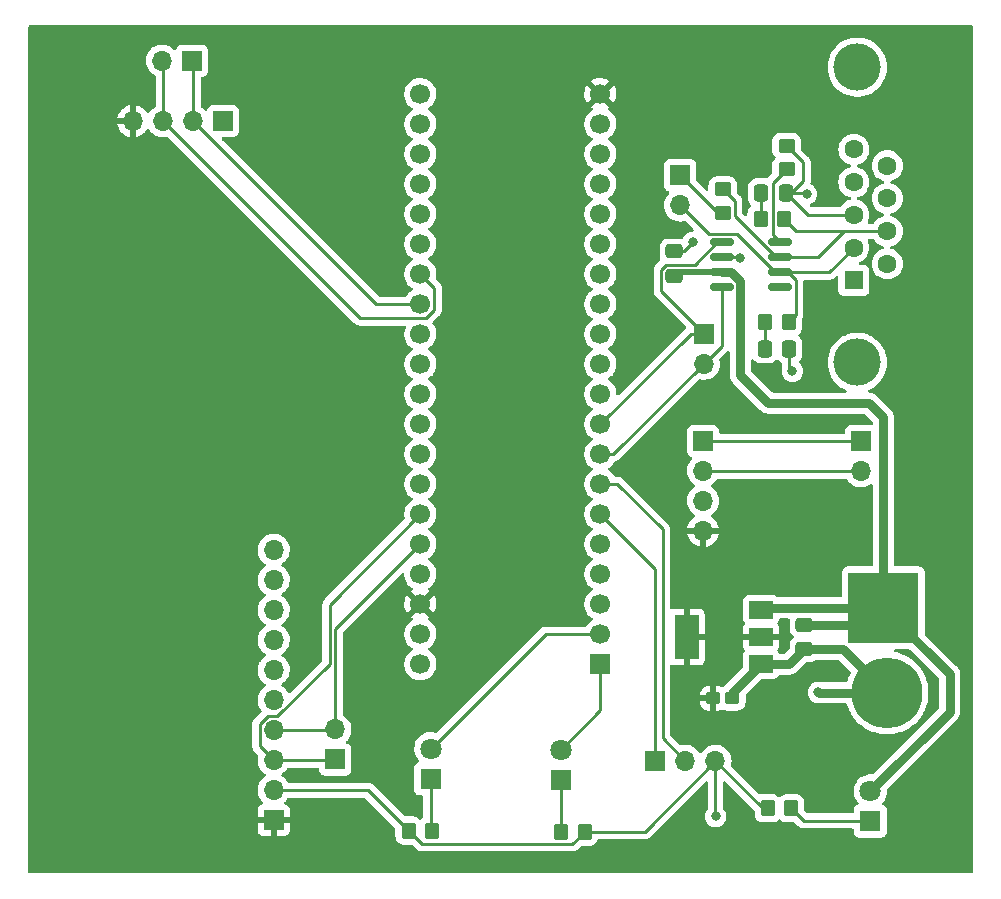
<source format=gbr>
%TF.GenerationSoftware,KiCad,Pcbnew,(6.0.6-0)*%
%TF.CreationDate,2022-07-18T23:44:10+05:30*%
%TF.ProjectId,GPS_INS_PCB,4750535f-494e-4535-9f50-43422e6b6963,rev?*%
%TF.SameCoordinates,Original*%
%TF.FileFunction,Copper,L1,Top*%
%TF.FilePolarity,Positive*%
%FSLAX46Y46*%
G04 Gerber Fmt 4.6, Leading zero omitted, Abs format (unit mm)*
G04 Created by KiCad (PCBNEW (6.0.6-0)) date 2022-07-18 23:44:10*
%MOMM*%
%LPD*%
G01*
G04 APERTURE LIST*
G04 Aperture macros list*
%AMRoundRect*
0 Rectangle with rounded corners*
0 $1 Rounding radius*
0 $2 $3 $4 $5 $6 $7 $8 $9 X,Y pos of 4 corners*
0 Add a 4 corners polygon primitive as box body*
4,1,4,$2,$3,$4,$5,$6,$7,$8,$9,$2,$3,0*
0 Add four circle primitives for the rounded corners*
1,1,$1+$1,$2,$3*
1,1,$1+$1,$4,$5*
1,1,$1+$1,$6,$7*
1,1,$1+$1,$8,$9*
0 Add four rect primitives between the rounded corners*
20,1,$1+$1,$2,$3,$4,$5,0*
20,1,$1+$1,$4,$5,$6,$7,0*
20,1,$1+$1,$6,$7,$8,$9,0*
20,1,$1+$1,$8,$9,$2,$3,0*%
G04 Aperture macros list end*
%TA.AperFunction,ComponentPad*%
%ADD10R,1.800000X1.800000*%
%TD*%
%TA.AperFunction,ComponentPad*%
%ADD11C,1.800000*%
%TD*%
%TA.AperFunction,ComponentPad*%
%ADD12R,1.700000X1.700000*%
%TD*%
%TA.AperFunction,ComponentPad*%
%ADD13O,1.700000X1.700000*%
%TD*%
%TA.AperFunction,SMDPad,CuDef*%
%ADD14RoundRect,0.150000X-0.825000X-0.150000X0.825000X-0.150000X0.825000X0.150000X-0.825000X0.150000X0*%
%TD*%
%TA.AperFunction,SMDPad,CuDef*%
%ADD15RoundRect,0.250000X-0.350000X-0.450000X0.350000X-0.450000X0.350000X0.450000X-0.350000X0.450000X0*%
%TD*%
%TA.AperFunction,SMDPad,CuDef*%
%ADD16RoundRect,0.250000X0.450000X-0.350000X0.450000X0.350000X-0.450000X0.350000X-0.450000X-0.350000X0*%
%TD*%
%TA.AperFunction,SMDPad,CuDef*%
%ADD17RoundRect,0.250000X0.350000X0.450000X-0.350000X0.450000X-0.350000X-0.450000X0.350000X-0.450000X0*%
%TD*%
%TA.AperFunction,ComponentPad*%
%ADD18R,6.000000X6.000000*%
%TD*%
%TA.AperFunction,ComponentPad*%
%ADD19C,6.000000*%
%TD*%
%TA.AperFunction,SMDPad,CuDef*%
%ADD20RoundRect,0.250000X0.337500X0.475000X-0.337500X0.475000X-0.337500X-0.475000X0.337500X-0.475000X0*%
%TD*%
%TA.AperFunction,SMDPad,CuDef*%
%ADD21RoundRect,0.250000X-0.337500X-0.475000X0.337500X-0.475000X0.337500X0.475000X-0.337500X0.475000X0*%
%TD*%
%TA.AperFunction,SMDPad,CuDef*%
%ADD22RoundRect,0.250000X0.475000X-0.337500X0.475000X0.337500X-0.475000X0.337500X-0.475000X-0.337500X0*%
%TD*%
%TA.AperFunction,SMDPad,CuDef*%
%ADD23RoundRect,0.250000X-0.375000X-0.275000X0.375000X-0.275000X0.375000X0.275000X-0.375000X0.275000X0*%
%TD*%
%TA.AperFunction,SMDPad,CuDef*%
%ADD24RoundRect,0.250000X-0.475000X0.337500X-0.475000X-0.337500X0.475000X-0.337500X0.475000X0.337500X0*%
%TD*%
%TA.AperFunction,ComponentPad*%
%ADD25C,1.700000*%
%TD*%
%TA.AperFunction,SMDPad,CuDef*%
%ADD26R,2.000000X1.500000*%
%TD*%
%TA.AperFunction,SMDPad,CuDef*%
%ADD27R,2.000000X3.800000*%
%TD*%
%TA.AperFunction,ComponentPad*%
%ADD28C,4.000000*%
%TD*%
%TA.AperFunction,ComponentPad*%
%ADD29R,1.600000X1.600000*%
%TD*%
%TA.AperFunction,ComponentPad*%
%ADD30C,1.600000*%
%TD*%
%TA.AperFunction,ViaPad*%
%ADD31C,0.800000*%
%TD*%
%TA.AperFunction,Conductor*%
%ADD32C,0.254000*%
%TD*%
%TA.AperFunction,Conductor*%
%ADD33C,0.762000*%
%TD*%
%TA.AperFunction,Conductor*%
%ADD34C,0.508000*%
%TD*%
G04 APERTURE END LIST*
D10*
%TO.P,D3,1,K*%
%TO.N,Net-(D3-Pad1)*%
X174700000Y-106275000D03*
D11*
%TO.P,D3,2,A*%
%TO.N,+5V*%
X174700000Y-103735000D03*
%TD*%
D12*
%TO.P,120R JP,1,A*%
%TO.N,Net-(JP1-Pad1)*%
X158600000Y-51625000D03*
D13*
%TO.P,120R JP,2,B*%
%TO.N,CANL*%
X158600000Y-54165000D03*
%TD*%
D14*
%TO.P,U3,8,Rs*%
%TO.N,Net-(R2-Pad1)*%
X167075000Y-57295000D03*
%TO.P,U3,7,CANH*%
%TO.N,CANH*%
X167075000Y-58565000D03*
%TO.P,U3,6,CANL*%
%TO.N,CANL*%
X167075000Y-59835000D03*
%TO.P,U3,5,Vref*%
%TO.N,unconnected-(U3-Pad5)*%
X167075000Y-61105000D03*
%TO.P,U3,4,RXD*%
%TO.N,CAN_RX*%
X162125000Y-61105000D03*
%TO.P,U3,3,VDD*%
%TO.N,+5V*%
X162125000Y-59835000D03*
%TO.P,U3,2,VSS*%
%TO.N,GND*%
X162125000Y-58565000D03*
%TO.P,U3,1,TXD*%
%TO.N,CAN_TX*%
X162125000Y-57295000D03*
%TD*%
D15*
%TO.P,R7,1*%
%TO.N,GND*%
X135600000Y-107100000D03*
%TO.P,R7,2*%
%TO.N,Net-(D2-Pad1)*%
X137600000Y-107100000D03*
%TD*%
%TO.P,R6,1*%
%TO.N,Net-(D1-Pad1)*%
X148500000Y-107200000D03*
%TO.P,R6,2*%
%TO.N,GND*%
X150500000Y-107200000D03*
%TD*%
D16*
%TO.P,R5,1*%
%TO.N,Net-(JP1-Pad1)*%
X162200000Y-54800000D03*
%TO.P,R5,2*%
%TO.N,CANH*%
X162200000Y-52800000D03*
%TD*%
D15*
%TO.P,R4,1*%
%TO.N,Net-(C5-Pad2)*%
X165400000Y-55300000D03*
%TO.P,R4,2*%
%TO.N,CANH*%
X167400000Y-55300000D03*
%TD*%
D17*
%TO.P,R3,1*%
%TO.N,CANL*%
X167800000Y-64000000D03*
%TO.P,R3,2*%
%TO.N,Net-(C4-Pad1)*%
X165800000Y-64000000D03*
%TD*%
D16*
%TO.P,R2,1*%
%TO.N,Net-(R2-Pad1)*%
X167600000Y-51100000D03*
%TO.P,R2,2*%
%TO.N,GND*%
X167600000Y-49100000D03*
%TD*%
D18*
%TO.P,Q1,1,1*%
%TO.N,+5V*%
X175800000Y-88237500D03*
D19*
%TO.P,Q1,2,2*%
%TO.N,GND*%
X176105000Y-95437500D03*
%TD*%
D13*
%TO.P,J9,2,Pin_2*%
%TO.N,IMU_SDA*%
X129400000Y-98535000D03*
D12*
%TO.P,J9,1,Pin_1*%
%TO.N,IMU_SCL*%
X129400000Y-101075000D03*
%TD*%
%TO.P,J8,1,Pin_1*%
%TO.N,CAN_TX*%
X160600000Y-65025000D03*
D13*
%TO.P,J8,2,Pin_2*%
%TO.N,CAN_RX*%
X160600000Y-67565000D03*
%TD*%
D12*
%TO.P,J3,1,Pin_1*%
%TO.N,BMP180_SDA*%
X173900000Y-74125000D03*
D13*
%TO.P,J3,2,Pin_2*%
%TO.N,BMP180_SCL*%
X173900000Y-76665000D03*
%TD*%
%TO.P,J2,2,Pin_2*%
%TO.N,GPS_RX*%
X114735000Y-41900000D03*
D12*
%TO.P,J2,1,Pin_1*%
%TO.N,GPS_TX*%
X117275000Y-41900000D03*
%TD*%
%TO.P,J1,1,Pin_1*%
%TO.N,Net-(J1-Pad1)*%
X156500000Y-101200000D03*
D13*
%TO.P,J1,2,Pin_2*%
%TO.N,Net-(J1-Pad2)*%
X159040000Y-101200000D03*
%TO.P,J1,3,Pin_3*%
%TO.N,GND*%
X161580000Y-101200000D03*
%TD*%
D10*
%TO.P,D2,1,K*%
%TO.N,Net-(D2-Pad1)*%
X137500000Y-102700000D03*
D11*
%TO.P,D2,2,A*%
%TO.N,Net-(U2-Pad2)*%
X137500000Y-100160000D03*
%TD*%
D10*
%TO.P,D1,1,K*%
%TO.N,Net-(D1-Pad1)*%
X148500000Y-102800000D03*
D11*
%TO.P,D1,2,A*%
%TO.N,Net-(U2-Pad1)*%
X148500000Y-100260000D03*
%TD*%
D20*
%TO.P,C5,1*%
%TO.N,GND*%
X167537500Y-53100000D03*
%TO.P,C5,2*%
%TO.N,Net-(C5-Pad2)*%
X165462500Y-53100000D03*
%TD*%
D21*
%TO.P,C4,1*%
%TO.N,Net-(C4-Pad1)*%
X165762500Y-66300000D03*
%TO.P,C4,2*%
%TO.N,GND*%
X167837500Y-66300000D03*
%TD*%
D22*
%TO.P,C3,1*%
%TO.N,+5V*%
X158100000Y-60137500D03*
%TO.P,C3,2*%
%TO.N,GND*%
X158100000Y-58062500D03*
%TD*%
D23*
%TO.P,C2,1*%
%TO.N,+3V3*%
X161400000Y-95900000D03*
%TO.P,C2,2*%
%TO.N,GND*%
X163000000Y-95900000D03*
%TD*%
D24*
%TO.P,C1,2*%
%TO.N,GND*%
X169100000Y-91737500D03*
%TO.P,C1,1*%
%TO.N,+5V*%
X169100000Y-89662500D03*
%TD*%
D25*
%TO.P,U2,40,GND*%
%TO.N,GND*%
X136600000Y-93000000D03*
D12*
%TO.P,U2,1,PB12*%
%TO.N,Net-(U2-Pad1)*%
X151840000Y-93000000D03*
D25*
%TO.P,U2,39,GND*%
%TO.N,GND*%
X136600000Y-90460000D03*
%TO.P,U2,2,PB13*%
%TO.N,Net-(U2-Pad2)*%
X151840000Y-90460000D03*
%TO.P,U2,38,3V3*%
%TO.N,+3V3*%
X136600000Y-87920000D03*
%TO.P,U2,3,PB14*%
%TO.N,unconnected-(U2-Pad3)*%
X151840000Y-87920000D03*
%TO.P,U2,37,RST*%
%TO.N,unconnected-(U2-Pad37)*%
X136600000Y-85380000D03*
%TO.P,U2,4,PB15*%
%TO.N,unconnected-(U2-Pad4)*%
X151840000Y-85380000D03*
%TO.P,U2,36,PB11*%
%TO.N,IMU_SDA*%
X136600000Y-82840000D03*
%TO.P,U2,5,PA8*%
%TO.N,unconnected-(U2-Pad5)*%
X151840000Y-82840000D03*
%TO.P,U2,35,PB10*%
%TO.N,IMU_SCL*%
X136600000Y-80300000D03*
%TO.P,U2,6,PA9*%
%TO.N,Net-(J1-Pad1)*%
X151840000Y-80300000D03*
%TO.P,U2,34,PB1*%
%TO.N,unconnected-(U2-Pad34)*%
X136600000Y-77760000D03*
%TO.P,U2,7,PA10*%
%TO.N,Net-(J1-Pad2)*%
X151840000Y-77760000D03*
%TO.P,U2,33,PB0*%
%TO.N,unconnected-(U2-Pad33)*%
X136600000Y-75220000D03*
%TO.P,U2,8,PA11*%
%TO.N,CAN_RX*%
X151840000Y-75220000D03*
%TO.P,U2,32,PA7*%
%TO.N,unconnected-(U2-Pad32)*%
X136600000Y-72680000D03*
%TO.P,U2,9,PA12*%
%TO.N,CAN_TX*%
X151840000Y-72680000D03*
%TO.P,U2,31,PA6*%
%TO.N,unconnected-(U2-Pad31)*%
X136600000Y-70140000D03*
%TO.P,U2,10,PA15*%
%TO.N,unconnected-(U2-Pad10)*%
X151840000Y-70140000D03*
%TO.P,U2,30,PA5*%
%TO.N,unconnected-(U2-Pad30)*%
X136600000Y-67600000D03*
%TO.P,U2,11,PB3*%
%TO.N,unconnected-(U2-Pad11)*%
X151840000Y-67600000D03*
%TO.P,U2,29,PA4*%
%TO.N,unconnected-(U2-Pad29)*%
X136600000Y-65060000D03*
%TO.P,U2,12,PB4*%
%TO.N,unconnected-(U2-Pad12)*%
X151840000Y-65060000D03*
%TO.P,U2,28,PA3*%
%TO.N,GPS_TX*%
X136600000Y-62520000D03*
%TO.P,U2,13,PB5*%
%TO.N,unconnected-(U2-Pad13)*%
X151840000Y-62520000D03*
%TO.P,U2,27,PA2*%
%TO.N,GPS_RX*%
X136600000Y-59980000D03*
%TO.P,U2,14,PB6*%
%TO.N,BMP180_SCL*%
X151840000Y-59980000D03*
%TO.P,U2,26,PA1*%
%TO.N,unconnected-(U2-Pad26)*%
X136600000Y-57440000D03*
%TO.P,U2,15,PB7*%
%TO.N,BMP180_SDA*%
X151840000Y-57440000D03*
%TO.P,U2,25,PA0*%
%TO.N,unconnected-(U2-Pad25)*%
X136600000Y-54900000D03*
%TO.P,U2,16,PB8*%
%TO.N,unconnected-(U2-Pad16)*%
X151840000Y-54900000D03*
%TO.P,U2,24,PC15*%
%TO.N,unconnected-(U2-Pad24)*%
X136600000Y-52360000D03*
%TO.P,U2,17,PB9*%
%TO.N,unconnected-(U2-Pad17)*%
X151840000Y-52360000D03*
%TO.P,U2,23,PC14*%
%TO.N,unconnected-(U2-Pad23)*%
X136600000Y-49820000D03*
%TO.P,U2,18,5V*%
%TO.N,unconnected-(U2-Pad18)*%
X151840000Y-49820000D03*
%TO.P,U2,22,PC13*%
%TO.N,unconnected-(U2-Pad22)*%
X136600000Y-47280000D03*
%TO.P,U2,19,GND*%
%TO.N,GND*%
X151840000Y-47280000D03*
%TO.P,U2,21,VBat*%
%TO.N,unconnected-(U2-Pad21)*%
X136600000Y-44740000D03*
%TO.P,U2,20,3V3*%
%TO.N,+3V3*%
X151840000Y-44740000D03*
%TD*%
D26*
%TO.P,U1,1,ADJ*%
%TO.N,GND*%
X165450000Y-93000000D03*
D27*
%TO.P,U1,2,VO*%
%TO.N,+3V3*%
X159150000Y-90700000D03*
D26*
X165450000Y-90700000D03*
%TO.P,U1,3,VI*%
%TO.N,+5V*%
X165450000Y-88400000D03*
%TD*%
D17*
%TO.P,R1,1*%
%TO.N,Net-(D3-Pad1)*%
X168000000Y-105200000D03*
%TO.P,R1,2*%
%TO.N,GND*%
X166000000Y-105200000D03*
%TD*%
D28*
%TO.P,J7,0,PAD*%
%TO.N,unconnected-(J7-Pad0)*%
X173600000Y-67460000D03*
X173600000Y-42460000D03*
D29*
%TO.P,J7,1,1*%
%TO.N,unconnected-(J7-Pad1)*%
X173300000Y-60500000D03*
D30*
%TO.P,J7,2,2*%
%TO.N,CANL*%
X173300000Y-57730000D03*
%TO.P,J7,3,3*%
%TO.N,GND*%
X173300000Y-54960000D03*
%TO.P,J7,4,4*%
%TO.N,unconnected-(J7-Pad4)*%
X173300000Y-52190000D03*
%TO.P,J7,5,5*%
%TO.N,unconnected-(J7-Pad5)*%
X173300000Y-49420000D03*
%TO.P,J7,6,6*%
%TO.N,unconnected-(J7-Pad6)*%
X176140000Y-59115000D03*
%TO.P,J7,7,7*%
%TO.N,CANH*%
X176140000Y-56345000D03*
%TO.P,J7,8,8*%
%TO.N,unconnected-(J7-Pad8)*%
X176140000Y-53575000D03*
%TO.P,J7,9,9*%
%TO.N,unconnected-(J7-Pad9)*%
X176140000Y-50805000D03*
%TD*%
D13*
%TO.P,J6,10,Pin_10*%
%TO.N,unconnected-(J6-Pad10)*%
X124175000Y-83340000D03*
%TO.P,J6,9,Pin_9*%
%TO.N,unconnected-(J6-Pad9)*%
X124175000Y-85880000D03*
%TO.P,J6,8,Pin_8*%
%TO.N,unconnected-(J6-Pad8)*%
X124175000Y-88420000D03*
%TO.P,J6,7,Pin_7*%
%TO.N,unconnected-(J6-Pad7)*%
X124175000Y-90960000D03*
%TO.P,J6,6,Pin_6*%
%TO.N,unconnected-(J6-Pad6)*%
X124175000Y-93500000D03*
%TO.P,J6,5,Pin_5*%
%TO.N,unconnected-(J6-Pad5)*%
X124175000Y-96040000D03*
%TO.P,J6,4,Pin_4*%
%TO.N,IMU_SDA*%
X124175000Y-98580000D03*
%TO.P,J6,3,Pin_3*%
%TO.N,IMU_SCL*%
X124175000Y-101120000D03*
%TO.P,J6,2,Pin_2*%
%TO.N,GND*%
X124175000Y-103660000D03*
D12*
%TO.P,J6,1,Pin_1*%
%TO.N,+3V3*%
X124175000Y-106200000D03*
%TD*%
%TO.P,J5,1,Pin_1*%
%TO.N,GND*%
X119900000Y-47025000D03*
D13*
%TO.P,J5,2,Pin_2*%
%TO.N,GPS_TX*%
X117360000Y-47025000D03*
%TO.P,J5,3,Pin_3*%
%TO.N,GPS_RX*%
X114820000Y-47025000D03*
%TO.P,J5,4,Pin_4*%
%TO.N,+3V3*%
X112280000Y-47025000D03*
%TD*%
D12*
%TO.P,J4,1,Pin_1*%
%TO.N,BMP180_SDA*%
X160525000Y-74100000D03*
D13*
%TO.P,J4,2,Pin_2*%
%TO.N,BMP180_SCL*%
X160525000Y-76640000D03*
%TO.P,J4,3,Pin_3*%
%TO.N,GND*%
X160525000Y-79180000D03*
%TO.P,J4,4,Pin_4*%
%TO.N,+3V3*%
X160525000Y-81720000D03*
%TD*%
D31*
%TO.N,+3V3*%
X148200000Y-87700000D03*
X159100000Y-87300000D03*
%TO.N,GND*%
X161600000Y-105900000D03*
X170300000Y-95400000D03*
X168100000Y-68200000D03*
X159700000Y-57300000D03*
X163700000Y-58600000D03*
X169300000Y-53200000D03*
%TD*%
D32*
%TO.N,GND*%
X161580000Y-105880000D02*
X161580000Y-101200000D01*
X161600000Y-105900000D02*
X161580000Y-105880000D01*
%TO.N,+3V3*%
X159150000Y-87350000D02*
X159100000Y-87300000D01*
X159150000Y-90700000D02*
X159150000Y-87350000D01*
%TO.N,GND*%
X124175000Y-103660000D02*
X132160000Y-103660000D01*
X132160000Y-103660000D02*
X135600000Y-107100000D01*
X150500000Y-107200000D02*
X149473000Y-108227000D01*
X149473000Y-108227000D02*
X136727000Y-108227000D01*
X136727000Y-108227000D02*
X135600000Y-107100000D01*
X166000000Y-105200000D02*
X165580000Y-105200000D01*
X165580000Y-105200000D02*
X161580000Y-101200000D01*
X150500000Y-107200000D02*
X155580000Y-107200000D01*
X155580000Y-107200000D02*
X161580000Y-101200000D01*
D33*
X170337500Y-95437500D02*
X170300000Y-95400000D01*
X176105000Y-95437500D02*
X170337500Y-95437500D01*
X163000000Y-95900000D02*
X163000000Y-95450000D01*
X163000000Y-95450000D02*
X165450000Y-93000000D01*
X169100000Y-91737500D02*
X167837500Y-93000000D01*
X167837500Y-93000000D02*
X165450000Y-93000000D01*
X176105000Y-95437500D02*
X172405000Y-91737500D01*
X172405000Y-91737500D02*
X169100000Y-91737500D01*
D32*
X167837500Y-67937500D02*
X168100000Y-68200000D01*
X167837500Y-66300000D02*
X167837500Y-67937500D01*
X158937500Y-58062500D02*
X159700000Y-57300000D01*
X158100000Y-58062500D02*
X158937500Y-58062500D01*
X163665000Y-58565000D02*
X163700000Y-58600000D01*
X162125000Y-58565000D02*
X163665000Y-58565000D01*
X169200000Y-53100000D02*
X169300000Y-53200000D01*
X167537500Y-53100000D02*
X169200000Y-53100000D01*
X169000000Y-50500000D02*
X169000000Y-52100000D01*
X167600000Y-49100000D02*
X169000000Y-50500000D01*
X168000000Y-53100000D02*
X167537500Y-53100000D01*
X169000000Y-52100000D02*
X168000000Y-53100000D01*
X173300000Y-54960000D02*
X169397500Y-54960000D01*
X169397500Y-54960000D02*
X167537500Y-53100000D01*
%TO.N,GPS_TX*%
X117360000Y-47025000D02*
X117360000Y-41985000D01*
X117360000Y-41985000D02*
X117275000Y-41900000D01*
%TO.N,GPS_RX*%
X114820000Y-47025000D02*
X114820000Y-41985000D01*
X114820000Y-41985000D02*
X114735000Y-41900000D01*
X136600000Y-59980000D02*
X137777000Y-61157000D01*
X137777000Y-61157000D02*
X137777000Y-63007530D01*
X131492000Y-63697000D02*
X114820000Y-47025000D01*
X137777000Y-63007530D02*
X137087530Y-63697000D01*
X137087530Y-63697000D02*
X131492000Y-63697000D01*
%TO.N,GPS_TX*%
X136600000Y-62520000D02*
X132855000Y-62520000D01*
X132855000Y-62520000D02*
X117360000Y-47025000D01*
%TO.N,IMU_SCL*%
X124175000Y-101120000D02*
X122998000Y-99943000D01*
X122998000Y-99943000D02*
X122998000Y-98092470D01*
X122998000Y-98092470D02*
X123687470Y-97403000D01*
X123687470Y-97403000D02*
X124497000Y-97403000D01*
X128946000Y-92954000D02*
X128946000Y-87954000D01*
X124497000Y-97403000D02*
X128946000Y-92954000D01*
X128946000Y-87954000D02*
X136600000Y-80300000D01*
%TO.N,IMU_SDA*%
X136600000Y-82840000D02*
X129400000Y-90040000D01*
X129400000Y-90040000D02*
X129400000Y-98535000D01*
%TO.N,IMU_SCL*%
X124175000Y-101120000D02*
X129355000Y-101120000D01*
X129355000Y-101120000D02*
X129400000Y-101075000D01*
%TO.N,IMU_SDA*%
X124175000Y-98580000D02*
X129355000Y-98580000D01*
X129355000Y-98580000D02*
X129400000Y-98535000D01*
%TO.N,Net-(D2-Pad1)*%
X137500000Y-102700000D02*
X137500000Y-107000000D01*
X137500000Y-107000000D02*
X137600000Y-107100000D01*
%TO.N,Net-(D1-Pad1)*%
X148500000Y-107200000D02*
X148500000Y-102800000D01*
%TO.N,Net-(U2-Pad2)*%
X151840000Y-90460000D02*
X147200000Y-90460000D01*
X147200000Y-90460000D02*
X137500000Y-100160000D01*
%TO.N,Net-(U2-Pad1)*%
X151840000Y-93000000D02*
X151840000Y-96920000D01*
X151840000Y-96920000D02*
X148500000Y-100260000D01*
%TO.N,CANL*%
X158600000Y-54165000D02*
X161035000Y-56600000D01*
X163400000Y-56600000D02*
X166635000Y-59835000D01*
X161035000Y-56600000D02*
X163400000Y-56600000D01*
X166635000Y-59835000D02*
X167075000Y-59835000D01*
%TO.N,Net-(JP1-Pad1)*%
X162200000Y-54800000D02*
X161775000Y-54800000D01*
X161775000Y-54800000D02*
X158600000Y-51625000D01*
%TO.N,CANH*%
X167075000Y-58565000D02*
X166695420Y-58565000D01*
X166695420Y-58565000D02*
X163227000Y-55096580D01*
X163227000Y-53827000D02*
X162200000Y-52800000D01*
X163227000Y-55096580D02*
X163227000Y-53827000D01*
%TO.N,Net-(R2-Pad1)*%
X167600000Y-51100000D02*
X166473000Y-52227000D01*
X166473000Y-52227000D02*
X166473000Y-56693000D01*
X166473000Y-56693000D02*
X167075000Y-57295000D01*
%TO.N,Net-(C5-Pad2)*%
X165400000Y-55300000D02*
X165400000Y-53162500D01*
X165400000Y-53162500D02*
X165462500Y-53100000D01*
%TO.N,CANH*%
X168445000Y-56345000D02*
X172445000Y-56345000D01*
X167075000Y-58565000D02*
X170225000Y-58565000D01*
X172445000Y-56345000D02*
X176140000Y-56345000D01*
X170225000Y-58565000D02*
X172445000Y-56345000D01*
X167400000Y-55300000D02*
X168445000Y-56345000D01*
%TO.N,CANL*%
X167075000Y-59835000D02*
X171195000Y-59835000D01*
X171195000Y-59835000D02*
X173300000Y-57730000D01*
X167800000Y-64000000D02*
X168377000Y-63423000D01*
X168377000Y-60477000D02*
X167735000Y-59835000D01*
X167735000Y-59835000D02*
X167075000Y-59835000D01*
X168377000Y-63423000D02*
X168377000Y-60477000D01*
%TO.N,Net-(C4-Pad1)*%
X165800000Y-64000000D02*
X165800000Y-66262500D01*
X165800000Y-66262500D02*
X165762500Y-66300000D01*
%TO.N,CAN_RX*%
X160600000Y-67565000D02*
X162125000Y-66040000D01*
X162125000Y-66040000D02*
X162125000Y-61105000D01*
%TO.N,CAN_TX*%
X162125000Y-57295000D02*
X161745420Y-57295000D01*
X161745420Y-57295000D02*
X159821420Y-59219000D01*
X159821420Y-59219000D02*
X157389999Y-59219000D01*
X157000000Y-61425000D02*
X160600000Y-65025000D01*
X157389999Y-59219000D02*
X157000000Y-59608999D01*
X157000000Y-59608999D02*
X157000000Y-61425000D01*
%TO.N,CAN_RX*%
X160600000Y-67565000D02*
X152945000Y-75220000D01*
X152945000Y-75220000D02*
X151840000Y-75220000D01*
%TO.N,CAN_TX*%
X160600000Y-65025000D02*
X159495000Y-65025000D01*
X159495000Y-65025000D02*
X151840000Y-72680000D01*
%TO.N,BMP180_SCL*%
X173900000Y-76665000D02*
X160550000Y-76665000D01*
X160550000Y-76665000D02*
X160525000Y-76640000D01*
%TO.N,BMP180_SDA*%
X173900000Y-74125000D02*
X160550000Y-74125000D01*
X160550000Y-74125000D02*
X160525000Y-74100000D01*
D33*
%TO.N,+5V*%
X175800000Y-72100000D02*
X174600000Y-70900000D01*
X175800000Y-88237500D02*
X175800000Y-72100000D01*
X163681000Y-68519000D02*
X163681000Y-60581000D01*
X174600000Y-70900000D02*
X166062000Y-70900000D01*
X166062000Y-70900000D02*
X163681000Y-68519000D01*
D32*
%TO.N,Net-(J1-Pad1)*%
X156500000Y-101200000D02*
X156500000Y-84960000D01*
X156500000Y-84960000D02*
X151840000Y-80300000D01*
%TO.N,Net-(J1-Pad2)*%
X157100000Y-99260000D02*
X157100000Y-81600000D01*
X159040000Y-101200000D02*
X157100000Y-99260000D01*
X157100000Y-81600000D02*
X153260000Y-77760000D01*
X153260000Y-77760000D02*
X151840000Y-77760000D01*
%TO.N,Net-(D3-Pad1)*%
X174700000Y-106275000D02*
X169075000Y-106275000D01*
X169075000Y-106275000D02*
X168000000Y-105200000D01*
D33*
%TO.N,+5V*%
X175800000Y-88237500D02*
X181409268Y-93846768D01*
X181409268Y-93846768D02*
X181409268Y-97025732D01*
X181409268Y-97025732D02*
X174700000Y-103735000D01*
D34*
X158100000Y-60000000D02*
X158300000Y-59800000D01*
X158300000Y-59800000D02*
X162090000Y-59800000D01*
X162090000Y-59800000D02*
X162125000Y-59835000D01*
X158100000Y-60137500D02*
X158100000Y-60000000D01*
D33*
X163681000Y-60581000D02*
X162935000Y-59835000D01*
X162935000Y-59835000D02*
X162125000Y-59835000D01*
X169100000Y-89662500D02*
X174375000Y-89662500D01*
X174375000Y-89662500D02*
X175800000Y-88237500D01*
X175800000Y-88237500D02*
X165612500Y-88237500D01*
X165612500Y-88237500D02*
X165450000Y-88400000D01*
%TD*%
%TA.AperFunction,Conductor*%
%TO.N,+3V3*%
G36*
X183333621Y-38928502D02*
G01*
X183380114Y-38982158D01*
X183391500Y-39034500D01*
X183391500Y-110565500D01*
X183371498Y-110633621D01*
X183317842Y-110680114D01*
X183265500Y-110691500D01*
X103534500Y-110691500D01*
X103466379Y-110671498D01*
X103419886Y-110617842D01*
X103408500Y-110565500D01*
X103408500Y-107094669D01*
X122817001Y-107094669D01*
X122817371Y-107101490D01*
X122822895Y-107152352D01*
X122826521Y-107167604D01*
X122871676Y-107288054D01*
X122880214Y-107303649D01*
X122956715Y-107405724D01*
X122969276Y-107418285D01*
X123071351Y-107494786D01*
X123086946Y-107503324D01*
X123207394Y-107548478D01*
X123222649Y-107552105D01*
X123273514Y-107557631D01*
X123280328Y-107558000D01*
X123902885Y-107558000D01*
X123918124Y-107553525D01*
X123919329Y-107552135D01*
X123921000Y-107544452D01*
X123921000Y-107539884D01*
X124429000Y-107539884D01*
X124433475Y-107555123D01*
X124434865Y-107556328D01*
X124442548Y-107557999D01*
X125069669Y-107557999D01*
X125076490Y-107557629D01*
X125127352Y-107552105D01*
X125142604Y-107548479D01*
X125263054Y-107503324D01*
X125278649Y-107494786D01*
X125380724Y-107418285D01*
X125393285Y-107405724D01*
X125469786Y-107303649D01*
X125478324Y-107288054D01*
X125523478Y-107167606D01*
X125527105Y-107152351D01*
X125532631Y-107101486D01*
X125533000Y-107094672D01*
X125533000Y-106472115D01*
X125528525Y-106456876D01*
X125527135Y-106455671D01*
X125519452Y-106454000D01*
X124447115Y-106454000D01*
X124431876Y-106458475D01*
X124430671Y-106459865D01*
X124429000Y-106467548D01*
X124429000Y-107539884D01*
X123921000Y-107539884D01*
X123921000Y-106472115D01*
X123916525Y-106456876D01*
X123915135Y-106455671D01*
X123907452Y-106454000D01*
X122835116Y-106454000D01*
X122819877Y-106458475D01*
X122818672Y-106459865D01*
X122817001Y-106467548D01*
X122817001Y-107094669D01*
X103408500Y-107094669D01*
X103408500Y-47292966D01*
X110948257Y-47292966D01*
X110978565Y-47427446D01*
X110981645Y-47437275D01*
X111061770Y-47634603D01*
X111066413Y-47643794D01*
X111177694Y-47825388D01*
X111183777Y-47833699D01*
X111323213Y-47994667D01*
X111330580Y-48001883D01*
X111494434Y-48137916D01*
X111502881Y-48143831D01*
X111686756Y-48251279D01*
X111696042Y-48255729D01*
X111895001Y-48331703D01*
X111904899Y-48334579D01*
X112008250Y-48355606D01*
X112022299Y-48354410D01*
X112026000Y-48344065D01*
X112026000Y-48343517D01*
X112534000Y-48343517D01*
X112538064Y-48357359D01*
X112551478Y-48359393D01*
X112558184Y-48358534D01*
X112568262Y-48356392D01*
X112772255Y-48295191D01*
X112781842Y-48291433D01*
X112973095Y-48197739D01*
X112981945Y-48192464D01*
X113155328Y-48068792D01*
X113163200Y-48062139D01*
X113314052Y-47911812D01*
X113320730Y-47903965D01*
X113448022Y-47726819D01*
X113449279Y-47727722D01*
X113496373Y-47684362D01*
X113566311Y-47672145D01*
X113631751Y-47699678D01*
X113659579Y-47731511D01*
X113719987Y-47830088D01*
X113866250Y-47998938D01*
X114038126Y-48141632D01*
X114231000Y-48254338D01*
X114235825Y-48256180D01*
X114235826Y-48256181D01*
X114305870Y-48282928D01*
X114439692Y-48334030D01*
X114444760Y-48335061D01*
X114444763Y-48335062D01*
X114539862Y-48354410D01*
X114658597Y-48378567D01*
X114663772Y-48378757D01*
X114663774Y-48378757D01*
X114876673Y-48386564D01*
X114876677Y-48386564D01*
X114881837Y-48386753D01*
X114886957Y-48386097D01*
X114886959Y-48386097D01*
X114960414Y-48376687D01*
X115103416Y-48358368D01*
X115108370Y-48356882D01*
X115108378Y-48356880D01*
X115147652Y-48345097D01*
X115218647Y-48344679D01*
X115272955Y-48376687D01*
X123134984Y-56238717D01*
X130986750Y-64090483D01*
X130994326Y-64098809D01*
X130998447Y-64105303D01*
X131004222Y-64110726D01*
X131048265Y-64152085D01*
X131051107Y-64154840D01*
X131070906Y-64174639D01*
X131074037Y-64177068D01*
X131074042Y-64177072D01*
X131074128Y-64177139D01*
X131083153Y-64184847D01*
X131115494Y-64215217D01*
X131122439Y-64219035D01*
X131122443Y-64219038D01*
X131133334Y-64225026D01*
X131149855Y-64235878D01*
X131165934Y-64248350D01*
X131206662Y-64265974D01*
X131217319Y-64271196D01*
X131249246Y-64288748D01*
X131249249Y-64288749D01*
X131256197Y-64292569D01*
X131275915Y-64297632D01*
X131294611Y-64304033D01*
X131313293Y-64312117D01*
X131321117Y-64313356D01*
X131321123Y-64313358D01*
X131357120Y-64319060D01*
X131368740Y-64321466D01*
X131404037Y-64330528D01*
X131411718Y-64332500D01*
X131432066Y-64332500D01*
X131451778Y-64334051D01*
X131471880Y-64337235D01*
X131516055Y-64333059D01*
X131527914Y-64332500D01*
X135242493Y-64332500D01*
X135310614Y-64352502D01*
X135357107Y-64406158D01*
X135367211Y-64476432D01*
X135356780Y-64511551D01*
X135322869Y-64584605D01*
X135322867Y-64584610D01*
X135320688Y-64589305D01*
X135260989Y-64804570D01*
X135237251Y-65026695D01*
X135237548Y-65031848D01*
X135237548Y-65031851D01*
X135243011Y-65126590D01*
X135250110Y-65249715D01*
X135251247Y-65254761D01*
X135251248Y-65254767D01*
X135266212Y-65321166D01*
X135299222Y-65467639D01*
X135383266Y-65674616D01*
X135499987Y-65865088D01*
X135646250Y-66033938D01*
X135818126Y-66176632D01*
X135839454Y-66189095D01*
X135891445Y-66219476D01*
X135940169Y-66271114D01*
X135953240Y-66340897D01*
X135926509Y-66406669D01*
X135886055Y-66440027D01*
X135873607Y-66446507D01*
X135869474Y-66449610D01*
X135869471Y-66449612D01*
X135703045Y-66574568D01*
X135694965Y-66580635D01*
X135540629Y-66742138D01*
X135537715Y-66746410D01*
X135537714Y-66746411D01*
X135481650Y-66828598D01*
X135414743Y-66926680D01*
X135399003Y-66960590D01*
X135338566Y-67090791D01*
X135320688Y-67129305D01*
X135260989Y-67344570D01*
X135237251Y-67566695D01*
X135237548Y-67571848D01*
X135237548Y-67571851D01*
X135243011Y-67666590D01*
X135250110Y-67789715D01*
X135251247Y-67794761D01*
X135251248Y-67794767D01*
X135265504Y-67858023D01*
X135299222Y-68007639D01*
X135383266Y-68214616D01*
X135499987Y-68405088D01*
X135646250Y-68573938D01*
X135818126Y-68716632D01*
X135843101Y-68731226D01*
X135891445Y-68759476D01*
X135940169Y-68811114D01*
X135953240Y-68880897D01*
X135926509Y-68946669D01*
X135886055Y-68980027D01*
X135873607Y-68986507D01*
X135869474Y-68989610D01*
X135869471Y-68989612D01*
X135711127Y-69108500D01*
X135694965Y-69120635D01*
X135540629Y-69282138D01*
X135414743Y-69466680D01*
X135320688Y-69669305D01*
X135260989Y-69884570D01*
X135237251Y-70106695D01*
X135237548Y-70111848D01*
X135237548Y-70111851D01*
X135249118Y-70312513D01*
X135250110Y-70329715D01*
X135251247Y-70334761D01*
X135251248Y-70334767D01*
X135271119Y-70422939D01*
X135299222Y-70547639D01*
X135383266Y-70754616D01*
X135499987Y-70945088D01*
X135646250Y-71113938D01*
X135818126Y-71256632D01*
X135888595Y-71297811D01*
X135891445Y-71299476D01*
X135940169Y-71351114D01*
X135953240Y-71420897D01*
X135926509Y-71486669D01*
X135886055Y-71520027D01*
X135873607Y-71526507D01*
X135869474Y-71529610D01*
X135869471Y-71529612D01*
X135708988Y-71650106D01*
X135694965Y-71660635D01*
X135691393Y-71664373D01*
X135579293Y-71781679D01*
X135540629Y-71822138D01*
X135537715Y-71826410D01*
X135537714Y-71826411D01*
X135477935Y-71914044D01*
X135414743Y-72006680D01*
X135367716Y-72107992D01*
X135334326Y-72179925D01*
X135320688Y-72209305D01*
X135260989Y-72424570D01*
X135237251Y-72646695D01*
X135237548Y-72651848D01*
X135237548Y-72651851D01*
X135243107Y-72748255D01*
X135250110Y-72869715D01*
X135251247Y-72874761D01*
X135251248Y-72874767D01*
X135271119Y-72962939D01*
X135299222Y-73087639D01*
X135383266Y-73294616D01*
X135499987Y-73485088D01*
X135646250Y-73653938D01*
X135818126Y-73796632D01*
X135888595Y-73837811D01*
X135891445Y-73839476D01*
X135940169Y-73891114D01*
X135953240Y-73960897D01*
X135926509Y-74026669D01*
X135886055Y-74060027D01*
X135873607Y-74066507D01*
X135869474Y-74069610D01*
X135869471Y-74069612D01*
X135845247Y-74087800D01*
X135694965Y-74200635D01*
X135540629Y-74362138D01*
X135414743Y-74546680D01*
X135320688Y-74749305D01*
X135260989Y-74964570D01*
X135237251Y-75186695D01*
X135237548Y-75191848D01*
X135237548Y-75191851D01*
X135244859Y-75318642D01*
X135250110Y-75409715D01*
X135251247Y-75414761D01*
X135251248Y-75414767D01*
X135260976Y-75457932D01*
X135299222Y-75627639D01*
X135383266Y-75834616D01*
X135394374Y-75852743D01*
X135479515Y-75991680D01*
X135499987Y-76025088D01*
X135646250Y-76193938D01*
X135818126Y-76336632D01*
X135888595Y-76377811D01*
X135891445Y-76379476D01*
X135940169Y-76431114D01*
X135953240Y-76500897D01*
X135926509Y-76566669D01*
X135886055Y-76600027D01*
X135873607Y-76606507D01*
X135869474Y-76609610D01*
X135869471Y-76609612D01*
X135845247Y-76627800D01*
X135694965Y-76740635D01*
X135540629Y-76902138D01*
X135414743Y-77086680D01*
X135399386Y-77119765D01*
X135325071Y-77279863D01*
X135320688Y-77289305D01*
X135260989Y-77504570D01*
X135237251Y-77726695D01*
X135237548Y-77731848D01*
X135237548Y-77731851D01*
X135249214Y-77934174D01*
X135250110Y-77949715D01*
X135251247Y-77954761D01*
X135251248Y-77954767D01*
X135268116Y-78029612D01*
X135299222Y-78167639D01*
X135383266Y-78374616D01*
X135385965Y-78379020D01*
X135484975Y-78540590D01*
X135499987Y-78565088D01*
X135646250Y-78733938D01*
X135818126Y-78876632D01*
X135888595Y-78917811D01*
X135891445Y-78919476D01*
X135940169Y-78971114D01*
X135953240Y-79040897D01*
X135926509Y-79106669D01*
X135886055Y-79140027D01*
X135873607Y-79146507D01*
X135869474Y-79149610D01*
X135869471Y-79149612D01*
X135699100Y-79277530D01*
X135694965Y-79280635D01*
X135540629Y-79442138D01*
X135537715Y-79446410D01*
X135537714Y-79446411D01*
X135525404Y-79464457D01*
X135414743Y-79626680D01*
X135320688Y-79829305D01*
X135260989Y-80044570D01*
X135237251Y-80266695D01*
X135237548Y-80271848D01*
X135237548Y-80271851D01*
X135247373Y-80442245D01*
X135250110Y-80489715D01*
X135251247Y-80494761D01*
X135251248Y-80494767D01*
X135261837Y-80541753D01*
X135281144Y-80627420D01*
X135282933Y-80635360D01*
X135278397Y-80706212D01*
X135249111Y-80752156D01*
X128552517Y-87448750D01*
X128544191Y-87456326D01*
X128537697Y-87460447D01*
X128532274Y-87466222D01*
X128490915Y-87510265D01*
X128488160Y-87513107D01*
X128468361Y-87532906D01*
X128465937Y-87536031D01*
X128465929Y-87536040D01*
X128465863Y-87536126D01*
X128458155Y-87545151D01*
X128427783Y-87577494D01*
X128423965Y-87584438D01*
X128423964Y-87584440D01*
X128417978Y-87595329D01*
X128407127Y-87611847D01*
X128394650Y-87627933D01*
X128377024Y-87668666D01*
X128371807Y-87679314D01*
X128350431Y-87718197D01*
X128348460Y-87725872D01*
X128348458Y-87725878D01*
X128345369Y-87737911D01*
X128338966Y-87756613D01*
X128330883Y-87775292D01*
X128329644Y-87783117D01*
X128323940Y-87819127D01*
X128321535Y-87830740D01*
X128310500Y-87873718D01*
X128310500Y-87894065D01*
X128308949Y-87913776D01*
X128305765Y-87933879D01*
X128306511Y-87941771D01*
X128309941Y-87978056D01*
X128310500Y-87989914D01*
X128310500Y-92638577D01*
X128290498Y-92706698D01*
X128273595Y-92727672D01*
X125575964Y-95425303D01*
X125513652Y-95459329D01*
X125442837Y-95454264D01*
X125386001Y-95411717D01*
X125377366Y-95398168D01*
X125376354Y-95395840D01*
X125354722Y-95362401D01*
X125257822Y-95212617D01*
X125257820Y-95212614D01*
X125255014Y-95208277D01*
X125104670Y-95043051D01*
X125100619Y-95039852D01*
X125100615Y-95039848D01*
X124933414Y-94907800D01*
X124933410Y-94907798D01*
X124929359Y-94904598D01*
X124888053Y-94881796D01*
X124838084Y-94831364D01*
X124823312Y-94761921D01*
X124848428Y-94695516D01*
X124875780Y-94668909D01*
X124919603Y-94637650D01*
X125054860Y-94541173D01*
X125062167Y-94533892D01*
X125209435Y-94387137D01*
X125213096Y-94383489D01*
X125231318Y-94358131D01*
X125340435Y-94206277D01*
X125343453Y-94202077D01*
X125346838Y-94195229D01*
X125440136Y-94006453D01*
X125440137Y-94006451D01*
X125442430Y-94001811D01*
X125497283Y-93821269D01*
X125505865Y-93793023D01*
X125505865Y-93793021D01*
X125507370Y-93788069D01*
X125536529Y-93566590D01*
X125537515Y-93526244D01*
X125538074Y-93503365D01*
X125538074Y-93503361D01*
X125538156Y-93500000D01*
X125519852Y-93277361D01*
X125465431Y-93060702D01*
X125376354Y-92855840D01*
X125316095Y-92762694D01*
X125257822Y-92672617D01*
X125257820Y-92672614D01*
X125255014Y-92668277D01*
X125104670Y-92503051D01*
X125100619Y-92499852D01*
X125100615Y-92499848D01*
X124933414Y-92367800D01*
X124933410Y-92367798D01*
X124929359Y-92364598D01*
X124888053Y-92341796D01*
X124838084Y-92291364D01*
X124823312Y-92221921D01*
X124848428Y-92155516D01*
X124875780Y-92128909D01*
X124929630Y-92090498D01*
X125054860Y-92001173D01*
X125213096Y-91843489D01*
X125248716Y-91793919D01*
X125340435Y-91666277D01*
X125343453Y-91662077D01*
X125346971Y-91654960D01*
X125440136Y-91466453D01*
X125440137Y-91466451D01*
X125442430Y-91461811D01*
X125507370Y-91248069D01*
X125536529Y-91026590D01*
X125537972Y-90967548D01*
X125538074Y-90963365D01*
X125538074Y-90963361D01*
X125538156Y-90960000D01*
X125519852Y-90737361D01*
X125465431Y-90520702D01*
X125376354Y-90315840D01*
X125322337Y-90232342D01*
X125257822Y-90132617D01*
X125257820Y-90132614D01*
X125255014Y-90128277D01*
X125104670Y-89963051D01*
X125100619Y-89959852D01*
X125100615Y-89959848D01*
X124933414Y-89827800D01*
X124933410Y-89827798D01*
X124929359Y-89824598D01*
X124888053Y-89801796D01*
X124838084Y-89751364D01*
X124823312Y-89681921D01*
X124848428Y-89615516D01*
X124875780Y-89588909D01*
X124942444Y-89541358D01*
X125054860Y-89461173D01*
X125213096Y-89303489D01*
X125250552Y-89251364D01*
X125340435Y-89126277D01*
X125343453Y-89122077D01*
X125377236Y-89053723D01*
X125440136Y-88926453D01*
X125440137Y-88926451D01*
X125442430Y-88921811D01*
X125507370Y-88708069D01*
X125536529Y-88486590D01*
X125537870Y-88431715D01*
X125538074Y-88423365D01*
X125538074Y-88423361D01*
X125538156Y-88420000D01*
X125519852Y-88197361D01*
X125465431Y-87980702D01*
X125376354Y-87775840D01*
X125334568Y-87711249D01*
X125257822Y-87592617D01*
X125257820Y-87592614D01*
X125255014Y-87588277D01*
X125104670Y-87423051D01*
X125100619Y-87419852D01*
X125100615Y-87419848D01*
X124933414Y-87287800D01*
X124933410Y-87287798D01*
X124929359Y-87284598D01*
X124888053Y-87261796D01*
X124838084Y-87211364D01*
X124823312Y-87141921D01*
X124848428Y-87075516D01*
X124875780Y-87048909D01*
X124919603Y-87017650D01*
X125054860Y-86921173D01*
X125213096Y-86763489D01*
X125249112Y-86713368D01*
X125340435Y-86586277D01*
X125343453Y-86582077D01*
X125364361Y-86539774D01*
X125440136Y-86386453D01*
X125440137Y-86386451D01*
X125442430Y-86381811D01*
X125507370Y-86168069D01*
X125536529Y-85946590D01*
X125536611Y-85943240D01*
X125538074Y-85883365D01*
X125538074Y-85883361D01*
X125538156Y-85880000D01*
X125519852Y-85657361D01*
X125465431Y-85440702D01*
X125376354Y-85235840D01*
X125311144Y-85135040D01*
X125257822Y-85052617D01*
X125257820Y-85052614D01*
X125255014Y-85048277D01*
X125104670Y-84883051D01*
X125100619Y-84879852D01*
X125100615Y-84879848D01*
X124933414Y-84747800D01*
X124933410Y-84747798D01*
X124929359Y-84744598D01*
X124888053Y-84721796D01*
X124838084Y-84671364D01*
X124823312Y-84601921D01*
X124848428Y-84535516D01*
X124875780Y-84508909D01*
X124919603Y-84477650D01*
X125054860Y-84381173D01*
X125213096Y-84223489D01*
X125250552Y-84171364D01*
X125340435Y-84046277D01*
X125343453Y-84042077D01*
X125384393Y-83959242D01*
X125440136Y-83846453D01*
X125440137Y-83846451D01*
X125442430Y-83841811D01*
X125507370Y-83628069D01*
X125536529Y-83406590D01*
X125536611Y-83403240D01*
X125538074Y-83343365D01*
X125538074Y-83343361D01*
X125538156Y-83340000D01*
X125519852Y-83117361D01*
X125465431Y-82900702D01*
X125376354Y-82695840D01*
X125313683Y-82598965D01*
X125257822Y-82512617D01*
X125257820Y-82512614D01*
X125255014Y-82508277D01*
X125104670Y-82343051D01*
X125100619Y-82339852D01*
X125100615Y-82339848D01*
X124933414Y-82207800D01*
X124933410Y-82207798D01*
X124929359Y-82204598D01*
X124922099Y-82200590D01*
X124852919Y-82162401D01*
X124733789Y-82096638D01*
X124728920Y-82094914D01*
X124728916Y-82094912D01*
X124528087Y-82023795D01*
X124528083Y-82023794D01*
X124523212Y-82022069D01*
X124518119Y-82021162D01*
X124518116Y-82021161D01*
X124308373Y-81983800D01*
X124308367Y-81983799D01*
X124303284Y-81982894D01*
X124229452Y-81981992D01*
X124085081Y-81980228D01*
X124085079Y-81980228D01*
X124079911Y-81980165D01*
X123859091Y-82013955D01*
X123646756Y-82083357D01*
X123448607Y-82186507D01*
X123444474Y-82189610D01*
X123444471Y-82189612D01*
X123274100Y-82317530D01*
X123269965Y-82320635D01*
X123115629Y-82482138D01*
X122989743Y-82666680D01*
X122955129Y-82741250D01*
X122902142Y-82855402D01*
X122895688Y-82869305D01*
X122835989Y-83084570D01*
X122812251Y-83306695D01*
X122812548Y-83311848D01*
X122812548Y-83311851D01*
X122818011Y-83406590D01*
X122825110Y-83529715D01*
X122826247Y-83534761D01*
X122826248Y-83534767D01*
X122828842Y-83546277D01*
X122874222Y-83747639D01*
X122958266Y-83954616D01*
X122960965Y-83959020D01*
X123052961Y-84109144D01*
X123074987Y-84145088D01*
X123221250Y-84313938D01*
X123393126Y-84456632D01*
X123463595Y-84497811D01*
X123466445Y-84499476D01*
X123515169Y-84551114D01*
X123528240Y-84620897D01*
X123501509Y-84686669D01*
X123461055Y-84720027D01*
X123448607Y-84726507D01*
X123444474Y-84729610D01*
X123444471Y-84729612D01*
X123361017Y-84792271D01*
X123269965Y-84860635D01*
X123115629Y-85022138D01*
X122989743Y-85206680D01*
X122953574Y-85284599D01*
X122902142Y-85395402D01*
X122895688Y-85409305D01*
X122835989Y-85624570D01*
X122812251Y-85846695D01*
X122812548Y-85851848D01*
X122812548Y-85851851D01*
X122818011Y-85946590D01*
X122825110Y-86069715D01*
X122826247Y-86074761D01*
X122826248Y-86074767D01*
X122828842Y-86086277D01*
X122874222Y-86287639D01*
X122958266Y-86494616D01*
X122960965Y-86499020D01*
X123052961Y-86649144D01*
X123074987Y-86685088D01*
X123221250Y-86853938D01*
X123393126Y-86996632D01*
X123463595Y-87037811D01*
X123466445Y-87039476D01*
X123515169Y-87091114D01*
X123528240Y-87160897D01*
X123501509Y-87226669D01*
X123461055Y-87260027D01*
X123448607Y-87266507D01*
X123444474Y-87269610D01*
X123444471Y-87269612D01*
X123355233Y-87336614D01*
X123269965Y-87400635D01*
X123227776Y-87444783D01*
X123121885Y-87555592D01*
X123115629Y-87562138D01*
X123112715Y-87566410D01*
X123112714Y-87566411D01*
X123100404Y-87584457D01*
X122989743Y-87746680D01*
X122974003Y-87780590D01*
X122903344Y-87932812D01*
X122895688Y-87949305D01*
X122835989Y-88164570D01*
X122812251Y-88386695D01*
X122812548Y-88391848D01*
X122812548Y-88391851D01*
X122822356Y-88561946D01*
X122825110Y-88609715D01*
X122826247Y-88614761D01*
X122826248Y-88614767D01*
X122844927Y-88697648D01*
X122874222Y-88827639D01*
X122958266Y-89034616D01*
X122960965Y-89039020D01*
X123058470Y-89198134D01*
X123074987Y-89225088D01*
X123221250Y-89393938D01*
X123393126Y-89536632D01*
X123401214Y-89541358D01*
X123466445Y-89579476D01*
X123515169Y-89631114D01*
X123528240Y-89700897D01*
X123501509Y-89766669D01*
X123461055Y-89800027D01*
X123448607Y-89806507D01*
X123444474Y-89809610D01*
X123444471Y-89809612D01*
X123286456Y-89928253D01*
X123269965Y-89940635D01*
X123115629Y-90102138D01*
X122989743Y-90286680D01*
X122975670Y-90316998D01*
X122900230Y-90479521D01*
X122895688Y-90489305D01*
X122835989Y-90704570D01*
X122812251Y-90926695D01*
X122812548Y-90931848D01*
X122812548Y-90931851D01*
X122818011Y-91026590D01*
X122825110Y-91149715D01*
X122826247Y-91154761D01*
X122826248Y-91154767D01*
X122828842Y-91166277D01*
X122874222Y-91367639D01*
X122935673Y-91518976D01*
X122955420Y-91567606D01*
X122958266Y-91574616D01*
X122999252Y-91641500D01*
X123064672Y-91748255D01*
X123074987Y-91765088D01*
X123221250Y-91933938D01*
X123393126Y-92076632D01*
X123428538Y-92097325D01*
X123466445Y-92119476D01*
X123515169Y-92171114D01*
X123528240Y-92240897D01*
X123501509Y-92306669D01*
X123461055Y-92340027D01*
X123448607Y-92346507D01*
X123444474Y-92349610D01*
X123444471Y-92349612D01*
X123274100Y-92477530D01*
X123269965Y-92480635D01*
X123115629Y-92642138D01*
X123112715Y-92646410D01*
X123112714Y-92646411D01*
X123074554Y-92702351D01*
X122989743Y-92826680D01*
X122974003Y-92860590D01*
X122910848Y-92996646D01*
X122895688Y-93029305D01*
X122835989Y-93244570D01*
X122812251Y-93466695D01*
X122812548Y-93471848D01*
X122812548Y-93471851D01*
X122822693Y-93647790D01*
X122825110Y-93689715D01*
X122826247Y-93694761D01*
X122826248Y-93694767D01*
X122845564Y-93780477D01*
X122874222Y-93907639D01*
X122958266Y-94114616D01*
X122992754Y-94170896D01*
X123040599Y-94248971D01*
X123074987Y-94305088D01*
X123221250Y-94473938D01*
X123393126Y-94616632D01*
X123463595Y-94657811D01*
X123466445Y-94659476D01*
X123515169Y-94711114D01*
X123528240Y-94780897D01*
X123501509Y-94846669D01*
X123461055Y-94880027D01*
X123448607Y-94886507D01*
X123444474Y-94889610D01*
X123444471Y-94889612D01*
X123274100Y-95017530D01*
X123269965Y-95020635D01*
X123115629Y-95182138D01*
X122989743Y-95366680D01*
X122971229Y-95406565D01*
X122910434Y-95537538D01*
X122895688Y-95569305D01*
X122835989Y-95784570D01*
X122812251Y-96006695D01*
X122812548Y-96011848D01*
X122812548Y-96011851D01*
X122823040Y-96193807D01*
X122825110Y-96229715D01*
X122826247Y-96234761D01*
X122826248Y-96234767D01*
X122847862Y-96330674D01*
X122874222Y-96447639D01*
X122906148Y-96526264D01*
X122955703Y-96648303D01*
X122958266Y-96654616D01*
X123074987Y-96845088D01*
X123094068Y-96867115D01*
X123124286Y-96902000D01*
X123153769Y-96966586D01*
X123143655Y-97036858D01*
X123118144Y-97073594D01*
X122858550Y-97333187D01*
X122604512Y-97587225D01*
X122596193Y-97594795D01*
X122589697Y-97598917D01*
X122584271Y-97604695D01*
X122584270Y-97604696D01*
X122542915Y-97648735D01*
X122540160Y-97651577D01*
X122520361Y-97671376D01*
X122517937Y-97674501D01*
X122517929Y-97674510D01*
X122517863Y-97674596D01*
X122510155Y-97683621D01*
X122479783Y-97715964D01*
X122475965Y-97722908D01*
X122475964Y-97722910D01*
X122469978Y-97733799D01*
X122459127Y-97750317D01*
X122446650Y-97766403D01*
X122429024Y-97807136D01*
X122423807Y-97817784D01*
X122402431Y-97856667D01*
X122400460Y-97864342D01*
X122400458Y-97864348D01*
X122397369Y-97876381D01*
X122390966Y-97895083D01*
X122382883Y-97913762D01*
X122381644Y-97921587D01*
X122375940Y-97957597D01*
X122373535Y-97969210D01*
X122362500Y-98012188D01*
X122362500Y-98032535D01*
X122360949Y-98052246D01*
X122357765Y-98072349D01*
X122358511Y-98080241D01*
X122361941Y-98116526D01*
X122362500Y-98128384D01*
X122362500Y-99863980D01*
X122361970Y-99875214D01*
X122360292Y-99882719D01*
X122360879Y-99901398D01*
X122362438Y-99951012D01*
X122362500Y-99954969D01*
X122362500Y-99982983D01*
X122362996Y-99986908D01*
X122362996Y-99986909D01*
X122363008Y-99987004D01*
X122363941Y-99998849D01*
X122365335Y-100043205D01*
X122367547Y-100050817D01*
X122371013Y-100062748D01*
X122375023Y-100082112D01*
X122377573Y-100102299D01*
X122380489Y-100109663D01*
X122380490Y-100109668D01*
X122393907Y-100143556D01*
X122397752Y-100154785D01*
X122410131Y-100197393D01*
X122414169Y-100204220D01*
X122414170Y-100204223D01*
X122420488Y-100214906D01*
X122429188Y-100232664D01*
X122433761Y-100244215D01*
X122433765Y-100244221D01*
X122436681Y-100251588D01*
X122441339Y-100257999D01*
X122441340Y-100258001D01*
X122462764Y-100287488D01*
X122469281Y-100297410D01*
X122487826Y-100328768D01*
X122487829Y-100328772D01*
X122491866Y-100335598D01*
X122506250Y-100349982D01*
X122519091Y-100365016D01*
X122531058Y-100381487D01*
X122537166Y-100386540D01*
X122565255Y-100409777D01*
X122574035Y-100417767D01*
X122824164Y-100667896D01*
X122858190Y-100730208D01*
X122856486Y-100790662D01*
X122835989Y-100864570D01*
X122835441Y-100869700D01*
X122835440Y-100869704D01*
X122832498Y-100897237D01*
X122812251Y-101086695D01*
X122812548Y-101091848D01*
X122812548Y-101091851D01*
X122821061Y-101239494D01*
X122825110Y-101309715D01*
X122826247Y-101314761D01*
X122826248Y-101314767D01*
X122850304Y-101421508D01*
X122874222Y-101527639D01*
X122958266Y-101734616D01*
X122960965Y-101739020D01*
X123032211Y-101855283D01*
X123074987Y-101925088D01*
X123221250Y-102093938D01*
X123393126Y-102236632D01*
X123463595Y-102277811D01*
X123466445Y-102279476D01*
X123515169Y-102331114D01*
X123528240Y-102400897D01*
X123501509Y-102466669D01*
X123461055Y-102500027D01*
X123448607Y-102506507D01*
X123444474Y-102509610D01*
X123444471Y-102509612D01*
X123274100Y-102637530D01*
X123269965Y-102640635D01*
X123266393Y-102644373D01*
X123142644Y-102773869D01*
X123115629Y-102802138D01*
X122989743Y-102986680D01*
X122974386Y-103019765D01*
X122900071Y-103179863D01*
X122895688Y-103189305D01*
X122835989Y-103404570D01*
X122812251Y-103626695D01*
X122812548Y-103631848D01*
X122812548Y-103631851D01*
X122822668Y-103807359D01*
X122825110Y-103849715D01*
X122826247Y-103854761D01*
X122826248Y-103854767D01*
X122842421Y-103926529D01*
X122874222Y-104067639D01*
X122910768Y-104157642D01*
X122955249Y-104267185D01*
X122958266Y-104274616D01*
X123074987Y-104465088D01*
X123221250Y-104633938D01*
X123225225Y-104637238D01*
X123225231Y-104637244D01*
X123230425Y-104641556D01*
X123270059Y-104700460D01*
X123271555Y-104771441D01*
X123234439Y-104831962D01*
X123194168Y-104856480D01*
X123086946Y-104896676D01*
X123071351Y-104905214D01*
X122969276Y-104981715D01*
X122956715Y-104994276D01*
X122880214Y-105096351D01*
X122871676Y-105111946D01*
X122826522Y-105232394D01*
X122822895Y-105247649D01*
X122817369Y-105298514D01*
X122817000Y-105305328D01*
X122817000Y-105927885D01*
X122821475Y-105943124D01*
X122822865Y-105944329D01*
X122830548Y-105946000D01*
X125514884Y-105946000D01*
X125530123Y-105941525D01*
X125531328Y-105940135D01*
X125532999Y-105932452D01*
X125532999Y-105305331D01*
X125532629Y-105298510D01*
X125527105Y-105247648D01*
X125523479Y-105232396D01*
X125478324Y-105111946D01*
X125469786Y-105096351D01*
X125393285Y-104994276D01*
X125380724Y-104981715D01*
X125278649Y-104905214D01*
X125263054Y-104896676D01*
X125152813Y-104855348D01*
X125096049Y-104812706D01*
X125071349Y-104746145D01*
X125086557Y-104676796D01*
X125108104Y-104648115D01*
X125209430Y-104547144D01*
X125209440Y-104547132D01*
X125213096Y-104543489D01*
X125272594Y-104460689D01*
X125340438Y-104366273D01*
X125340439Y-104366272D01*
X125343453Y-104362077D01*
X125345742Y-104357445D01*
X125346247Y-104356605D01*
X125398477Y-104308516D01*
X125454250Y-104295500D01*
X131844578Y-104295500D01*
X131912699Y-104315502D01*
X131933673Y-104332405D01*
X134454595Y-106853328D01*
X134488621Y-106915640D01*
X134491500Y-106942423D01*
X134491500Y-107600400D01*
X134491837Y-107603646D01*
X134491837Y-107603650D01*
X134499510Y-107677598D01*
X134502474Y-107706166D01*
X134504655Y-107712702D01*
X134504655Y-107712704D01*
X134521849Y-107764239D01*
X134558450Y-107873946D01*
X134651522Y-108024348D01*
X134776697Y-108149305D01*
X134927262Y-108242115D01*
X135007005Y-108268564D01*
X135088611Y-108295632D01*
X135088613Y-108295632D01*
X135095139Y-108297797D01*
X135101975Y-108298497D01*
X135101978Y-108298498D01*
X135145031Y-108302909D01*
X135199600Y-108308500D01*
X135857577Y-108308500D01*
X135925698Y-108328502D01*
X135946672Y-108345405D01*
X136221750Y-108620483D01*
X136229326Y-108628809D01*
X136233447Y-108635303D01*
X136239222Y-108640726D01*
X136283265Y-108682085D01*
X136286107Y-108684840D01*
X136305906Y-108704639D01*
X136309031Y-108707063D01*
X136309040Y-108707071D01*
X136309126Y-108707137D01*
X136318151Y-108714845D01*
X136350494Y-108745217D01*
X136357438Y-108749035D01*
X136357440Y-108749036D01*
X136368329Y-108755022D01*
X136384847Y-108765873D01*
X136400933Y-108778350D01*
X136441666Y-108795976D01*
X136452314Y-108801193D01*
X136463942Y-108807585D01*
X136491197Y-108822569D01*
X136498872Y-108824540D01*
X136498878Y-108824542D01*
X136510911Y-108827631D01*
X136529613Y-108834034D01*
X136548292Y-108842117D01*
X136581818Y-108847427D01*
X136592127Y-108849060D01*
X136603740Y-108851465D01*
X136646718Y-108862500D01*
X136667065Y-108862500D01*
X136686777Y-108864051D01*
X136706879Y-108867235D01*
X136714771Y-108866489D01*
X136751056Y-108863059D01*
X136762914Y-108862500D01*
X149393980Y-108862500D01*
X149405214Y-108863030D01*
X149412719Y-108864708D01*
X149481012Y-108862562D01*
X149484969Y-108862500D01*
X149512983Y-108862500D01*
X149516908Y-108862004D01*
X149516909Y-108862004D01*
X149517004Y-108861992D01*
X149528849Y-108861059D01*
X149558670Y-108860122D01*
X149565282Y-108859914D01*
X149565283Y-108859914D01*
X149573205Y-108859665D01*
X149592749Y-108853987D01*
X149612112Y-108849977D01*
X149624440Y-108848420D01*
X149624442Y-108848420D01*
X149632299Y-108847427D01*
X149639663Y-108844511D01*
X149639668Y-108844510D01*
X149673556Y-108831093D01*
X149684785Y-108827248D01*
X149701465Y-108822402D01*
X149727393Y-108814869D01*
X149734220Y-108810831D01*
X149734223Y-108810830D01*
X149744906Y-108804512D01*
X149762664Y-108795812D01*
X149774215Y-108791239D01*
X149774221Y-108791235D01*
X149781588Y-108788319D01*
X149790977Y-108781498D01*
X149817488Y-108762236D01*
X149827410Y-108755719D01*
X149858768Y-108737174D01*
X149858772Y-108737171D01*
X149865598Y-108733134D01*
X149879982Y-108718750D01*
X149895016Y-108705909D01*
X149905073Y-108698602D01*
X149911487Y-108693942D01*
X149939778Y-108659744D01*
X149947767Y-108650965D01*
X150153327Y-108445405D01*
X150215639Y-108411379D01*
X150242422Y-108408500D01*
X150900400Y-108408500D01*
X150903646Y-108408163D01*
X150903650Y-108408163D01*
X150999308Y-108398238D01*
X150999312Y-108398237D01*
X151006166Y-108397526D01*
X151012702Y-108395345D01*
X151012704Y-108395345D01*
X151166998Y-108343868D01*
X151173946Y-108341550D01*
X151324348Y-108248478D01*
X151449305Y-108123303D01*
X151453146Y-108117072D01*
X151538275Y-107978968D01*
X151538276Y-107978966D01*
X151542115Y-107972738D01*
X151559000Y-107921832D01*
X151599432Y-107863472D01*
X151664996Y-107836236D01*
X151678593Y-107835500D01*
X155500980Y-107835500D01*
X155512214Y-107836030D01*
X155519719Y-107837708D01*
X155588012Y-107835562D01*
X155591969Y-107835500D01*
X155619983Y-107835500D01*
X155623908Y-107835004D01*
X155623909Y-107835004D01*
X155624004Y-107834992D01*
X155635849Y-107834059D01*
X155665670Y-107833122D01*
X155672282Y-107832914D01*
X155672283Y-107832914D01*
X155680205Y-107832665D01*
X155699749Y-107826987D01*
X155719112Y-107822977D01*
X155731440Y-107821420D01*
X155731442Y-107821420D01*
X155739299Y-107820427D01*
X155746663Y-107817511D01*
X155746668Y-107817510D01*
X155780556Y-107804093D01*
X155791785Y-107800248D01*
X155808465Y-107795402D01*
X155834393Y-107787869D01*
X155841220Y-107783831D01*
X155841223Y-107783830D01*
X155851906Y-107777512D01*
X155869664Y-107768812D01*
X155881215Y-107764239D01*
X155881221Y-107764235D01*
X155888588Y-107761319D01*
X155924491Y-107735234D01*
X155934410Y-107728719D01*
X155965768Y-107710174D01*
X155965772Y-107710171D01*
X155972598Y-107706134D01*
X155986982Y-107691750D01*
X156002016Y-107678909D01*
X156012073Y-107671602D01*
X156018487Y-107666942D01*
X156046778Y-107632744D01*
X156054767Y-107623965D01*
X160729405Y-102949327D01*
X160791717Y-102915301D01*
X160862532Y-102920366D01*
X160919368Y-102962913D01*
X160944179Y-103029433D01*
X160944500Y-103038422D01*
X160944500Y-105221909D01*
X160924498Y-105290030D01*
X160912136Y-105306219D01*
X160860960Y-105363056D01*
X160765473Y-105528444D01*
X160706458Y-105710072D01*
X160686496Y-105900000D01*
X160687186Y-105906565D01*
X160703150Y-106058450D01*
X160706458Y-106089928D01*
X160765473Y-106271556D01*
X160768776Y-106277278D01*
X160768777Y-106277279D01*
X160793341Y-106319824D01*
X160860960Y-106436944D01*
X160865378Y-106441851D01*
X160865379Y-106441852D01*
X160975812Y-106564500D01*
X160988747Y-106578866D01*
X161002160Y-106588611D01*
X161132492Y-106683303D01*
X161143248Y-106691118D01*
X161149276Y-106693802D01*
X161149278Y-106693803D01*
X161311681Y-106766109D01*
X161317712Y-106768794D01*
X161407090Y-106787792D01*
X161498056Y-106807128D01*
X161498061Y-106807128D01*
X161504513Y-106808500D01*
X161695487Y-106808500D01*
X161701939Y-106807128D01*
X161701944Y-106807128D01*
X161792910Y-106787792D01*
X161882288Y-106768794D01*
X161888319Y-106766109D01*
X162050722Y-106693803D01*
X162050724Y-106693802D01*
X162056752Y-106691118D01*
X162067509Y-106683303D01*
X162197840Y-106588611D01*
X162211253Y-106578866D01*
X162224188Y-106564500D01*
X162334621Y-106441852D01*
X162334622Y-106441851D01*
X162339040Y-106436944D01*
X162406659Y-106319824D01*
X162431223Y-106277279D01*
X162431224Y-106277278D01*
X162434527Y-106271556D01*
X162493542Y-106089928D01*
X162496851Y-106058450D01*
X162512814Y-105906565D01*
X162513504Y-105900000D01*
X162493542Y-105710072D01*
X162434527Y-105528444D01*
X162339040Y-105363056D01*
X162247863Y-105261794D01*
X162217147Y-105197788D01*
X162215500Y-105177485D01*
X162215500Y-103038422D01*
X162235502Y-102970301D01*
X162289158Y-102923808D01*
X162359432Y-102913704D01*
X162424012Y-102943198D01*
X162430595Y-102949327D01*
X164854595Y-105373327D01*
X164888621Y-105435639D01*
X164891500Y-105462422D01*
X164891500Y-105700400D01*
X164891837Y-105703646D01*
X164891837Y-105703650D01*
X164893185Y-105716635D01*
X164902474Y-105806166D01*
X164904655Y-105812702D01*
X164904655Y-105812704D01*
X164935237Y-105904368D01*
X164958450Y-105973946D01*
X165051522Y-106124348D01*
X165056704Y-106129521D01*
X165103962Y-106176697D01*
X165176697Y-106249305D01*
X165182927Y-106253145D01*
X165182928Y-106253146D01*
X165320090Y-106337694D01*
X165327262Y-106342115D01*
X165377943Y-106358925D01*
X165488611Y-106395632D01*
X165488613Y-106395632D01*
X165495139Y-106397797D01*
X165501975Y-106398497D01*
X165501978Y-106398498D01*
X165545031Y-106402909D01*
X165599600Y-106408500D01*
X166400400Y-106408500D01*
X166403646Y-106408163D01*
X166403650Y-106408163D01*
X166499308Y-106398238D01*
X166499312Y-106398237D01*
X166506166Y-106397526D01*
X166512702Y-106395345D01*
X166512704Y-106395345D01*
X166644806Y-106351272D01*
X166673946Y-106341550D01*
X166824348Y-106248478D01*
X166910784Y-106161891D01*
X166973066Y-106127812D01*
X167043886Y-106132815D01*
X167088975Y-106161736D01*
X167103962Y-106176697D01*
X167176697Y-106249305D01*
X167182927Y-106253145D01*
X167182928Y-106253146D01*
X167320090Y-106337694D01*
X167327262Y-106342115D01*
X167377943Y-106358925D01*
X167488611Y-106395632D01*
X167488613Y-106395632D01*
X167495139Y-106397797D01*
X167501975Y-106398497D01*
X167501978Y-106398498D01*
X167545031Y-106402909D01*
X167599600Y-106408500D01*
X168257577Y-106408500D01*
X168325698Y-106428502D01*
X168346672Y-106445405D01*
X168569750Y-106668483D01*
X168577326Y-106676809D01*
X168581447Y-106683303D01*
X168587222Y-106688726D01*
X168631265Y-106730085D01*
X168634107Y-106732840D01*
X168653906Y-106752639D01*
X168657037Y-106755068D01*
X168657042Y-106755072D01*
X168657128Y-106755139D01*
X168666153Y-106762847D01*
X168698494Y-106793217D01*
X168705439Y-106797035D01*
X168705443Y-106797038D01*
X168716334Y-106803026D01*
X168732855Y-106813878D01*
X168748934Y-106826350D01*
X168789655Y-106843971D01*
X168800311Y-106849192D01*
X168832245Y-106866748D01*
X168832251Y-106866750D01*
X168839197Y-106870569D01*
X168846872Y-106872540D01*
X168846878Y-106872542D01*
X168858911Y-106875631D01*
X168877613Y-106882034D01*
X168896292Y-106890117D01*
X168904118Y-106891357D01*
X168904123Y-106891358D01*
X168940120Y-106897060D01*
X168951740Y-106899466D01*
X168987037Y-106908528D01*
X168994718Y-106910500D01*
X169015066Y-106910500D01*
X169034778Y-106912051D01*
X169054880Y-106915235D01*
X169099055Y-106911059D01*
X169110914Y-106910500D01*
X173165500Y-106910500D01*
X173233621Y-106930502D01*
X173280114Y-106984158D01*
X173291500Y-107036500D01*
X173291500Y-107223134D01*
X173298255Y-107285316D01*
X173349385Y-107421705D01*
X173436739Y-107538261D01*
X173553295Y-107625615D01*
X173689684Y-107676745D01*
X173751866Y-107683500D01*
X175648134Y-107683500D01*
X175710316Y-107676745D01*
X175846705Y-107625615D01*
X175963261Y-107538261D01*
X176050615Y-107421705D01*
X176101745Y-107285316D01*
X176108500Y-107223134D01*
X176108500Y-105326866D01*
X176101745Y-105264684D01*
X176050615Y-105128295D01*
X175963261Y-105011739D01*
X175846705Y-104924385D01*
X175838296Y-104921233D01*
X175838295Y-104921232D01*
X175779804Y-104899305D01*
X175723039Y-104856664D01*
X175698339Y-104790103D01*
X175713546Y-104720754D01*
X175735093Y-104692073D01*
X175772636Y-104654660D01*
X175772640Y-104654655D01*
X175776303Y-104651005D01*
X175911458Y-104462917D01*
X175958641Y-104367450D01*
X176011784Y-104259922D01*
X176011785Y-104259920D01*
X176014078Y-104255280D01*
X176081408Y-104033671D01*
X176111640Y-103804041D01*
X176113327Y-103735000D01*
X176106304Y-103649576D01*
X176120657Y-103580047D01*
X176142785Y-103550158D01*
X181981722Y-97711221D01*
X181996750Y-97698384D01*
X182007738Y-97690401D01*
X182017744Y-97679289D01*
X182052517Y-97640669D01*
X182057058Y-97635885D01*
X182071205Y-97621738D01*
X182083805Y-97606178D01*
X182088093Y-97601157D01*
X182128438Y-97556351D01*
X182128441Y-97556347D01*
X182132853Y-97551447D01*
X182136149Y-97545737D01*
X182136152Y-97545734D01*
X182139643Y-97539687D01*
X182150836Y-97523402D01*
X182159375Y-97512857D01*
X182189745Y-97453252D01*
X182192892Y-97447456D01*
X182196211Y-97441707D01*
X182226343Y-97389517D01*
X182230538Y-97376607D01*
X182238101Y-97358348D01*
X182244262Y-97346256D01*
X182261577Y-97281638D01*
X182263450Y-97275314D01*
X182282081Y-97217972D01*
X182284123Y-97211688D01*
X182285540Y-97198202D01*
X182289144Y-97178755D01*
X182290948Y-97172025D01*
X182290948Y-97172024D01*
X182292657Y-97165647D01*
X182293173Y-97155803D01*
X182296158Y-97098845D01*
X182296675Y-97092271D01*
X182298424Y-97075627D01*
X182298424Y-97075623D01*
X182298768Y-97072352D01*
X182298768Y-97052325D01*
X182298941Y-97045731D01*
X182302097Y-96985514D01*
X182302097Y-96985510D01*
X182302442Y-96978922D01*
X182301032Y-96970016D01*
X182300319Y-96965518D01*
X182298768Y-96945807D01*
X182298768Y-93926693D01*
X182300319Y-93906982D01*
X182301410Y-93900095D01*
X182301410Y-93900093D01*
X182302442Y-93893578D01*
X182301927Y-93883735D01*
X182298941Y-93826769D01*
X182298768Y-93820175D01*
X182298768Y-93800148D01*
X182297499Y-93788069D01*
X182296675Y-93780229D01*
X182296158Y-93773655D01*
X182293003Y-93713452D01*
X182293003Y-93713450D01*
X182292657Y-93706853D01*
X182289143Y-93693740D01*
X182285540Y-93674297D01*
X182284814Y-93667383D01*
X182284813Y-93667379D01*
X182284123Y-93660812D01*
X182263450Y-93597186D01*
X182261577Y-93590862D01*
X182245972Y-93532627D01*
X182244262Y-93526244D01*
X182238101Y-93514152D01*
X182230537Y-93495891D01*
X182228384Y-93489265D01*
X182226343Y-93482983D01*
X182192892Y-93425044D01*
X182189745Y-93419248D01*
X182159375Y-93359643D01*
X182150836Y-93349098D01*
X182139643Y-93332813D01*
X182136152Y-93326766D01*
X182136149Y-93326763D01*
X182132853Y-93321053D01*
X182128441Y-93316153D01*
X182128438Y-93316149D01*
X182101599Y-93286343D01*
X182088087Y-93271336D01*
X182083805Y-93266322D01*
X182073282Y-93253327D01*
X182071205Y-93250762D01*
X182057058Y-93236615D01*
X182052517Y-93231831D01*
X182012153Y-93187002D01*
X182012151Y-93187001D01*
X182007738Y-93182099D01*
X181996750Y-93174116D01*
X181981722Y-93161279D01*
X179345405Y-90524962D01*
X179311379Y-90462650D01*
X179308500Y-90435867D01*
X179308500Y-85189366D01*
X179301745Y-85127184D01*
X179250615Y-84990795D01*
X179163261Y-84874239D01*
X179046705Y-84786885D01*
X178910316Y-84735755D01*
X178848134Y-84729000D01*
X176815500Y-84729000D01*
X176747379Y-84708998D01*
X176700886Y-84655342D01*
X176689500Y-84603000D01*
X176689500Y-72179925D01*
X176691051Y-72160214D01*
X176692142Y-72153327D01*
X176692142Y-72153325D01*
X176693174Y-72146810D01*
X176689673Y-72080008D01*
X176689500Y-72073414D01*
X176689500Y-72053380D01*
X176687406Y-72033454D01*
X176686889Y-72026880D01*
X176683734Y-71966681D01*
X176683734Y-71966678D01*
X176683388Y-71960085D01*
X176679876Y-71946977D01*
X176676275Y-71927544D01*
X176675546Y-71920614D01*
X176675545Y-71920610D01*
X176674855Y-71914044D01*
X176654178Y-71850408D01*
X176652307Y-71844091D01*
X176643039Y-71809502D01*
X176634994Y-71779475D01*
X176628834Y-71767385D01*
X176621269Y-71749121D01*
X176619119Y-71742504D01*
X176619117Y-71742499D01*
X176617075Y-71736215D01*
X176583624Y-71678276D01*
X176580478Y-71672481D01*
X176553106Y-71618762D01*
X176553104Y-71618759D01*
X176550106Y-71612875D01*
X176545948Y-71607740D01*
X176541567Y-71602329D01*
X176530372Y-71586041D01*
X176523585Y-71574285D01*
X176478827Y-71524576D01*
X176474543Y-71519561D01*
X176464012Y-71506556D01*
X176464009Y-71506552D01*
X176461937Y-71503994D01*
X176447790Y-71489847D01*
X176443249Y-71485063D01*
X176402885Y-71440234D01*
X176402883Y-71440233D01*
X176398470Y-71435331D01*
X176387482Y-71427348D01*
X176372454Y-71414511D01*
X175285489Y-70327546D01*
X175272652Y-70312518D01*
X175264669Y-70301530D01*
X175214937Y-70256751D01*
X175210153Y-70252210D01*
X175196006Y-70238063D01*
X175192237Y-70235011D01*
X175180446Y-70225463D01*
X175175425Y-70221175D01*
X175130619Y-70180830D01*
X175130615Y-70180827D01*
X175125715Y-70176415D01*
X175120005Y-70173119D01*
X175120002Y-70173116D01*
X175113955Y-70169625D01*
X175097670Y-70158432D01*
X175087125Y-70149893D01*
X175027520Y-70119523D01*
X175021724Y-70116376D01*
X174996065Y-70101562D01*
X174963785Y-70082925D01*
X174950875Y-70078730D01*
X174932616Y-70071167D01*
X174920524Y-70065006D01*
X174855906Y-70047691D01*
X174849582Y-70045818D01*
X174840981Y-70043023D01*
X174785956Y-70025145D01*
X174779389Y-70024455D01*
X174779385Y-70024454D01*
X174773712Y-70023858D01*
X174772470Y-70023728D01*
X174753028Y-70020125D01*
X174739915Y-70016611D01*
X174733318Y-70016265D01*
X174733316Y-70016265D01*
X174673113Y-70013110D01*
X174666539Y-70012593D01*
X174649895Y-70010844D01*
X174649891Y-70010844D01*
X174646620Y-70010500D01*
X174632960Y-70010500D01*
X174564839Y-69990498D01*
X174518346Y-69936842D01*
X174508242Y-69866568D01*
X174537736Y-69801988D01*
X174586576Y-69767348D01*
X174666505Y-69735702D01*
X174666510Y-69735700D01*
X174670179Y-69734247D01*
X174731197Y-69700702D01*
X174943307Y-69584093D01*
X174943310Y-69584091D01*
X174946779Y-69582184D01*
X175202140Y-69396654D01*
X175432233Y-69180582D01*
X175463282Y-69143051D01*
X175579883Y-69002104D01*
X175633432Y-68937375D01*
X175802562Y-68670869D01*
X175804246Y-68667290D01*
X175804250Y-68667283D01*
X175935267Y-68388856D01*
X175935269Y-68388852D01*
X175936956Y-68385266D01*
X176034495Y-68085072D01*
X176093641Y-67775020D01*
X176113460Y-67460000D01*
X176093641Y-67144980D01*
X176034495Y-66834928D01*
X175936956Y-66534734D01*
X175912286Y-66482307D01*
X175804250Y-66252717D01*
X175804246Y-66252710D01*
X175802562Y-66249131D01*
X175633432Y-65982625D01*
X175450978Y-65762077D01*
X175434758Y-65742470D01*
X175434757Y-65742469D01*
X175432233Y-65739418D01*
X175202140Y-65523346D01*
X174946779Y-65337816D01*
X174795715Y-65254767D01*
X174673648Y-65187660D01*
X174673647Y-65187659D01*
X174670179Y-65185753D01*
X174666510Y-65184300D01*
X174666505Y-65184298D01*
X174380372Y-65071010D01*
X174380371Y-65071010D01*
X174376702Y-65069557D01*
X174070975Y-64991060D01*
X173757821Y-64951500D01*
X173442179Y-64951500D01*
X173129025Y-64991060D01*
X172823298Y-65069557D01*
X172819629Y-65071010D01*
X172819628Y-65071010D01*
X172533495Y-65184298D01*
X172533490Y-65184300D01*
X172529821Y-65185753D01*
X172526353Y-65187659D01*
X172526352Y-65187660D01*
X172404286Y-65254767D01*
X172253221Y-65337816D01*
X171997860Y-65523346D01*
X171767767Y-65739418D01*
X171765243Y-65742469D01*
X171765242Y-65742470D01*
X171749022Y-65762077D01*
X171566568Y-65982625D01*
X171397438Y-66249131D01*
X171395754Y-66252710D01*
X171395750Y-66252717D01*
X171287714Y-66482307D01*
X171263044Y-66534734D01*
X171165505Y-66834928D01*
X171106359Y-67144980D01*
X171086540Y-67460000D01*
X171106359Y-67775020D01*
X171165505Y-68085072D01*
X171263044Y-68385266D01*
X171264731Y-68388852D01*
X171264733Y-68388856D01*
X171395750Y-68667283D01*
X171395754Y-68667290D01*
X171397438Y-68670869D01*
X171566568Y-68937375D01*
X171620117Y-69002104D01*
X171736719Y-69143051D01*
X171767767Y-69180582D01*
X171997860Y-69396654D01*
X172253221Y-69582184D01*
X172256690Y-69584091D01*
X172256693Y-69584093D01*
X172468803Y-69700702D01*
X172529821Y-69734247D01*
X172533490Y-69735700D01*
X172533495Y-69735702D01*
X172613424Y-69767348D01*
X172669398Y-69811023D01*
X172692874Y-69878026D01*
X172676398Y-69947084D01*
X172625202Y-69996273D01*
X172567040Y-70010500D01*
X166482633Y-70010500D01*
X166414512Y-69990498D01*
X166393538Y-69973595D01*
X164607405Y-68187462D01*
X164573379Y-68125150D01*
X164570500Y-68098367D01*
X164570500Y-67278681D01*
X164590502Y-67210560D01*
X164644158Y-67164067D01*
X164714432Y-67153963D01*
X164779012Y-67183457D01*
X164803642Y-67212375D01*
X164826522Y-67249348D01*
X164951697Y-67374305D01*
X164957927Y-67378145D01*
X164957928Y-67378146D01*
X165095090Y-67462694D01*
X165102262Y-67467115D01*
X165182005Y-67493564D01*
X165263611Y-67520632D01*
X165263613Y-67520632D01*
X165270139Y-67522797D01*
X165276975Y-67523497D01*
X165276978Y-67523498D01*
X165320031Y-67527909D01*
X165374600Y-67533500D01*
X166150400Y-67533500D01*
X166153646Y-67533163D01*
X166153650Y-67533163D01*
X166249308Y-67523238D01*
X166249312Y-67523237D01*
X166256166Y-67522526D01*
X166262702Y-67520345D01*
X166262704Y-67520345D01*
X166397659Y-67475320D01*
X166423946Y-67466550D01*
X166574348Y-67373478D01*
X166699305Y-67248303D01*
X166701906Y-67244084D01*
X166759030Y-67203583D01*
X166829953Y-67200351D01*
X166891365Y-67235976D01*
X166897922Y-67243530D01*
X166901522Y-67249348D01*
X167026697Y-67374305D01*
X167032927Y-67378145D01*
X167032928Y-67378146D01*
X167142116Y-67445451D01*
X167189610Y-67498224D01*
X167202000Y-67552711D01*
X167202000Y-67858480D01*
X167201470Y-67869714D01*
X167199792Y-67877219D01*
X167200041Y-67885138D01*
X167201938Y-67945512D01*
X167202000Y-67949469D01*
X167202000Y-67977483D01*
X167202496Y-67981408D01*
X167202496Y-67981409D01*
X167202508Y-67981504D01*
X167203442Y-67993359D01*
X167204270Y-68019738D01*
X167203642Y-68036861D01*
X167187814Y-68187462D01*
X167186496Y-68200000D01*
X167187186Y-68206565D01*
X167197225Y-68302077D01*
X167206458Y-68389928D01*
X167265473Y-68571556D01*
X167268776Y-68577278D01*
X167268777Y-68577279D01*
X167283355Y-68602529D01*
X167360960Y-68736944D01*
X167365378Y-68741851D01*
X167365379Y-68741852D01*
X167464200Y-68851604D01*
X167488747Y-68878866D01*
X167573478Y-68940427D01*
X167636902Y-68986507D01*
X167643248Y-68991118D01*
X167649276Y-68993802D01*
X167649278Y-68993803D01*
X167763629Y-69044715D01*
X167817712Y-69068794D01*
X167911113Y-69088647D01*
X167998056Y-69107128D01*
X167998061Y-69107128D01*
X168004513Y-69108500D01*
X168195487Y-69108500D01*
X168201939Y-69107128D01*
X168201944Y-69107128D01*
X168288887Y-69088647D01*
X168382288Y-69068794D01*
X168436371Y-69044715D01*
X168550722Y-68993803D01*
X168550724Y-68993802D01*
X168556752Y-68991118D01*
X168563099Y-68986507D01*
X168626522Y-68940427D01*
X168711253Y-68878866D01*
X168735800Y-68851604D01*
X168834621Y-68741852D01*
X168834622Y-68741851D01*
X168839040Y-68736944D01*
X168916645Y-68602529D01*
X168931223Y-68577279D01*
X168931224Y-68577278D01*
X168934527Y-68571556D01*
X168993542Y-68389928D01*
X169002776Y-68302077D01*
X169012814Y-68206565D01*
X169013504Y-68200000D01*
X168999993Y-68071453D01*
X168994232Y-68016635D01*
X168994232Y-68016633D01*
X168993542Y-68010072D01*
X168934527Y-67828444D01*
X168839040Y-67663056D01*
X168813696Y-67634908D01*
X168715675Y-67526045D01*
X168715674Y-67526044D01*
X168711253Y-67521134D01*
X168705909Y-67517251D01*
X168701002Y-67512833D01*
X168702582Y-67511078D01*
X168665819Y-67463379D01*
X168659761Y-67392641D01*
X168694072Y-67328676D01*
X168769134Y-67253483D01*
X168774305Y-67248303D01*
X168826427Y-67163746D01*
X168863275Y-67103968D01*
X168863276Y-67103966D01*
X168867115Y-67097738D01*
X168914180Y-66955840D01*
X168920632Y-66936389D01*
X168920632Y-66936387D01*
X168922797Y-66929861D01*
X168923562Y-66922401D01*
X168932124Y-66838829D01*
X168933500Y-66825400D01*
X168933500Y-65774600D01*
X168933163Y-65771350D01*
X168923238Y-65675692D01*
X168923237Y-65675688D01*
X168922526Y-65668834D01*
X168866550Y-65501054D01*
X168773478Y-65350652D01*
X168648303Y-65225695D01*
X168645504Y-65223970D01*
X168605401Y-65167402D01*
X168602171Y-65096479D01*
X168635384Y-65037423D01*
X168744134Y-64928483D01*
X168749305Y-64923303D01*
X168797473Y-64845160D01*
X168838275Y-64778968D01*
X168838276Y-64778966D01*
X168842115Y-64772738D01*
X168868564Y-64692995D01*
X168895632Y-64611389D01*
X168895632Y-64611387D01*
X168897797Y-64604861D01*
X168898880Y-64594297D01*
X168908172Y-64503598D01*
X168908500Y-64500400D01*
X168908500Y-63815148D01*
X168925612Y-63752595D01*
X168928349Y-63749067D01*
X168945969Y-63708350D01*
X168951192Y-63697689D01*
X168968749Y-63665753D01*
X168968751Y-63665748D01*
X168972569Y-63658803D01*
X168974539Y-63651129D01*
X168974542Y-63651122D01*
X168977632Y-63639087D01*
X168984036Y-63620382D01*
X168988967Y-63608987D01*
X168992117Y-63601708D01*
X168999060Y-63557873D01*
X169001467Y-63546251D01*
X169002944Y-63540500D01*
X169012500Y-63503282D01*
X169012500Y-63482935D01*
X169014051Y-63463224D01*
X169015995Y-63450950D01*
X169017235Y-63443121D01*
X169013059Y-63398944D01*
X169012500Y-63387086D01*
X169012500Y-60596500D01*
X169032502Y-60528379D01*
X169086158Y-60481886D01*
X169138500Y-60470500D01*
X171115980Y-60470500D01*
X171127214Y-60471030D01*
X171134719Y-60472708D01*
X171203012Y-60470562D01*
X171206969Y-60470500D01*
X171234983Y-60470500D01*
X171238908Y-60470004D01*
X171238909Y-60470004D01*
X171239004Y-60469992D01*
X171250849Y-60469059D01*
X171280670Y-60468122D01*
X171287282Y-60467914D01*
X171287283Y-60467914D01*
X171295205Y-60467665D01*
X171314749Y-60461987D01*
X171334112Y-60457977D01*
X171346440Y-60456420D01*
X171346442Y-60456420D01*
X171354299Y-60455427D01*
X171361663Y-60452511D01*
X171361668Y-60452510D01*
X171395556Y-60439093D01*
X171406785Y-60435248D01*
X171423465Y-60430402D01*
X171449393Y-60422869D01*
X171456220Y-60418831D01*
X171456223Y-60418830D01*
X171466906Y-60412512D01*
X171484664Y-60403812D01*
X171496215Y-60399239D01*
X171496221Y-60399235D01*
X171503588Y-60396319D01*
X171539491Y-60370234D01*
X171549410Y-60363719D01*
X171580768Y-60345174D01*
X171580772Y-60345171D01*
X171587598Y-60341134D01*
X171601982Y-60326750D01*
X171617016Y-60313909D01*
X171627073Y-60306602D01*
X171633487Y-60301942D01*
X171661778Y-60267744D01*
X171669767Y-60258965D01*
X171776405Y-60152327D01*
X171838717Y-60118301D01*
X171909532Y-60123366D01*
X171966368Y-60165913D01*
X171991179Y-60232433D01*
X171991500Y-60241422D01*
X171991500Y-61348134D01*
X171998255Y-61410316D01*
X172049385Y-61546705D01*
X172136739Y-61663261D01*
X172253295Y-61750615D01*
X172389684Y-61801745D01*
X172451866Y-61808500D01*
X174148134Y-61808500D01*
X174210316Y-61801745D01*
X174346705Y-61750615D01*
X174463261Y-61663261D01*
X174550615Y-61546705D01*
X174601745Y-61410316D01*
X174608500Y-61348134D01*
X174608500Y-59651866D01*
X174601745Y-59589684D01*
X174550615Y-59453295D01*
X174463261Y-59336739D01*
X174346705Y-59249385D01*
X174210316Y-59198255D01*
X174148134Y-59191500D01*
X173830327Y-59191500D01*
X173762206Y-59171498D01*
X173715713Y-59117842D01*
X173705609Y-59047568D01*
X173735103Y-58982988D01*
X173777077Y-58951305D01*
X173951762Y-58869849D01*
X173951767Y-58869846D01*
X173956749Y-58867523D01*
X174061611Y-58794098D01*
X174139789Y-58739357D01*
X174139792Y-58739355D01*
X174144300Y-58736198D01*
X174306198Y-58574300D01*
X174310166Y-58568634D01*
X174383965Y-58463238D01*
X174437523Y-58386749D01*
X174439846Y-58381767D01*
X174439849Y-58381762D01*
X174531961Y-58184225D01*
X174531961Y-58184224D01*
X174534284Y-58179243D01*
X174588348Y-57977477D01*
X174592119Y-57963402D01*
X174592119Y-57963400D01*
X174593543Y-57958087D01*
X174613498Y-57730000D01*
X174593543Y-57501913D01*
X174588971Y-57484849D01*
X174535707Y-57286067D01*
X174535706Y-57286065D01*
X174534284Y-57280757D01*
X174531963Y-57275780D01*
X174531961Y-57275774D01*
X174477858Y-57159750D01*
X174467197Y-57089558D01*
X174496177Y-57024745D01*
X174555597Y-56985889D01*
X174592053Y-56980500D01*
X174922007Y-56980500D01*
X174990128Y-57000502D01*
X175025219Y-57034228D01*
X175028126Y-57038379D01*
X175127002Y-57179588D01*
X175133802Y-57189300D01*
X175295700Y-57351198D01*
X175300208Y-57354355D01*
X175300211Y-57354357D01*
X175359729Y-57396032D01*
X175483251Y-57482523D01*
X175488233Y-57484846D01*
X175488238Y-57484849D01*
X175657146Y-57563611D01*
X175690757Y-57579284D01*
X175696065Y-57580706D01*
X175696067Y-57580707D01*
X175799019Y-57608293D01*
X175859642Y-57645245D01*
X175890663Y-57709106D01*
X175882235Y-57779600D01*
X175837032Y-57834347D01*
X175799019Y-57851707D01*
X175696067Y-57879293D01*
X175696065Y-57879294D01*
X175690757Y-57880716D01*
X175685776Y-57883039D01*
X175685775Y-57883039D01*
X175488238Y-57975151D01*
X175488233Y-57975154D01*
X175483251Y-57977477D01*
X175379922Y-58049829D01*
X175300211Y-58105643D01*
X175300208Y-58105645D01*
X175295700Y-58108802D01*
X175133802Y-58270700D01*
X175002477Y-58458251D01*
X175000154Y-58463233D01*
X175000151Y-58463238D01*
X174912544Y-58651114D01*
X174905716Y-58665757D01*
X174904294Y-58671065D01*
X174904293Y-58671067D01*
X174851029Y-58869849D01*
X174846457Y-58886913D01*
X174826502Y-59115000D01*
X174846457Y-59343087D01*
X174847881Y-59348400D01*
X174847881Y-59348402D01*
X174894141Y-59521043D01*
X174905716Y-59564243D01*
X174908039Y-59569224D01*
X174908039Y-59569225D01*
X175000151Y-59766762D01*
X175000154Y-59766767D01*
X175002477Y-59771749D01*
X175005634Y-59776257D01*
X175121382Y-59941562D01*
X175133802Y-59959300D01*
X175295700Y-60121198D01*
X175300208Y-60124355D01*
X175300211Y-60124357D01*
X175359559Y-60165913D01*
X175483251Y-60252523D01*
X175488233Y-60254846D01*
X175488238Y-60254849D01*
X175652443Y-60331418D01*
X175690757Y-60349284D01*
X175696065Y-60350706D01*
X175696067Y-60350707D01*
X175906598Y-60407119D01*
X175906600Y-60407119D01*
X175911913Y-60408543D01*
X176140000Y-60428498D01*
X176368087Y-60408543D01*
X176373400Y-60407119D01*
X176373402Y-60407119D01*
X176583933Y-60350707D01*
X176583935Y-60350706D01*
X176589243Y-60349284D01*
X176627557Y-60331418D01*
X176791762Y-60254849D01*
X176791767Y-60254846D01*
X176796749Y-60252523D01*
X176920441Y-60165913D01*
X176979789Y-60124357D01*
X176979792Y-60124355D01*
X176984300Y-60121198D01*
X177146198Y-59959300D01*
X177158619Y-59941562D01*
X177274366Y-59776257D01*
X177277523Y-59771749D01*
X177279846Y-59766767D01*
X177279849Y-59766762D01*
X177371961Y-59569225D01*
X177371961Y-59569224D01*
X177374284Y-59564243D01*
X177385860Y-59521043D01*
X177432119Y-59348402D01*
X177432119Y-59348400D01*
X177433543Y-59343087D01*
X177453498Y-59115000D01*
X177433543Y-58886913D01*
X177428971Y-58869849D01*
X177375707Y-58671067D01*
X177375706Y-58671065D01*
X177374284Y-58665757D01*
X177367456Y-58651114D01*
X177279849Y-58463238D01*
X177279846Y-58463233D01*
X177277523Y-58458251D01*
X177146198Y-58270700D01*
X176984300Y-58108802D01*
X176979792Y-58105645D01*
X176979789Y-58105643D01*
X176900078Y-58049829D01*
X176796749Y-57977477D01*
X176791767Y-57975154D01*
X176791762Y-57975151D01*
X176594225Y-57883039D01*
X176594224Y-57883039D01*
X176589243Y-57880716D01*
X176583935Y-57879294D01*
X176583933Y-57879293D01*
X176480981Y-57851707D01*
X176420358Y-57814755D01*
X176389337Y-57750894D01*
X176397765Y-57680400D01*
X176442968Y-57625653D01*
X176480981Y-57608293D01*
X176583933Y-57580707D01*
X176583935Y-57580706D01*
X176589243Y-57579284D01*
X176622854Y-57563611D01*
X176791762Y-57484849D01*
X176791767Y-57484846D01*
X176796749Y-57482523D01*
X176920271Y-57396032D01*
X176979789Y-57354357D01*
X176979792Y-57354355D01*
X176984300Y-57351198D01*
X177146198Y-57189300D01*
X177152999Y-57179588D01*
X177220086Y-57083777D01*
X177277523Y-57001749D01*
X177279846Y-56996767D01*
X177279849Y-56996762D01*
X177371961Y-56799225D01*
X177371961Y-56799224D01*
X177374284Y-56794243D01*
X177381109Y-56768774D01*
X177432119Y-56578402D01*
X177432119Y-56578400D01*
X177433543Y-56573087D01*
X177453498Y-56345000D01*
X177433543Y-56116913D01*
X177374284Y-55895757D01*
X177371961Y-55890775D01*
X177279849Y-55693238D01*
X177279846Y-55693233D01*
X177277523Y-55688251D01*
X177146198Y-55500700D01*
X176984300Y-55338802D01*
X176979792Y-55335645D01*
X176979789Y-55335643D01*
X176875111Y-55262347D01*
X176796749Y-55207477D01*
X176791767Y-55205154D01*
X176791762Y-55205151D01*
X176594225Y-55113039D01*
X176594224Y-55113039D01*
X176589243Y-55110716D01*
X176583935Y-55109294D01*
X176583933Y-55109293D01*
X176480981Y-55081707D01*
X176420358Y-55044755D01*
X176389337Y-54980894D01*
X176397765Y-54910400D01*
X176442968Y-54855653D01*
X176480981Y-54838293D01*
X176583933Y-54810707D01*
X176583935Y-54810706D01*
X176589243Y-54809284D01*
X176616869Y-54796402D01*
X176791762Y-54714849D01*
X176791767Y-54714846D01*
X176796749Y-54712523D01*
X176931536Y-54618144D01*
X176979789Y-54584357D01*
X176979792Y-54584355D01*
X176984300Y-54581198D01*
X177146198Y-54419300D01*
X177277523Y-54231749D01*
X177279846Y-54226767D01*
X177279849Y-54226762D01*
X177371961Y-54029225D01*
X177371961Y-54029224D01*
X177374284Y-54024243D01*
X177396225Y-53942361D01*
X177432119Y-53808402D01*
X177432119Y-53808400D01*
X177433543Y-53803087D01*
X177453498Y-53575000D01*
X177433543Y-53346913D01*
X177430066Y-53333938D01*
X177375707Y-53131067D01*
X177375706Y-53131065D01*
X177374284Y-53125757D01*
X177366828Y-53109767D01*
X177279849Y-52923238D01*
X177279846Y-52923233D01*
X177277523Y-52918251D01*
X177146198Y-52730700D01*
X176984300Y-52568802D01*
X176979792Y-52565645D01*
X176979789Y-52565643D01*
X176834072Y-52463611D01*
X176796749Y-52437477D01*
X176791767Y-52435154D01*
X176791762Y-52435151D01*
X176594225Y-52343039D01*
X176594224Y-52343039D01*
X176589243Y-52340716D01*
X176583935Y-52339294D01*
X176583933Y-52339293D01*
X176480981Y-52311707D01*
X176420358Y-52274755D01*
X176389337Y-52210894D01*
X176397765Y-52140400D01*
X176442968Y-52085653D01*
X176480981Y-52068293D01*
X176583933Y-52040707D01*
X176583935Y-52040706D01*
X176589243Y-52039284D01*
X176594225Y-52036961D01*
X176791762Y-51944849D01*
X176791767Y-51944846D01*
X176796749Y-51942523D01*
X176974372Y-51818150D01*
X176979789Y-51814357D01*
X176979792Y-51814355D01*
X176984300Y-51811198D01*
X177146198Y-51649300D01*
X177277523Y-51461749D01*
X177279846Y-51456767D01*
X177279849Y-51456762D01*
X177371961Y-51259225D01*
X177371961Y-51259224D01*
X177374284Y-51254243D01*
X177381370Y-51227800D01*
X177432119Y-51038402D01*
X177432119Y-51038400D01*
X177433543Y-51033087D01*
X177453498Y-50805000D01*
X177433543Y-50576913D01*
X177430933Y-50567172D01*
X177375707Y-50361067D01*
X177375706Y-50361065D01*
X177374284Y-50355757D01*
X177362167Y-50329771D01*
X177279849Y-50153238D01*
X177279846Y-50153233D01*
X177277523Y-50148251D01*
X177146198Y-49960700D01*
X176984300Y-49798802D01*
X176979792Y-49795645D01*
X176979789Y-49795643D01*
X176901611Y-49740902D01*
X176796749Y-49667477D01*
X176791767Y-49665154D01*
X176791762Y-49665151D01*
X176594225Y-49573039D01*
X176594224Y-49573039D01*
X176589243Y-49570716D01*
X176583935Y-49569294D01*
X176583933Y-49569293D01*
X176373402Y-49512881D01*
X176373400Y-49512881D01*
X176368087Y-49511457D01*
X176140000Y-49491502D01*
X175911913Y-49511457D01*
X175906600Y-49512881D01*
X175906598Y-49512881D01*
X175696067Y-49569293D01*
X175696065Y-49569294D01*
X175690757Y-49570716D01*
X175685776Y-49573039D01*
X175685775Y-49573039D01*
X175488238Y-49665151D01*
X175488233Y-49665154D01*
X175483251Y-49667477D01*
X175378389Y-49740902D01*
X175300211Y-49795643D01*
X175300208Y-49795645D01*
X175295700Y-49798802D01*
X175133802Y-49960700D01*
X175002477Y-50148251D01*
X175000154Y-50153233D01*
X175000151Y-50153238D01*
X174917833Y-50329771D01*
X174905716Y-50355757D01*
X174904294Y-50361065D01*
X174904293Y-50361067D01*
X174849067Y-50567172D01*
X174846457Y-50576913D01*
X174826502Y-50805000D01*
X174846457Y-51033087D01*
X174847881Y-51038400D01*
X174847881Y-51038402D01*
X174898631Y-51227800D01*
X174905716Y-51254243D01*
X174908039Y-51259224D01*
X174908039Y-51259225D01*
X175000151Y-51456762D01*
X175000154Y-51456767D01*
X175002477Y-51461749D01*
X175133802Y-51649300D01*
X175295700Y-51811198D01*
X175300208Y-51814355D01*
X175300211Y-51814357D01*
X175305628Y-51818150D01*
X175483251Y-51942523D01*
X175488233Y-51944846D01*
X175488238Y-51944849D01*
X175685775Y-52036961D01*
X175690757Y-52039284D01*
X175696065Y-52040706D01*
X175696067Y-52040707D01*
X175799019Y-52068293D01*
X175859642Y-52105245D01*
X175890663Y-52169106D01*
X175882235Y-52239600D01*
X175837032Y-52294347D01*
X175799019Y-52311707D01*
X175696067Y-52339293D01*
X175696065Y-52339294D01*
X175690757Y-52340716D01*
X175685776Y-52343039D01*
X175685775Y-52343039D01*
X175488238Y-52435151D01*
X175488233Y-52435154D01*
X175483251Y-52437477D01*
X175445928Y-52463611D01*
X175300211Y-52565643D01*
X175300208Y-52565645D01*
X175295700Y-52568802D01*
X175133802Y-52730700D01*
X175002477Y-52918251D01*
X175000154Y-52923233D01*
X175000151Y-52923238D01*
X174913172Y-53109767D01*
X174905716Y-53125757D01*
X174904294Y-53131065D01*
X174904293Y-53131067D01*
X174849934Y-53333938D01*
X174846457Y-53346913D01*
X174826502Y-53575000D01*
X174846457Y-53803087D01*
X174847881Y-53808400D01*
X174847881Y-53808402D01*
X174883776Y-53942361D01*
X174905716Y-54024243D01*
X174908039Y-54029224D01*
X174908039Y-54029225D01*
X175000151Y-54226762D01*
X175000154Y-54226767D01*
X175002477Y-54231749D01*
X175133802Y-54419300D01*
X175295700Y-54581198D01*
X175300208Y-54584355D01*
X175300211Y-54584357D01*
X175348464Y-54618144D01*
X175483251Y-54712523D01*
X175488233Y-54714846D01*
X175488238Y-54714849D01*
X175663131Y-54796402D01*
X175690757Y-54809284D01*
X175696065Y-54810706D01*
X175696067Y-54810707D01*
X175799019Y-54838293D01*
X175859642Y-54875245D01*
X175890663Y-54939106D01*
X175882235Y-55009600D01*
X175837032Y-55064347D01*
X175799019Y-55081707D01*
X175696067Y-55109293D01*
X175696065Y-55109294D01*
X175690757Y-55110716D01*
X175685776Y-55113039D01*
X175685775Y-55113039D01*
X175488238Y-55205151D01*
X175488233Y-55205154D01*
X175483251Y-55207477D01*
X175404889Y-55262347D01*
X175300211Y-55335643D01*
X175300208Y-55335645D01*
X175295700Y-55338802D01*
X175133802Y-55500700D01*
X175047223Y-55624348D01*
X175025220Y-55655771D01*
X174969763Y-55700099D01*
X174922007Y-55709500D01*
X174592053Y-55709500D01*
X174523932Y-55689498D01*
X174477439Y-55635842D01*
X174467335Y-55565568D01*
X174477858Y-55530250D01*
X174531961Y-55414226D01*
X174531963Y-55414220D01*
X174534284Y-55409243D01*
X174536276Y-55401811D01*
X174592119Y-55193402D01*
X174592119Y-55193400D01*
X174593543Y-55188087D01*
X174613498Y-54960000D01*
X174593543Y-54731913D01*
X174588971Y-54714849D01*
X174535707Y-54516067D01*
X174535706Y-54516065D01*
X174534284Y-54510757D01*
X174531961Y-54505775D01*
X174439849Y-54308238D01*
X174439846Y-54308233D01*
X174437523Y-54303251D01*
X174340718Y-54165000D01*
X174309357Y-54120211D01*
X174309355Y-54120208D01*
X174306198Y-54115700D01*
X174144300Y-53953802D01*
X174139792Y-53950645D01*
X174139789Y-53950643D01*
X174039807Y-53880635D01*
X173956749Y-53822477D01*
X173951767Y-53820154D01*
X173951762Y-53820151D01*
X173754225Y-53728039D01*
X173754224Y-53728039D01*
X173749243Y-53725716D01*
X173743935Y-53724294D01*
X173743933Y-53724293D01*
X173640981Y-53696707D01*
X173580358Y-53659755D01*
X173549337Y-53595894D01*
X173557765Y-53525400D01*
X173602968Y-53470653D01*
X173640981Y-53453293D01*
X173743933Y-53425707D01*
X173743935Y-53425706D01*
X173749243Y-53424284D01*
X173792376Y-53404171D01*
X173951762Y-53329849D01*
X173951767Y-53329846D01*
X173956749Y-53327523D01*
X174082756Y-53239292D01*
X174139789Y-53199357D01*
X174139792Y-53199355D01*
X174144300Y-53196198D01*
X174306198Y-53034300D01*
X174321690Y-53012176D01*
X174373421Y-52938296D01*
X174437523Y-52846749D01*
X174439846Y-52841767D01*
X174439849Y-52841762D01*
X174531961Y-52644225D01*
X174531961Y-52644224D01*
X174534284Y-52639243D01*
X174556920Y-52554767D01*
X174592119Y-52423402D01*
X174592119Y-52423400D01*
X174593543Y-52418087D01*
X174613498Y-52190000D01*
X174593543Y-51961913D01*
X174588971Y-51944849D01*
X174535707Y-51746067D01*
X174535706Y-51746065D01*
X174534284Y-51740757D01*
X174520638Y-51711492D01*
X174439849Y-51538238D01*
X174439846Y-51538233D01*
X174437523Y-51533251D01*
X174351058Y-51409767D01*
X174309357Y-51350211D01*
X174309355Y-51350208D01*
X174306198Y-51345700D01*
X174144300Y-51183802D01*
X174139792Y-51180645D01*
X174139789Y-51180643D01*
X174029413Y-51103357D01*
X173956749Y-51052477D01*
X173951767Y-51050154D01*
X173951762Y-51050151D01*
X173754225Y-50958039D01*
X173754224Y-50958039D01*
X173749243Y-50955716D01*
X173743935Y-50954294D01*
X173743933Y-50954293D01*
X173640981Y-50926707D01*
X173580358Y-50889755D01*
X173549337Y-50825894D01*
X173557765Y-50755400D01*
X173602968Y-50700653D01*
X173640981Y-50683293D01*
X173743933Y-50655707D01*
X173743935Y-50655706D01*
X173749243Y-50654284D01*
X173803487Y-50628990D01*
X173951762Y-50559849D01*
X173951767Y-50559846D01*
X173956749Y-50557523D01*
X174118659Y-50444152D01*
X174139789Y-50429357D01*
X174139792Y-50429355D01*
X174144300Y-50426198D01*
X174306198Y-50264300D01*
X174324070Y-50238777D01*
X174385739Y-50150704D01*
X174437523Y-50076749D01*
X174439846Y-50071767D01*
X174439849Y-50071762D01*
X174531961Y-49874225D01*
X174531961Y-49874224D01*
X174534284Y-49869243D01*
X174548378Y-49816646D01*
X174592119Y-49653402D01*
X174592119Y-49653400D01*
X174593543Y-49648087D01*
X174613498Y-49420000D01*
X174593543Y-49191913D01*
X174580276Y-49142401D01*
X174535707Y-48976067D01*
X174535706Y-48976065D01*
X174534284Y-48970757D01*
X174465408Y-48823051D01*
X174439849Y-48768238D01*
X174439846Y-48768233D01*
X174437523Y-48763251D01*
X174323578Y-48600521D01*
X174309357Y-48580211D01*
X174309355Y-48580208D01*
X174306198Y-48575700D01*
X174144300Y-48413802D01*
X174139792Y-48410645D01*
X174139789Y-48410643D01*
X174045582Y-48344679D01*
X173956749Y-48282477D01*
X173951767Y-48280154D01*
X173951762Y-48280151D01*
X173754225Y-48188039D01*
X173754224Y-48188039D01*
X173749243Y-48185716D01*
X173743935Y-48184294D01*
X173743933Y-48184293D01*
X173533402Y-48127881D01*
X173533400Y-48127881D01*
X173528087Y-48126457D01*
X173300000Y-48106502D01*
X173071913Y-48126457D01*
X173066600Y-48127881D01*
X173066598Y-48127881D01*
X172856067Y-48184293D01*
X172856065Y-48184294D01*
X172850757Y-48185716D01*
X172845776Y-48188039D01*
X172845775Y-48188039D01*
X172648238Y-48280151D01*
X172648233Y-48280154D01*
X172643251Y-48282477D01*
X172554418Y-48344679D01*
X172460211Y-48410643D01*
X172460208Y-48410645D01*
X172455700Y-48413802D01*
X172293802Y-48575700D01*
X172290645Y-48580208D01*
X172290643Y-48580211D01*
X172276422Y-48600521D01*
X172162477Y-48763251D01*
X172160154Y-48768233D01*
X172160151Y-48768238D01*
X172134592Y-48823051D01*
X172065716Y-48970757D01*
X172064294Y-48976065D01*
X172064293Y-48976067D01*
X172019724Y-49142401D01*
X172006457Y-49191913D01*
X171986502Y-49420000D01*
X172006457Y-49648087D01*
X172007881Y-49653400D01*
X172007881Y-49653402D01*
X172051623Y-49816646D01*
X172065716Y-49869243D01*
X172068039Y-49874224D01*
X172068039Y-49874225D01*
X172160151Y-50071762D01*
X172160154Y-50071767D01*
X172162477Y-50076749D01*
X172214261Y-50150704D01*
X172275931Y-50238777D01*
X172293802Y-50264300D01*
X172455700Y-50426198D01*
X172460208Y-50429355D01*
X172460211Y-50429357D01*
X172481341Y-50444152D01*
X172643251Y-50557523D01*
X172648233Y-50559846D01*
X172648238Y-50559849D01*
X172796513Y-50628990D01*
X172850757Y-50654284D01*
X172856065Y-50655706D01*
X172856067Y-50655707D01*
X172959019Y-50683293D01*
X173019642Y-50720245D01*
X173050663Y-50784106D01*
X173042235Y-50854600D01*
X172997032Y-50909347D01*
X172959019Y-50926707D01*
X172856067Y-50954293D01*
X172856065Y-50954294D01*
X172850757Y-50955716D01*
X172845776Y-50958039D01*
X172845775Y-50958039D01*
X172648238Y-51050151D01*
X172648233Y-51050154D01*
X172643251Y-51052477D01*
X172570587Y-51103357D01*
X172460211Y-51180643D01*
X172460208Y-51180645D01*
X172455700Y-51183802D01*
X172293802Y-51345700D01*
X172290645Y-51350208D01*
X172290643Y-51350211D01*
X172248942Y-51409767D01*
X172162477Y-51533251D01*
X172160154Y-51538233D01*
X172160151Y-51538238D01*
X172079362Y-51711492D01*
X172065716Y-51740757D01*
X172064294Y-51746065D01*
X172064293Y-51746067D01*
X172011029Y-51944849D01*
X172006457Y-51961913D01*
X171986502Y-52190000D01*
X172006457Y-52418087D01*
X172007881Y-52423400D01*
X172007881Y-52423402D01*
X172043081Y-52554767D01*
X172065716Y-52639243D01*
X172068039Y-52644224D01*
X172068039Y-52644225D01*
X172160151Y-52841762D01*
X172160154Y-52841767D01*
X172162477Y-52846749D01*
X172226579Y-52938296D01*
X172278311Y-53012176D01*
X172293802Y-53034300D01*
X172455700Y-53196198D01*
X172460208Y-53199355D01*
X172460211Y-53199357D01*
X172517244Y-53239292D01*
X172643251Y-53327523D01*
X172648233Y-53329846D01*
X172648238Y-53329849D01*
X172807624Y-53404171D01*
X172850757Y-53424284D01*
X172856065Y-53425706D01*
X172856067Y-53425707D01*
X172959019Y-53453293D01*
X173019642Y-53490245D01*
X173050663Y-53554106D01*
X173042235Y-53624600D01*
X172997032Y-53679347D01*
X172959019Y-53696707D01*
X172856067Y-53724293D01*
X172856065Y-53724294D01*
X172850757Y-53725716D01*
X172845776Y-53728039D01*
X172845775Y-53728039D01*
X172648238Y-53820151D01*
X172648233Y-53820154D01*
X172643251Y-53822477D01*
X172560193Y-53880635D01*
X172460211Y-53950643D01*
X172460208Y-53950645D01*
X172455700Y-53953802D01*
X172293802Y-54115700D01*
X172290645Y-54120208D01*
X172290643Y-54120211D01*
X172185220Y-54270771D01*
X172129763Y-54315099D01*
X172082007Y-54324500D01*
X169712923Y-54324500D01*
X169644802Y-54304498D01*
X169623828Y-54287595D01*
X169589270Y-54253037D01*
X169555244Y-54190725D01*
X169560309Y-54119910D01*
X169602856Y-54063074D01*
X169627117Y-54048835D01*
X169750719Y-53993805D01*
X169750726Y-53993801D01*
X169756752Y-53991118D01*
X169911253Y-53878866D01*
X169993954Y-53787017D01*
X170034621Y-53741852D01*
X170034622Y-53741851D01*
X170039040Y-53736944D01*
X170101261Y-53629174D01*
X170131223Y-53577279D01*
X170131224Y-53577278D01*
X170134527Y-53571556D01*
X170193542Y-53389928D01*
X170197504Y-53352238D01*
X170212814Y-53206565D01*
X170213504Y-53200000D01*
X170196498Y-53038197D01*
X170194232Y-53016635D01*
X170194232Y-53016633D01*
X170193542Y-53010072D01*
X170134527Y-52828444D01*
X170039040Y-52663056D01*
X169956515Y-52571402D01*
X169915675Y-52526045D01*
X169915674Y-52526044D01*
X169911253Y-52521134D01*
X169800455Y-52440634D01*
X169762094Y-52412763D01*
X169762093Y-52412762D01*
X169756752Y-52408882D01*
X169750726Y-52406199D01*
X169750719Y-52406195D01*
X169693513Y-52380726D01*
X169639417Y-52334746D01*
X169618767Y-52266819D01*
X169620313Y-52245901D01*
X169622060Y-52234875D01*
X169624466Y-52223260D01*
X169633528Y-52187963D01*
X169633528Y-52187962D01*
X169635500Y-52180282D01*
X169635500Y-52159934D01*
X169637051Y-52140223D01*
X169638995Y-52127949D01*
X169640235Y-52120120D01*
X169636059Y-52075944D01*
X169635500Y-52064086D01*
X169635500Y-50579032D01*
X169636030Y-50567793D01*
X169637709Y-50560281D01*
X169636363Y-50517438D01*
X169635562Y-50491970D01*
X169635500Y-50488012D01*
X169635500Y-50460017D01*
X169634992Y-50455994D01*
X169634059Y-50444152D01*
X169633760Y-50434616D01*
X169632665Y-50399795D01*
X169626987Y-50380251D01*
X169622977Y-50360888D01*
X169621420Y-50348560D01*
X169621420Y-50348558D01*
X169620427Y-50340701D01*
X169617511Y-50333337D01*
X169617510Y-50333332D01*
X169604093Y-50299444D01*
X169600248Y-50288215D01*
X169590081Y-50253222D01*
X169587869Y-50245607D01*
X169580073Y-50232425D01*
X169577512Y-50228094D01*
X169568812Y-50210336D01*
X169564239Y-50198785D01*
X169564235Y-50198779D01*
X169561319Y-50191412D01*
X169535234Y-50155509D01*
X169528719Y-50145590D01*
X169510174Y-50114232D01*
X169510171Y-50114228D01*
X169506134Y-50107402D01*
X169491750Y-50093018D01*
X169478909Y-50077984D01*
X169471602Y-50067927D01*
X169466942Y-50061513D01*
X169432744Y-50033222D01*
X169423965Y-50025233D01*
X168845405Y-49446673D01*
X168811379Y-49384361D01*
X168808500Y-49357578D01*
X168808500Y-48699600D01*
X168807276Y-48687800D01*
X168798238Y-48600692D01*
X168798237Y-48600688D01*
X168797526Y-48593834D01*
X168786538Y-48560897D01*
X168743868Y-48433002D01*
X168741550Y-48426054D01*
X168648478Y-48275652D01*
X168523303Y-48150695D01*
X168517072Y-48146854D01*
X168378968Y-48061725D01*
X168378966Y-48061724D01*
X168372738Y-48057885D01*
X168212254Y-48004655D01*
X168211389Y-48004368D01*
X168211387Y-48004368D01*
X168204861Y-48002203D01*
X168198025Y-48001503D01*
X168198022Y-48001502D01*
X168154969Y-47997091D01*
X168100400Y-47991500D01*
X167099600Y-47991500D01*
X167096354Y-47991837D01*
X167096350Y-47991837D01*
X167000692Y-48001762D01*
X167000688Y-48001763D01*
X166993834Y-48002474D01*
X166987298Y-48004655D01*
X166987296Y-48004655D01*
X166855194Y-48048728D01*
X166826054Y-48058450D01*
X166675652Y-48151522D01*
X166550695Y-48276697D01*
X166546855Y-48282927D01*
X166546854Y-48282928D01*
X166468182Y-48410558D01*
X166457885Y-48427262D01*
X166455581Y-48434209D01*
X166408651Y-48575700D01*
X166402203Y-48595139D01*
X166401503Y-48601975D01*
X166401502Y-48601978D01*
X166398972Y-48626669D01*
X166391500Y-48699600D01*
X166391500Y-49500400D01*
X166391837Y-49503646D01*
X166391837Y-49503650D01*
X166401040Y-49592342D01*
X166402474Y-49606166D01*
X166458450Y-49773946D01*
X166551522Y-49924348D01*
X166556704Y-49929521D01*
X166638109Y-50010784D01*
X166672188Y-50073066D01*
X166667185Y-50143886D01*
X166638264Y-50188975D01*
X166599213Y-50228094D01*
X166550695Y-50276697D01*
X166546855Y-50282927D01*
X166546854Y-50282928D01*
X166463028Y-50418919D01*
X166457885Y-50427262D01*
X166455581Y-50434209D01*
X166406431Y-50582393D01*
X166402203Y-50595139D01*
X166391500Y-50699600D01*
X166391500Y-51357577D01*
X166371498Y-51425698D01*
X166354595Y-51446672D01*
X166079517Y-51721750D01*
X166071191Y-51729326D01*
X166064697Y-51733447D01*
X166041748Y-51757885D01*
X166017915Y-51783265D01*
X166015160Y-51786107D01*
X165995361Y-51805906D01*
X165992937Y-51809031D01*
X165992929Y-51809040D01*
X165992863Y-51809126D01*
X165985156Y-51818150D01*
X165974587Y-51829405D01*
X165913374Y-51865371D01*
X165869896Y-51868497D01*
X165853604Y-51866828D01*
X165853599Y-51866828D01*
X165850400Y-51866500D01*
X165074600Y-51866500D01*
X165071354Y-51866837D01*
X165071350Y-51866837D01*
X164975692Y-51876762D01*
X164975688Y-51876763D01*
X164968834Y-51877474D01*
X164962298Y-51879655D01*
X164962296Y-51879655D01*
X164933372Y-51889305D01*
X164801054Y-51933450D01*
X164650652Y-52026522D01*
X164525695Y-52151697D01*
X164521855Y-52157927D01*
X164521854Y-52157928D01*
X164437276Y-52295139D01*
X164432885Y-52302262D01*
X164377203Y-52470139D01*
X164366500Y-52574600D01*
X164366500Y-53625400D01*
X164366837Y-53628646D01*
X164366837Y-53628650D01*
X164376761Y-53724293D01*
X164377474Y-53731166D01*
X164379655Y-53737702D01*
X164379655Y-53737704D01*
X164401469Y-53803087D01*
X164433450Y-53898946D01*
X164526522Y-54049348D01*
X164543455Y-54066251D01*
X164563043Y-54085805D01*
X164597123Y-54148088D01*
X164592120Y-54218908D01*
X164563199Y-54263996D01*
X164450695Y-54376697D01*
X164446855Y-54382927D01*
X164446854Y-54382928D01*
X164364786Y-54516067D01*
X164357885Y-54527262D01*
X164355581Y-54534209D01*
X164308100Y-54677361D01*
X164302203Y-54695139D01*
X164301503Y-54701975D01*
X164301502Y-54701978D01*
X164298980Y-54726598D01*
X164291500Y-54799600D01*
X164291500Y-54958157D01*
X164271498Y-55026278D01*
X164217842Y-55072771D01*
X164147568Y-55082875D01*
X164082988Y-55053381D01*
X164076405Y-55047252D01*
X163899405Y-54870252D01*
X163865379Y-54807940D01*
X163862500Y-54781157D01*
X163862500Y-53906020D01*
X163863029Y-53894791D01*
X163864708Y-53887281D01*
X163862562Y-53819001D01*
X163862500Y-53815044D01*
X163862500Y-53787017D01*
X163861989Y-53782971D01*
X163861057Y-53771136D01*
X163860774Y-53762104D01*
X163859664Y-53726795D01*
X163853987Y-53707254D01*
X163849978Y-53687894D01*
X163848421Y-53675566D01*
X163848420Y-53675563D01*
X163847427Y-53667701D01*
X163844510Y-53660335D01*
X163844509Y-53660329D01*
X163831091Y-53626439D01*
X163827246Y-53615210D01*
X163821634Y-53595894D01*
X163814869Y-53572607D01*
X163810836Y-53565788D01*
X163810834Y-53565783D01*
X163804510Y-53555091D01*
X163795813Y-53537341D01*
X163788319Y-53518412D01*
X163762240Y-53482517D01*
X163755722Y-53472595D01*
X163737170Y-53441224D01*
X163737166Y-53441219D01*
X163733134Y-53434401D01*
X163718747Y-53420014D01*
X163705906Y-53404980D01*
X163698602Y-53394927D01*
X163693942Y-53388513D01*
X163659750Y-53360227D01*
X163650971Y-53352238D01*
X163445405Y-53146672D01*
X163411379Y-53084360D01*
X163408500Y-53057577D01*
X163408500Y-52399600D01*
X163406542Y-52380726D01*
X163398238Y-52300692D01*
X163398237Y-52300688D01*
X163397526Y-52293834D01*
X163341550Y-52126054D01*
X163248478Y-51975652D01*
X163123303Y-51850695D01*
X163117072Y-51846854D01*
X162978968Y-51761725D01*
X162978966Y-51761724D01*
X162972738Y-51757885D01*
X162863794Y-51721750D01*
X162811389Y-51704368D01*
X162811387Y-51704368D01*
X162804861Y-51702203D01*
X162798025Y-51701503D01*
X162798022Y-51701502D01*
X162754969Y-51697091D01*
X162700400Y-51691500D01*
X161699600Y-51691500D01*
X161696354Y-51691837D01*
X161696350Y-51691837D01*
X161600692Y-51701762D01*
X161600688Y-51701763D01*
X161593834Y-51702474D01*
X161587298Y-51704655D01*
X161587296Y-51704655D01*
X161512108Y-51729740D01*
X161426054Y-51758450D01*
X161275652Y-51851522D01*
X161150695Y-51976697D01*
X161146855Y-51982927D01*
X161146854Y-51982928D01*
X161067152Y-52112229D01*
X161057885Y-52127262D01*
X161037076Y-52190000D01*
X161022192Y-52234875D01*
X161002203Y-52295139D01*
X161001503Y-52301975D01*
X161001502Y-52301978D01*
X160998145Y-52334746D01*
X160991500Y-52399600D01*
X160991500Y-52813578D01*
X160971498Y-52881699D01*
X160917842Y-52928192D01*
X160847568Y-52938296D01*
X160782988Y-52908802D01*
X160776421Y-52902689D01*
X159995403Y-52121670D01*
X159961379Y-52059360D01*
X159958500Y-52032577D01*
X159958500Y-50726866D01*
X159951745Y-50664684D01*
X159900615Y-50528295D01*
X159813261Y-50411739D01*
X159696705Y-50324385D01*
X159560316Y-50273255D01*
X159498134Y-50266500D01*
X157701866Y-50266500D01*
X157639684Y-50273255D01*
X157503295Y-50324385D01*
X157386739Y-50411739D01*
X157299385Y-50528295D01*
X157248255Y-50664684D01*
X157241500Y-50726866D01*
X157241500Y-52523134D01*
X157248255Y-52585316D01*
X157299385Y-52721705D01*
X157386739Y-52838261D01*
X157503295Y-52925615D01*
X157511704Y-52928767D01*
X157511705Y-52928768D01*
X157620451Y-52969535D01*
X157677216Y-53012176D01*
X157701916Y-53078738D01*
X157686709Y-53148087D01*
X157667316Y-53174568D01*
X157540629Y-53307138D01*
X157537715Y-53311410D01*
X157537714Y-53311411D01*
X157525012Y-53330031D01*
X157414743Y-53491680D01*
X157380583Y-53565271D01*
X157333615Y-53666457D01*
X157320688Y-53694305D01*
X157260989Y-53909570D01*
X157237251Y-54131695D01*
X157237548Y-54136848D01*
X157237548Y-54136851D01*
X157247430Y-54308238D01*
X157250110Y-54354715D01*
X157251247Y-54359761D01*
X157251248Y-54359767D01*
X157273392Y-54458022D01*
X157299222Y-54572639D01*
X157383266Y-54779616D01*
X157395512Y-54799600D01*
X157495791Y-54963240D01*
X157499987Y-54970088D01*
X157646250Y-55138938D01*
X157818126Y-55281632D01*
X158011000Y-55394338D01*
X158015825Y-55396180D01*
X158015826Y-55396181D01*
X158065370Y-55415100D01*
X158219692Y-55474030D01*
X158224760Y-55475061D01*
X158224763Y-55475062D01*
X158311944Y-55492799D01*
X158438597Y-55518567D01*
X158443772Y-55518757D01*
X158443774Y-55518757D01*
X158656673Y-55526564D01*
X158656677Y-55526564D01*
X158661837Y-55526753D01*
X158666957Y-55526097D01*
X158666959Y-55526097D01*
X158756581Y-55514616D01*
X158883416Y-55498368D01*
X158888369Y-55496882D01*
X158888374Y-55496881D01*
X158918017Y-55487987D01*
X158927651Y-55485097D01*
X158998646Y-55484679D01*
X159052954Y-55516687D01*
X159712672Y-56176405D01*
X159746698Y-56238717D01*
X159741633Y-56309532D01*
X159699086Y-56366368D01*
X159632566Y-56391179D01*
X159623577Y-56391500D01*
X159604513Y-56391500D01*
X159598061Y-56392872D01*
X159598056Y-56392872D01*
X159511112Y-56411353D01*
X159417712Y-56431206D01*
X159411682Y-56433891D01*
X159411681Y-56433891D01*
X159249278Y-56506197D01*
X159249276Y-56506198D01*
X159243248Y-56508882D01*
X159088747Y-56621134D01*
X158960960Y-56763056D01*
X158944543Y-56791492D01*
X158870949Y-56918960D01*
X158819567Y-56967953D01*
X158749853Y-56981389D01*
X158736064Y-56979261D01*
X158729861Y-56977203D01*
X158625400Y-56966500D01*
X157574600Y-56966500D01*
X157571354Y-56966837D01*
X157571350Y-56966837D01*
X157475692Y-56976762D01*
X157475688Y-56976763D01*
X157468834Y-56977474D01*
X157462298Y-56979655D01*
X157462296Y-56979655D01*
X157382561Y-57006257D01*
X157301054Y-57033450D01*
X157150652Y-57126522D01*
X157025695Y-57251697D01*
X157021855Y-57257927D01*
X157021854Y-57257928D01*
X156966764Y-57347301D01*
X156932885Y-57402262D01*
X156920368Y-57440000D01*
X156882222Y-57555008D01*
X156877203Y-57570139D01*
X156866500Y-57674600D01*
X156866500Y-58450400D01*
X156866837Y-58453646D01*
X156866837Y-58453650D01*
X156867315Y-58458251D01*
X156877474Y-58556166D01*
X156879657Y-58562708D01*
X156879657Y-58562710D01*
X156922024Y-58689699D01*
X156924609Y-58760649D01*
X156891596Y-58818671D01*
X156606518Y-59103749D01*
X156598197Y-59111321D01*
X156591697Y-59115446D01*
X156564454Y-59144457D01*
X156544914Y-59165265D01*
X156542159Y-59168107D01*
X156522361Y-59187905D01*
X156519937Y-59191030D01*
X156519929Y-59191039D01*
X156519863Y-59191125D01*
X156512155Y-59200150D01*
X156481783Y-59232493D01*
X156477965Y-59239437D01*
X156477964Y-59239439D01*
X156471978Y-59250328D01*
X156461127Y-59266846D01*
X156448650Y-59282932D01*
X156431024Y-59323665D01*
X156425807Y-59334313D01*
X156404431Y-59373196D01*
X156402460Y-59380871D01*
X156402458Y-59380877D01*
X156399369Y-59392910D01*
X156392966Y-59411612D01*
X156384883Y-59430291D01*
X156380750Y-59456386D01*
X156377940Y-59474126D01*
X156375535Y-59485739D01*
X156364500Y-59528717D01*
X156364500Y-59549064D01*
X156362949Y-59568775D01*
X156359765Y-59588878D01*
X156360511Y-59596770D01*
X156363941Y-59633055D01*
X156364500Y-59644913D01*
X156364500Y-61345980D01*
X156363970Y-61357214D01*
X156362292Y-61364719D01*
X156362541Y-61372638D01*
X156364438Y-61433012D01*
X156364500Y-61436969D01*
X156364500Y-61464983D01*
X156364996Y-61468908D01*
X156364996Y-61468909D01*
X156365008Y-61469004D01*
X156365941Y-61480849D01*
X156367335Y-61525205D01*
X156369547Y-61532817D01*
X156373013Y-61544748D01*
X156377023Y-61564112D01*
X156379573Y-61584299D01*
X156382489Y-61591663D01*
X156382490Y-61591668D01*
X156395907Y-61625556D01*
X156399752Y-61636785D01*
X156412131Y-61679393D01*
X156416169Y-61686220D01*
X156416170Y-61686223D01*
X156422488Y-61696906D01*
X156431188Y-61714664D01*
X156435761Y-61726215D01*
X156435765Y-61726221D01*
X156438681Y-61733588D01*
X156443339Y-61739999D01*
X156443340Y-61740001D01*
X156464764Y-61769488D01*
X156471281Y-61779410D01*
X156489826Y-61810768D01*
X156489829Y-61810772D01*
X156493866Y-61817598D01*
X156508250Y-61831982D01*
X156521091Y-61847016D01*
X156533058Y-61863487D01*
X156558459Y-61884500D01*
X156567255Y-61891777D01*
X156576035Y-61899767D01*
X159056977Y-64380709D01*
X159091003Y-64443021D01*
X159085938Y-64513836D01*
X159056540Y-64558038D01*
X159056513Y-64558058D01*
X159051460Y-64564166D01*
X159028223Y-64592255D01*
X159020233Y-64601035D01*
X153416662Y-70204605D01*
X153354350Y-70238631D01*
X153283535Y-70233566D01*
X153226699Y-70191019D01*
X153201991Y-70125834D01*
X153201473Y-70119523D01*
X153184852Y-69917361D01*
X153130431Y-69700702D01*
X153041354Y-69495840D01*
X152920014Y-69308277D01*
X152769670Y-69143051D01*
X152765619Y-69139852D01*
X152765615Y-69139848D01*
X152598414Y-69007800D01*
X152598410Y-69007798D01*
X152594359Y-69004598D01*
X152553053Y-68981796D01*
X152503084Y-68931364D01*
X152488312Y-68861921D01*
X152513428Y-68795516D01*
X152540780Y-68768909D01*
X152593610Y-68731226D01*
X152719860Y-68641173D01*
X152795678Y-68565620D01*
X152874435Y-68487137D01*
X152878096Y-68483489D01*
X152937594Y-68400689D01*
X153005435Y-68306277D01*
X153008453Y-68302077D01*
X153058903Y-68200000D01*
X153105136Y-68106453D01*
X153105137Y-68106451D01*
X153107430Y-68101811D01*
X153154917Y-67945512D01*
X153170865Y-67893023D01*
X153170865Y-67893021D01*
X153172370Y-67888069D01*
X153201529Y-67666590D01*
X153203156Y-67600000D01*
X153184852Y-67377361D01*
X153130431Y-67160702D01*
X153041354Y-66955840D01*
X152965656Y-66838829D01*
X152922822Y-66772617D01*
X152922820Y-66772614D01*
X152920014Y-66768277D01*
X152769670Y-66603051D01*
X152765619Y-66599852D01*
X152765615Y-66599848D01*
X152598414Y-66467800D01*
X152598410Y-66467798D01*
X152594359Y-66464598D01*
X152553053Y-66441796D01*
X152503084Y-66391364D01*
X152488312Y-66321921D01*
X152513428Y-66255516D01*
X152540780Y-66228909D01*
X152596597Y-66189095D01*
X152719860Y-66101173D01*
X152878096Y-65943489D01*
X152937594Y-65860689D01*
X153005435Y-65766277D01*
X153008453Y-65762077D01*
X153018144Y-65742470D01*
X153105136Y-65566453D01*
X153105137Y-65566451D01*
X153107430Y-65561811D01*
X153160456Y-65387282D01*
X153170865Y-65353023D01*
X153170865Y-65353021D01*
X153172370Y-65348069D01*
X153201529Y-65126590D01*
X153202887Y-65071010D01*
X153203074Y-65063365D01*
X153203074Y-65063361D01*
X153203156Y-65060000D01*
X153184852Y-64837361D01*
X153130431Y-64620702D01*
X153041354Y-64415840D01*
X152978744Y-64319060D01*
X152922822Y-64232617D01*
X152922820Y-64232614D01*
X152920014Y-64228277D01*
X152769670Y-64063051D01*
X152765619Y-64059852D01*
X152765615Y-64059848D01*
X152598414Y-63927800D01*
X152598410Y-63927798D01*
X152594359Y-63924598D01*
X152553053Y-63901796D01*
X152503084Y-63851364D01*
X152488312Y-63781921D01*
X152513428Y-63715516D01*
X152540780Y-63688909D01*
X152600238Y-63646498D01*
X152719860Y-63561173D01*
X152740606Y-63540500D01*
X152874435Y-63407137D01*
X152878096Y-63403489D01*
X152897066Y-63377090D01*
X153005435Y-63226277D01*
X153008453Y-63222077D01*
X153012437Y-63214017D01*
X153105136Y-63026453D01*
X153105137Y-63026451D01*
X153107430Y-63021811D01*
X153141791Y-62908717D01*
X153170865Y-62813023D01*
X153170865Y-62813021D01*
X153172370Y-62808069D01*
X153201529Y-62586590D01*
X153203156Y-62520000D01*
X153184852Y-62297361D01*
X153130431Y-62080702D01*
X153041354Y-61875840D01*
X152981611Y-61783491D01*
X152922822Y-61692617D01*
X152922820Y-61692614D01*
X152920014Y-61688277D01*
X152769670Y-61523051D01*
X152765619Y-61519852D01*
X152765615Y-61519848D01*
X152598414Y-61387800D01*
X152598410Y-61387798D01*
X152594359Y-61384598D01*
X152553053Y-61361796D01*
X152503084Y-61311364D01*
X152488312Y-61241921D01*
X152513428Y-61175516D01*
X152540780Y-61148909D01*
X152607755Y-61101136D01*
X152719860Y-61021173D01*
X152878096Y-60863489D01*
X152891388Y-60844992D01*
X152997670Y-60697083D01*
X153008453Y-60682077D01*
X153031148Y-60636158D01*
X153105136Y-60486453D01*
X153105137Y-60486451D01*
X153107430Y-60481811D01*
X153141329Y-60370236D01*
X153170866Y-60273020D01*
X153170867Y-60273017D01*
X153172370Y-60268069D01*
X153201529Y-60046590D01*
X153202654Y-60000561D01*
X153203074Y-59983365D01*
X153203074Y-59983361D01*
X153203156Y-59980000D01*
X153184852Y-59757361D01*
X153130431Y-59540702D01*
X153041354Y-59335840D01*
X152951965Y-59197665D01*
X152922822Y-59152617D01*
X152922820Y-59152614D01*
X152920014Y-59148277D01*
X152769670Y-58983051D01*
X152765619Y-58979852D01*
X152765615Y-58979848D01*
X152598414Y-58847800D01*
X152598410Y-58847798D01*
X152594359Y-58844598D01*
X152553053Y-58821796D01*
X152503084Y-58771364D01*
X152488312Y-58701921D01*
X152513428Y-58635516D01*
X152540780Y-58608909D01*
X152605549Y-58562710D01*
X152719860Y-58481173D01*
X152747480Y-58453650D01*
X152874435Y-58327137D01*
X152878096Y-58323489D01*
X152937594Y-58240689D01*
X153005435Y-58146277D01*
X153008453Y-58142077D01*
X153022973Y-58112699D01*
X153105136Y-57946453D01*
X153105137Y-57946451D01*
X153107430Y-57941811D01*
X153172370Y-57728069D01*
X153201529Y-57506590D01*
X153201643Y-57501913D01*
X153203074Y-57443365D01*
X153203074Y-57443361D01*
X153203156Y-57440000D01*
X153184852Y-57217361D01*
X153130431Y-57000702D01*
X153041354Y-56795840D01*
X152990540Y-56717294D01*
X152922822Y-56612617D01*
X152922820Y-56612614D01*
X152920014Y-56608277D01*
X152769670Y-56443051D01*
X152765619Y-56439852D01*
X152765615Y-56439848D01*
X152598414Y-56307800D01*
X152598410Y-56307798D01*
X152594359Y-56304598D01*
X152553053Y-56281796D01*
X152503084Y-56231364D01*
X152488312Y-56161921D01*
X152513428Y-56095516D01*
X152540780Y-56068909D01*
X152584603Y-56037650D01*
X152719860Y-55941173D01*
X152752648Y-55908500D01*
X152819832Y-55841550D01*
X152878096Y-55783489D01*
X152933616Y-55706225D01*
X153005435Y-55606277D01*
X153008453Y-55602077D01*
X153017888Y-55582988D01*
X153105136Y-55406453D01*
X153105137Y-55406451D01*
X153107430Y-55401811D01*
X153165514Y-55210634D01*
X153170865Y-55193023D01*
X153170865Y-55193021D01*
X153172370Y-55188069D01*
X153201529Y-54966590D01*
X153203156Y-54900000D01*
X153184852Y-54677361D01*
X153130431Y-54460702D01*
X153041354Y-54255840D01*
X152953417Y-54119910D01*
X152922822Y-54072617D01*
X152922820Y-54072614D01*
X152920014Y-54068277D01*
X152769670Y-53903051D01*
X152765619Y-53899852D01*
X152765615Y-53899848D01*
X152598414Y-53767800D01*
X152598410Y-53767798D01*
X152594359Y-53764598D01*
X152553053Y-53741796D01*
X152503084Y-53691364D01*
X152488312Y-53621921D01*
X152513428Y-53555516D01*
X152540780Y-53528909D01*
X152605816Y-53482519D01*
X152719860Y-53401173D01*
X152724845Y-53396206D01*
X152874435Y-53247137D01*
X152878096Y-53243489D01*
X152904629Y-53206565D01*
X153005435Y-53066277D01*
X153008453Y-53062077D01*
X153033116Y-53012176D01*
X153105136Y-52866453D01*
X153105137Y-52866451D01*
X153107430Y-52861811D01*
X153172370Y-52648069D01*
X153201529Y-52426590D01*
X153202110Y-52402817D01*
X153203074Y-52363365D01*
X153203074Y-52363361D01*
X153203156Y-52360000D01*
X153184852Y-52137361D01*
X153130431Y-51920702D01*
X153041354Y-51715840D01*
X152920014Y-51528277D01*
X152769670Y-51363051D01*
X152765619Y-51359852D01*
X152765615Y-51359848D01*
X152598414Y-51227800D01*
X152598410Y-51227798D01*
X152594359Y-51224598D01*
X152553053Y-51201796D01*
X152503084Y-51151364D01*
X152488312Y-51081921D01*
X152513428Y-51015516D01*
X152540780Y-50988909D01*
X152589310Y-50954293D01*
X152719860Y-50861173D01*
X152770736Y-50810475D01*
X152874435Y-50707137D01*
X152878096Y-50703489D01*
X152883189Y-50696402D01*
X153005435Y-50526277D01*
X153008453Y-50522077D01*
X153064972Y-50407720D01*
X153105136Y-50326453D01*
X153105137Y-50326451D01*
X153107430Y-50321811D01*
X153159168Y-50151522D01*
X153170865Y-50113023D01*
X153170865Y-50113021D01*
X153172370Y-50108069D01*
X153201529Y-49886590D01*
X153203156Y-49820000D01*
X153184852Y-49597361D01*
X153130431Y-49380702D01*
X153041354Y-49175840D01*
X152920014Y-48988277D01*
X152769670Y-48823051D01*
X152765619Y-48819852D01*
X152765615Y-48819848D01*
X152598414Y-48687800D01*
X152598410Y-48687798D01*
X152594359Y-48684598D01*
X152553053Y-48661796D01*
X152503084Y-48611364D01*
X152488312Y-48541921D01*
X152513428Y-48475516D01*
X152540780Y-48448909D01*
X152597246Y-48408632D01*
X152719860Y-48321173D01*
X152755524Y-48285634D01*
X152843726Y-48197739D01*
X152878096Y-48163489D01*
X152882972Y-48156704D01*
X153005435Y-47986277D01*
X153008453Y-47982077D01*
X153035906Y-47926531D01*
X153105136Y-47786453D01*
X153105137Y-47786451D01*
X153107430Y-47781811D01*
X153172370Y-47568069D01*
X153201529Y-47346590D01*
X153203156Y-47280000D01*
X153184852Y-47057361D01*
X153130431Y-46840702D01*
X153041354Y-46635840D01*
X152920014Y-46448277D01*
X152769670Y-46283051D01*
X152765619Y-46279852D01*
X152765615Y-46279848D01*
X152598414Y-46147800D01*
X152598410Y-46147798D01*
X152594359Y-46144598D01*
X152552569Y-46121529D01*
X152502598Y-46071097D01*
X152487826Y-46001654D01*
X152512942Y-45935248D01*
X152540293Y-45908642D01*
X152589247Y-45873723D01*
X152597648Y-45863023D01*
X152590660Y-45849870D01*
X151852812Y-45112022D01*
X151838868Y-45104408D01*
X151837035Y-45104539D01*
X151830420Y-45108790D01*
X151086737Y-45852473D01*
X151079977Y-45864853D01*
X151085258Y-45871907D01*
X151131969Y-45899203D01*
X151180693Y-45950841D01*
X151193764Y-46020624D01*
X151167033Y-46086396D01*
X151126584Y-46119752D01*
X151113607Y-46126507D01*
X151109474Y-46129610D01*
X151109471Y-46129612D01*
X150939100Y-46257530D01*
X150934965Y-46260635D01*
X150780629Y-46422138D01*
X150654743Y-46606680D01*
X150639003Y-46640590D01*
X150578469Y-46771000D01*
X150560688Y-46809305D01*
X150500989Y-47024570D01*
X150477251Y-47246695D01*
X150477548Y-47251848D01*
X150477548Y-47251851D01*
X150483011Y-47346590D01*
X150490110Y-47469715D01*
X150491247Y-47474761D01*
X150491248Y-47474767D01*
X150511119Y-47562939D01*
X150539222Y-47687639D01*
X150623266Y-47894616D01*
X150739987Y-48085088D01*
X150886250Y-48253938D01*
X151010821Y-48357359D01*
X151045437Y-48386097D01*
X151058126Y-48396632D01*
X151078662Y-48408632D01*
X151131445Y-48439476D01*
X151180169Y-48491114D01*
X151193240Y-48560897D01*
X151166509Y-48626669D01*
X151126055Y-48660027D01*
X151113607Y-48666507D01*
X151109474Y-48669610D01*
X151109471Y-48669612D01*
X150939100Y-48797530D01*
X150934965Y-48800635D01*
X150780629Y-48962138D01*
X150777715Y-48966410D01*
X150777714Y-48966411D01*
X150771127Y-48976067D01*
X150654743Y-49146680D01*
X150560688Y-49349305D01*
X150500989Y-49564570D01*
X150477251Y-49786695D01*
X150477548Y-49791848D01*
X150477548Y-49791851D01*
X150483011Y-49886590D01*
X150490110Y-50009715D01*
X150491247Y-50014761D01*
X150491248Y-50014767D01*
X150511119Y-50102939D01*
X150539222Y-50227639D01*
X150588323Y-50348560D01*
X150621131Y-50429357D01*
X150623266Y-50434616D01*
X150674019Y-50517438D01*
X150713824Y-50582393D01*
X150739987Y-50625088D01*
X150886250Y-50793938D01*
X151058126Y-50936632D01*
X151094760Y-50958039D01*
X151131445Y-50979476D01*
X151180169Y-51031114D01*
X151193240Y-51100897D01*
X151166509Y-51166669D01*
X151126055Y-51200027D01*
X151113607Y-51206507D01*
X151109474Y-51209610D01*
X151109471Y-51209612D01*
X151043393Y-51259225D01*
X150934965Y-51340635D01*
X150780629Y-51502138D01*
X150654743Y-51686680D01*
X150619639Y-51762306D01*
X150566180Y-51877474D01*
X150560688Y-51889305D01*
X150500989Y-52104570D01*
X150477251Y-52326695D01*
X150477548Y-52331848D01*
X150477548Y-52331851D01*
X150485145Y-52463611D01*
X150490110Y-52549715D01*
X150491247Y-52554761D01*
X150491248Y-52554767D01*
X150510286Y-52639243D01*
X150539222Y-52767639D01*
X150623266Y-52974616D01*
X150645873Y-53011507D01*
X150728702Y-53146672D01*
X150739987Y-53165088D01*
X150886250Y-53333938D01*
X151058126Y-53476632D01*
X151104102Y-53503498D01*
X151131445Y-53519476D01*
X151180169Y-53571114D01*
X151193240Y-53640897D01*
X151166509Y-53706669D01*
X151126055Y-53740027D01*
X151113607Y-53746507D01*
X151109474Y-53749610D01*
X151109471Y-53749612D01*
X150939100Y-53877530D01*
X150934965Y-53880635D01*
X150780629Y-54042138D01*
X150777715Y-54046410D01*
X150777714Y-54046411D01*
X150727371Y-54120211D01*
X150654743Y-54226680D01*
X150560688Y-54429305D01*
X150500989Y-54644570D01*
X150477251Y-54866695D01*
X150477548Y-54871848D01*
X150477548Y-54871851D01*
X150487518Y-55044755D01*
X150490110Y-55089715D01*
X150491247Y-55094761D01*
X150491248Y-55094767D01*
X150510163Y-55178698D01*
X150539222Y-55307639D01*
X150600105Y-55457577D01*
X150619447Y-55505210D01*
X150623266Y-55514616D01*
X150654489Y-55565568D01*
X150736930Y-55700099D01*
X150739987Y-55705088D01*
X150886250Y-55873938D01*
X151058126Y-56016632D01*
X151128595Y-56057811D01*
X151131445Y-56059476D01*
X151180169Y-56111114D01*
X151193240Y-56180897D01*
X151166509Y-56246669D01*
X151126055Y-56280027D01*
X151113607Y-56286507D01*
X151109474Y-56289610D01*
X151109471Y-56289612D01*
X150939100Y-56417530D01*
X150934965Y-56420635D01*
X150780629Y-56582138D01*
X150777715Y-56586410D01*
X150777714Y-56586411D01*
X150692556Y-56711249D01*
X150654743Y-56766680D01*
X150560688Y-56969305D01*
X150500989Y-57184570D01*
X150477251Y-57406695D01*
X150477548Y-57411848D01*
X150477548Y-57411851D01*
X150486675Y-57570139D01*
X150490110Y-57629715D01*
X150491247Y-57634761D01*
X150491248Y-57634767D01*
X150513392Y-57733023D01*
X150539222Y-57847639D01*
X150623266Y-58054616D01*
X150739987Y-58245088D01*
X150886250Y-58413938D01*
X151058126Y-58556632D01*
X151093608Y-58577366D01*
X151131445Y-58599476D01*
X151180169Y-58651114D01*
X151193240Y-58720897D01*
X151166509Y-58786669D01*
X151126055Y-58820027D01*
X151113607Y-58826507D01*
X151109474Y-58829610D01*
X151109471Y-58829612D01*
X150947391Y-58951305D01*
X150934965Y-58960635D01*
X150780629Y-59122138D01*
X150777715Y-59126410D01*
X150777714Y-59126411D01*
X150728030Y-59199245D01*
X150654743Y-59306680D01*
X150620302Y-59380877D01*
X150571623Y-59485748D01*
X150560688Y-59509305D01*
X150500989Y-59724570D01*
X150477251Y-59946695D01*
X150477548Y-59951848D01*
X150477548Y-59951851D01*
X150487313Y-60121198D01*
X150490110Y-60169715D01*
X150491247Y-60174761D01*
X150491248Y-60174767D01*
X150512002Y-60266855D01*
X150539222Y-60387639D01*
X150623266Y-60594616D01*
X150625965Y-60599020D01*
X150723875Y-60758795D01*
X150739987Y-60785088D01*
X150886250Y-60953938D01*
X151058126Y-61096632D01*
X151086315Y-61113104D01*
X151131445Y-61139476D01*
X151180169Y-61191114D01*
X151193240Y-61260897D01*
X151166509Y-61326669D01*
X151126055Y-61360027D01*
X151113607Y-61366507D01*
X151109474Y-61369610D01*
X151109471Y-61369612D01*
X150961308Y-61480856D01*
X150934965Y-61500635D01*
X150919057Y-61517282D01*
X150810312Y-61631077D01*
X150780629Y-61662138D01*
X150777715Y-61666410D01*
X150777714Y-61666411D01*
X150776192Y-61668642D01*
X150654743Y-61846680D01*
X150639003Y-61880590D01*
X150589536Y-61987158D01*
X150560688Y-62049305D01*
X150500989Y-62264570D01*
X150477251Y-62486695D01*
X150477548Y-62491848D01*
X150477548Y-62491851D01*
X150483011Y-62586590D01*
X150490110Y-62709715D01*
X150491247Y-62714761D01*
X150491248Y-62714767D01*
X150505975Y-62780114D01*
X150539222Y-62927639D01*
X150623266Y-63134616D01*
X150739987Y-63325088D01*
X150886250Y-63493938D01*
X151058126Y-63636632D01*
X151107961Y-63665753D01*
X151131445Y-63679476D01*
X151180169Y-63731114D01*
X151193240Y-63800897D01*
X151166509Y-63866669D01*
X151126055Y-63900027D01*
X151113607Y-63906507D01*
X151109474Y-63909610D01*
X151109471Y-63909612D01*
X151085247Y-63927800D01*
X150934965Y-64040635D01*
X150931393Y-64044373D01*
X150804519Y-64177139D01*
X150780629Y-64202138D01*
X150777715Y-64206410D01*
X150777714Y-64206411D01*
X150765409Y-64224450D01*
X150654743Y-64386680D01*
X150613082Y-64476432D01*
X150562870Y-64584605D01*
X150560688Y-64589305D01*
X150500989Y-64804570D01*
X150477251Y-65026695D01*
X150477548Y-65031848D01*
X150477548Y-65031851D01*
X150483011Y-65126590D01*
X150490110Y-65249715D01*
X150491247Y-65254761D01*
X150491248Y-65254767D01*
X150506212Y-65321166D01*
X150539222Y-65467639D01*
X150623266Y-65674616D01*
X150739987Y-65865088D01*
X150886250Y-66033938D01*
X151058126Y-66176632D01*
X151079454Y-66189095D01*
X151131445Y-66219476D01*
X151180169Y-66271114D01*
X151193240Y-66340897D01*
X151166509Y-66406669D01*
X151126055Y-66440027D01*
X151113607Y-66446507D01*
X151109474Y-66449610D01*
X151109471Y-66449612D01*
X150943045Y-66574568D01*
X150934965Y-66580635D01*
X150780629Y-66742138D01*
X150777715Y-66746410D01*
X150777714Y-66746411D01*
X150721650Y-66828598D01*
X150654743Y-66926680D01*
X150639003Y-66960590D01*
X150578566Y-67090791D01*
X150560688Y-67129305D01*
X150500989Y-67344570D01*
X150477251Y-67566695D01*
X150477548Y-67571848D01*
X150477548Y-67571851D01*
X150483011Y-67666590D01*
X150490110Y-67789715D01*
X150491247Y-67794761D01*
X150491248Y-67794767D01*
X150505504Y-67858023D01*
X150539222Y-68007639D01*
X150623266Y-68214616D01*
X150739987Y-68405088D01*
X150886250Y-68573938D01*
X151058126Y-68716632D01*
X151083101Y-68731226D01*
X151131445Y-68759476D01*
X151180169Y-68811114D01*
X151193240Y-68880897D01*
X151166509Y-68946669D01*
X151126055Y-68980027D01*
X151113607Y-68986507D01*
X151109474Y-68989610D01*
X151109471Y-68989612D01*
X150951127Y-69108500D01*
X150934965Y-69120635D01*
X150780629Y-69282138D01*
X150654743Y-69466680D01*
X150560688Y-69669305D01*
X150500989Y-69884570D01*
X150477251Y-70106695D01*
X150477548Y-70111848D01*
X150477548Y-70111851D01*
X150489118Y-70312513D01*
X150490110Y-70329715D01*
X150491247Y-70334761D01*
X150491248Y-70334767D01*
X150511119Y-70422939D01*
X150539222Y-70547639D01*
X150623266Y-70754616D01*
X150739987Y-70945088D01*
X150886250Y-71113938D01*
X151058126Y-71256632D01*
X151128595Y-71297811D01*
X151131445Y-71299476D01*
X151180169Y-71351114D01*
X151193240Y-71420897D01*
X151166509Y-71486669D01*
X151126055Y-71520027D01*
X151113607Y-71526507D01*
X151109474Y-71529610D01*
X151109471Y-71529612D01*
X150948988Y-71650106D01*
X150934965Y-71660635D01*
X150931393Y-71664373D01*
X150819293Y-71781679D01*
X150780629Y-71822138D01*
X150777715Y-71826410D01*
X150777714Y-71826411D01*
X150717935Y-71914044D01*
X150654743Y-72006680D01*
X150607716Y-72107992D01*
X150574326Y-72179925D01*
X150560688Y-72209305D01*
X150500989Y-72424570D01*
X150477251Y-72646695D01*
X150477548Y-72651848D01*
X150477548Y-72651851D01*
X150483107Y-72748255D01*
X150490110Y-72869715D01*
X150491247Y-72874761D01*
X150491248Y-72874767D01*
X150511119Y-72962939D01*
X150539222Y-73087639D01*
X150623266Y-73294616D01*
X150739987Y-73485088D01*
X150886250Y-73653938D01*
X151058126Y-73796632D01*
X151128595Y-73837811D01*
X151131445Y-73839476D01*
X151180169Y-73891114D01*
X151193240Y-73960897D01*
X151166509Y-74026669D01*
X151126055Y-74060027D01*
X151113607Y-74066507D01*
X151109474Y-74069610D01*
X151109471Y-74069612D01*
X151085247Y-74087800D01*
X150934965Y-74200635D01*
X150780629Y-74362138D01*
X150654743Y-74546680D01*
X150560688Y-74749305D01*
X150500989Y-74964570D01*
X150477251Y-75186695D01*
X150477548Y-75191848D01*
X150477548Y-75191851D01*
X150484859Y-75318642D01*
X150490110Y-75409715D01*
X150491247Y-75414761D01*
X150491248Y-75414767D01*
X150500976Y-75457932D01*
X150539222Y-75627639D01*
X150623266Y-75834616D01*
X150634374Y-75852743D01*
X150719515Y-75991680D01*
X150739987Y-76025088D01*
X150886250Y-76193938D01*
X151058126Y-76336632D01*
X151128595Y-76377811D01*
X151131445Y-76379476D01*
X151180169Y-76431114D01*
X151193240Y-76500897D01*
X151166509Y-76566669D01*
X151126055Y-76600027D01*
X151113607Y-76606507D01*
X151109474Y-76609610D01*
X151109471Y-76609612D01*
X151085247Y-76627800D01*
X150934965Y-76740635D01*
X150780629Y-76902138D01*
X150654743Y-77086680D01*
X150639386Y-77119765D01*
X150565071Y-77279863D01*
X150560688Y-77289305D01*
X150500989Y-77504570D01*
X150477251Y-77726695D01*
X150477548Y-77731848D01*
X150477548Y-77731851D01*
X150489214Y-77934174D01*
X150490110Y-77949715D01*
X150491247Y-77954761D01*
X150491248Y-77954767D01*
X150508116Y-78029612D01*
X150539222Y-78167639D01*
X150623266Y-78374616D01*
X150625965Y-78379020D01*
X150724975Y-78540590D01*
X150739987Y-78565088D01*
X150886250Y-78733938D01*
X151058126Y-78876632D01*
X151128595Y-78917811D01*
X151131445Y-78919476D01*
X151180169Y-78971114D01*
X151193240Y-79040897D01*
X151166509Y-79106669D01*
X151126055Y-79140027D01*
X151113607Y-79146507D01*
X151109474Y-79149610D01*
X151109471Y-79149612D01*
X150939100Y-79277530D01*
X150934965Y-79280635D01*
X150780629Y-79442138D01*
X150777715Y-79446410D01*
X150777714Y-79446411D01*
X150765404Y-79464457D01*
X150654743Y-79626680D01*
X150560688Y-79829305D01*
X150500989Y-80044570D01*
X150477251Y-80266695D01*
X150477548Y-80271848D01*
X150477548Y-80271851D01*
X150487373Y-80442245D01*
X150490110Y-80489715D01*
X150491247Y-80494761D01*
X150491248Y-80494767D01*
X150501837Y-80541753D01*
X150539222Y-80707639D01*
X150623266Y-80914616D01*
X150739987Y-81105088D01*
X150886250Y-81273938D01*
X151058126Y-81416632D01*
X151120272Y-81452947D01*
X151131445Y-81459476D01*
X151180169Y-81511114D01*
X151193240Y-81580897D01*
X151166509Y-81646669D01*
X151126055Y-81680027D01*
X151113607Y-81686507D01*
X151109474Y-81689610D01*
X151109471Y-81689612D01*
X151085247Y-81707800D01*
X150934965Y-81820635D01*
X150931393Y-81824373D01*
X150784796Y-81977778D01*
X150780629Y-81982138D01*
X150777715Y-81986410D01*
X150777714Y-81986411D01*
X150712678Y-82081750D01*
X150654743Y-82166680D01*
X150639003Y-82200590D01*
X150572875Y-82343051D01*
X150560688Y-82369305D01*
X150500989Y-82584570D01*
X150477251Y-82806695D01*
X150477548Y-82811848D01*
X150477548Y-82811851D01*
X150483011Y-82906590D01*
X150490110Y-83029715D01*
X150491247Y-83034761D01*
X150491248Y-83034767D01*
X150502472Y-83084570D01*
X150539222Y-83247639D01*
X150623266Y-83454616D01*
X150625965Y-83459020D01*
X150732594Y-83633023D01*
X150739987Y-83645088D01*
X150886250Y-83813938D01*
X151058126Y-83956632D01*
X151128595Y-83997811D01*
X151131445Y-83999476D01*
X151180169Y-84051114D01*
X151193240Y-84120897D01*
X151166509Y-84186669D01*
X151126055Y-84220027D01*
X151119405Y-84223489D01*
X151113607Y-84226507D01*
X151109474Y-84229610D01*
X151109471Y-84229612D01*
X150939100Y-84357530D01*
X150934965Y-84360635D01*
X150780629Y-84522138D01*
X150777715Y-84526410D01*
X150777714Y-84526411D01*
X150721257Y-84609174D01*
X150654743Y-84706680D01*
X150639959Y-84738529D01*
X150572875Y-84883051D01*
X150560688Y-84909305D01*
X150500989Y-85124570D01*
X150477251Y-85346695D01*
X150477548Y-85351848D01*
X150477548Y-85351851D01*
X150483011Y-85446590D01*
X150490110Y-85569715D01*
X150491247Y-85574761D01*
X150491248Y-85574767D01*
X150502472Y-85624570D01*
X150539222Y-85787639D01*
X150623266Y-85994616D01*
X150625965Y-85999020D01*
X150732594Y-86173023D01*
X150739987Y-86185088D01*
X150886250Y-86353938D01*
X151058126Y-86496632D01*
X151128595Y-86537811D01*
X151131445Y-86539476D01*
X151180169Y-86591114D01*
X151193240Y-86660897D01*
X151166509Y-86726669D01*
X151126055Y-86760027D01*
X151119405Y-86763489D01*
X151113607Y-86766507D01*
X151109474Y-86769610D01*
X151109471Y-86769612D01*
X150939100Y-86897530D01*
X150934965Y-86900635D01*
X150780629Y-87062138D01*
X150777715Y-87066410D01*
X150777714Y-87066411D01*
X150721257Y-87149174D01*
X150654743Y-87246680D01*
X150631122Y-87297567D01*
X150572875Y-87423051D01*
X150560688Y-87449305D01*
X150500989Y-87664570D01*
X150477251Y-87886695D01*
X150477548Y-87891848D01*
X150477548Y-87891851D01*
X150483011Y-87986590D01*
X150490110Y-88109715D01*
X150491247Y-88114761D01*
X150491248Y-88114767D01*
X150511119Y-88202939D01*
X150539222Y-88327639D01*
X150623266Y-88534616D01*
X150625965Y-88539020D01*
X150732594Y-88713023D01*
X150739987Y-88725088D01*
X150886250Y-88893938D01*
X151058126Y-89036632D01*
X151069063Y-89043023D01*
X151131445Y-89079476D01*
X151180169Y-89131114D01*
X151193240Y-89200897D01*
X151166509Y-89266669D01*
X151126055Y-89300027D01*
X151119405Y-89303489D01*
X151113607Y-89306507D01*
X151109474Y-89309610D01*
X151109471Y-89309612D01*
X150983903Y-89403891D01*
X150934965Y-89440635D01*
X150780629Y-89602138D01*
X150702523Y-89716638D01*
X150666460Y-89769504D01*
X150611549Y-89814507D01*
X150562372Y-89824500D01*
X147279032Y-89824500D01*
X147267793Y-89823970D01*
X147260281Y-89822291D01*
X147252356Y-89822540D01*
X147252355Y-89822540D01*
X147191970Y-89824438D01*
X147188012Y-89824500D01*
X147160017Y-89824500D01*
X147156083Y-89824997D01*
X147156081Y-89824997D01*
X147155994Y-89825008D01*
X147144160Y-89825940D01*
X147099796Y-89827335D01*
X147082384Y-89832394D01*
X147080257Y-89833012D01*
X147060896Y-89837021D01*
X147048568Y-89838578D01*
X147048558Y-89838581D01*
X147040701Y-89839573D01*
X147033333Y-89842490D01*
X147033330Y-89842491D01*
X146999446Y-89855906D01*
X146988221Y-89859750D01*
X146945607Y-89872131D01*
X146938781Y-89876168D01*
X146928091Y-89882490D01*
X146910341Y-89891187D01*
X146891412Y-89898681D01*
X146884998Y-89903341D01*
X146855514Y-89924762D01*
X146845594Y-89931278D01*
X146814229Y-89949827D01*
X146814226Y-89949829D01*
X146807402Y-89953865D01*
X146793014Y-89968253D01*
X146777980Y-89981094D01*
X146761513Y-89993058D01*
X146756460Y-89999166D01*
X146733228Y-90027249D01*
X146725238Y-90036029D01*
X137996023Y-98765244D01*
X137933711Y-98799270D01*
X137871242Y-98795325D01*
X137870903Y-98796609D01*
X137865900Y-98795287D01*
X137861028Y-98793562D01*
X137855939Y-98792655D01*
X137855937Y-98792655D01*
X137638095Y-98753851D01*
X137638089Y-98753850D01*
X137633006Y-98752945D01*
X137560096Y-98752054D01*
X137406581Y-98750179D01*
X137406579Y-98750179D01*
X137401411Y-98750116D01*
X137172464Y-98785150D01*
X136952314Y-98857106D01*
X136947726Y-98859494D01*
X136947722Y-98859496D01*
X136809271Y-98931569D01*
X136746872Y-98964052D01*
X136742739Y-98967155D01*
X136742736Y-98967157D01*
X136609549Y-99067157D01*
X136561655Y-99103117D01*
X136401639Y-99270564D01*
X136398725Y-99274836D01*
X136398724Y-99274837D01*
X136354213Y-99340088D01*
X136271119Y-99461899D01*
X136173602Y-99671981D01*
X136111707Y-99895169D01*
X136087095Y-100125469D01*
X136087392Y-100130622D01*
X136087392Y-100130625D01*
X136096482Y-100288277D01*
X136100427Y-100356697D01*
X136101564Y-100361743D01*
X136101565Y-100361749D01*
X136124721Y-100464498D01*
X136151346Y-100582642D01*
X136153288Y-100587424D01*
X136153289Y-100587428D01*
X136225686Y-100765720D01*
X136238484Y-100797237D01*
X136359501Y-100994719D01*
X136362882Y-100998622D01*
X136471304Y-101123788D01*
X136500786Y-101188373D01*
X136490671Y-101258646D01*
X136444170Y-101312294D01*
X136420296Y-101324267D01*
X136379679Y-101339494D01*
X136353295Y-101349385D01*
X136236739Y-101436739D01*
X136149385Y-101553295D01*
X136098255Y-101689684D01*
X136091500Y-101751866D01*
X136091500Y-103648134D01*
X136098255Y-103710316D01*
X136149385Y-103846705D01*
X136236739Y-103963261D01*
X136353295Y-104050615D01*
X136489684Y-104101745D01*
X136551866Y-104108500D01*
X136738500Y-104108500D01*
X136806621Y-104128502D01*
X136853114Y-104182158D01*
X136864500Y-104234500D01*
X136864500Y-105926339D01*
X136844498Y-105994460D01*
X136804804Y-106033482D01*
X136775652Y-106051522D01*
X136743865Y-106083365D01*
X136689216Y-106138109D01*
X136626934Y-106172188D01*
X136556114Y-106167185D01*
X136511025Y-106138264D01*
X136428483Y-106055866D01*
X136423303Y-106050695D01*
X136415075Y-106045623D01*
X136278968Y-105961725D01*
X136278966Y-105961724D01*
X136272738Y-105957885D01*
X136135499Y-105912365D01*
X136111389Y-105904368D01*
X136111387Y-105904368D01*
X136104861Y-105902203D01*
X136098025Y-105901503D01*
X136098022Y-105901502D01*
X136054969Y-105897091D01*
X136000400Y-105891500D01*
X135342423Y-105891500D01*
X135274302Y-105871498D01*
X135253328Y-105854595D01*
X132665250Y-103266517D01*
X132657674Y-103258191D01*
X132653553Y-103251697D01*
X132603734Y-103204914D01*
X132600893Y-103202160D01*
X132581094Y-103182361D01*
X132577969Y-103179937D01*
X132577960Y-103179929D01*
X132577874Y-103179863D01*
X132568849Y-103172155D01*
X132542285Y-103147210D01*
X132536506Y-103141783D01*
X132518669Y-103131977D01*
X132502153Y-103121127D01*
X132486067Y-103108650D01*
X132445334Y-103091024D01*
X132434686Y-103085807D01*
X132423058Y-103079415D01*
X132395803Y-103064431D01*
X132388128Y-103062460D01*
X132388122Y-103062458D01*
X132376089Y-103059369D01*
X132357387Y-103052966D01*
X132338708Y-103044883D01*
X132304872Y-103039524D01*
X132294873Y-103037940D01*
X132283260Y-103035535D01*
X132240282Y-103024500D01*
X132219935Y-103024500D01*
X132200224Y-103022949D01*
X132187950Y-103021005D01*
X132180121Y-103019765D01*
X132172229Y-103020511D01*
X132135944Y-103023941D01*
X132124086Y-103024500D01*
X125450511Y-103024500D01*
X125382390Y-103004498D01*
X125344719Y-102966940D01*
X125257822Y-102832617D01*
X125257820Y-102832614D01*
X125255014Y-102828277D01*
X125104670Y-102663051D01*
X125100619Y-102659852D01*
X125100615Y-102659848D01*
X124933414Y-102527800D01*
X124933410Y-102527798D01*
X124929359Y-102524598D01*
X124888053Y-102501796D01*
X124838084Y-102451364D01*
X124823312Y-102381921D01*
X124848428Y-102315516D01*
X124875780Y-102288909D01*
X124919603Y-102257650D01*
X125054860Y-102161173D01*
X125213096Y-102003489D01*
X125272594Y-101920689D01*
X125340438Y-101826273D01*
X125340439Y-101826272D01*
X125343453Y-101822077D01*
X125345742Y-101817445D01*
X125346247Y-101816605D01*
X125398477Y-101768516D01*
X125454250Y-101755500D01*
X127915500Y-101755500D01*
X127983621Y-101775502D01*
X128030114Y-101829158D01*
X128041500Y-101881500D01*
X128041500Y-101973134D01*
X128048255Y-102035316D01*
X128099385Y-102171705D01*
X128186739Y-102288261D01*
X128303295Y-102375615D01*
X128439684Y-102426745D01*
X128501866Y-102433500D01*
X130298134Y-102433500D01*
X130360316Y-102426745D01*
X130496705Y-102375615D01*
X130613261Y-102288261D01*
X130700615Y-102171705D01*
X130751745Y-102035316D01*
X130758500Y-101973134D01*
X130758500Y-100176866D01*
X130751745Y-100114684D01*
X130700615Y-99978295D01*
X130613261Y-99861739D01*
X130496705Y-99774385D01*
X130484132Y-99769672D01*
X130378203Y-99729960D01*
X130321439Y-99687318D01*
X130296739Y-99620756D01*
X130311947Y-99551408D01*
X130333493Y-99522727D01*
X130389278Y-99467137D01*
X130438096Y-99418489D01*
X130472534Y-99370564D01*
X130565435Y-99241277D01*
X130568453Y-99237077D01*
X130632813Y-99106855D01*
X130665136Y-99041453D01*
X130665137Y-99041451D01*
X130667430Y-99036811D01*
X130716727Y-98874557D01*
X130730865Y-98828023D01*
X130730865Y-98828021D01*
X130732370Y-98823069D01*
X130761529Y-98601590D01*
X130763156Y-98535000D01*
X130744852Y-98312361D01*
X130690431Y-98095702D01*
X130601354Y-97890840D01*
X130488222Y-97715964D01*
X130482822Y-97707617D01*
X130482820Y-97707614D01*
X130480014Y-97703277D01*
X130329670Y-97538051D01*
X130325619Y-97534852D01*
X130325615Y-97534848D01*
X130158414Y-97402800D01*
X130158410Y-97402798D01*
X130154359Y-97399598D01*
X130149835Y-97397101D01*
X130149831Y-97397098D01*
X130100608Y-97369926D01*
X130050636Y-97319494D01*
X130035500Y-97259617D01*
X130035500Y-92966695D01*
X135237251Y-92966695D01*
X135237548Y-92971848D01*
X135237548Y-92971851D01*
X135245302Y-93106328D01*
X135250110Y-93189715D01*
X135251247Y-93194761D01*
X135251248Y-93194767D01*
X135272275Y-93288069D01*
X135299222Y-93407639D01*
X135336726Y-93500000D01*
X135378503Y-93602885D01*
X135383266Y-93614616D01*
X135419986Y-93674537D01*
X135496960Y-93800148D01*
X135499987Y-93805088D01*
X135503367Y-93808990D01*
X135512138Y-93819116D01*
X135646250Y-93973938D01*
X135818126Y-94116632D01*
X136011000Y-94229338D01*
X136015825Y-94231180D01*
X136015826Y-94231181D01*
X136063348Y-94249328D01*
X136219692Y-94309030D01*
X136224760Y-94310061D01*
X136224763Y-94310062D01*
X136319980Y-94329434D01*
X136438597Y-94353567D01*
X136443772Y-94353757D01*
X136443774Y-94353757D01*
X136656673Y-94361564D01*
X136656677Y-94361564D01*
X136661837Y-94361753D01*
X136666957Y-94361097D01*
X136666959Y-94361097D01*
X136878288Y-94334025D01*
X136878289Y-94334025D01*
X136883416Y-94333368D01*
X136896529Y-94329434D01*
X137092429Y-94270661D01*
X137092434Y-94270659D01*
X137097384Y-94269174D01*
X137297994Y-94170896D01*
X137479860Y-94041173D01*
X137486825Y-94034233D01*
X137623400Y-93898134D01*
X137638096Y-93883489D01*
X137645768Y-93872813D01*
X137765435Y-93706277D01*
X137768453Y-93702077D01*
X137778948Y-93680843D01*
X137865136Y-93506453D01*
X137865137Y-93506451D01*
X137867430Y-93501811D01*
X137899900Y-93394940D01*
X137930865Y-93293023D01*
X137930865Y-93293021D01*
X137932370Y-93288069D01*
X137961529Y-93066590D01*
X137963156Y-93000000D01*
X137944852Y-92777361D01*
X137890431Y-92560702D01*
X137801354Y-92355840D01*
X137737177Y-92256638D01*
X137682822Y-92172617D01*
X137682820Y-92172614D01*
X137680014Y-92168277D01*
X137529670Y-92003051D01*
X137525619Y-91999852D01*
X137525615Y-91999848D01*
X137358414Y-91867800D01*
X137358410Y-91867798D01*
X137354359Y-91864598D01*
X137313053Y-91841796D01*
X137263084Y-91791364D01*
X137248312Y-91721921D01*
X137273428Y-91655516D01*
X137300780Y-91628909D01*
X137344603Y-91597650D01*
X137479860Y-91501173D01*
X137638096Y-91343489D01*
X137697594Y-91260689D01*
X137765435Y-91166277D01*
X137768453Y-91162077D01*
X137771622Y-91155666D01*
X137865136Y-90966453D01*
X137865137Y-90966451D01*
X137867430Y-90961811D01*
X137932370Y-90748069D01*
X137961529Y-90526590D01*
X137962440Y-90489305D01*
X137963074Y-90463365D01*
X137963074Y-90463361D01*
X137963156Y-90460000D01*
X137944852Y-90237361D01*
X137890431Y-90020702D01*
X137801354Y-89815840D01*
X137734142Y-89711946D01*
X137682822Y-89632617D01*
X137682820Y-89632614D01*
X137680014Y-89628277D01*
X137529670Y-89463051D01*
X137525619Y-89459852D01*
X137525615Y-89459848D01*
X137358414Y-89327800D01*
X137358410Y-89327798D01*
X137354359Y-89324598D01*
X137312569Y-89301529D01*
X137262598Y-89251097D01*
X137247826Y-89181654D01*
X137272942Y-89115248D01*
X137300293Y-89088642D01*
X137349247Y-89053723D01*
X137357648Y-89043023D01*
X137350660Y-89029870D01*
X136612812Y-88292022D01*
X136598868Y-88284408D01*
X136597035Y-88284539D01*
X136590420Y-88288790D01*
X135846737Y-89032473D01*
X135839977Y-89044853D01*
X135845258Y-89051907D01*
X135891969Y-89079203D01*
X135940693Y-89130841D01*
X135953764Y-89200624D01*
X135927033Y-89266396D01*
X135886584Y-89299752D01*
X135873607Y-89306507D01*
X135869474Y-89309610D01*
X135869471Y-89309612D01*
X135743903Y-89403891D01*
X135694965Y-89440635D01*
X135540629Y-89602138D01*
X135537715Y-89606410D01*
X135537714Y-89606411D01*
X135481257Y-89689174D01*
X135414743Y-89786680D01*
X135381594Y-89858094D01*
X135327204Y-89975268D01*
X135320688Y-89989305D01*
X135260989Y-90204570D01*
X135237251Y-90426695D01*
X135237548Y-90431848D01*
X135237548Y-90431851D01*
X135243011Y-90526590D01*
X135250110Y-90649715D01*
X135251247Y-90654761D01*
X135251248Y-90654767D01*
X135263630Y-90709707D01*
X135299222Y-90867639D01*
X135383266Y-91074616D01*
X135385965Y-91079020D01*
X135497288Y-91260683D01*
X135499987Y-91265088D01*
X135646250Y-91433938D01*
X135818126Y-91576632D01*
X135879196Y-91612318D01*
X135891445Y-91619476D01*
X135940169Y-91671114D01*
X135953240Y-91740897D01*
X135926509Y-91806669D01*
X135886055Y-91840027D01*
X135879405Y-91843489D01*
X135873607Y-91846507D01*
X135869474Y-91849610D01*
X135869471Y-91849612D01*
X135714409Y-91966036D01*
X135694965Y-91980635D01*
X135540629Y-92142138D01*
X135537715Y-92146410D01*
X135537714Y-92146411D01*
X135481257Y-92229174D01*
X135414743Y-92326680D01*
X135399003Y-92360590D01*
X135332875Y-92503051D01*
X135320688Y-92529305D01*
X135260989Y-92744570D01*
X135237251Y-92966695D01*
X130035500Y-92966695D01*
X130035500Y-90355422D01*
X130055502Y-90287301D01*
X130072405Y-90266327D01*
X132446869Y-87891863D01*
X135238050Y-87891863D01*
X135250309Y-88104477D01*
X135251745Y-88114697D01*
X135298565Y-88322446D01*
X135301645Y-88332275D01*
X135381770Y-88529603D01*
X135386413Y-88538794D01*
X135466460Y-88669420D01*
X135476916Y-88678880D01*
X135485694Y-88675096D01*
X136227978Y-87932812D01*
X136234356Y-87921132D01*
X136964408Y-87921132D01*
X136964539Y-87922965D01*
X136968790Y-87929580D01*
X137710474Y-88671264D01*
X137722484Y-88677823D01*
X137734223Y-88668855D01*
X137765004Y-88626019D01*
X137770315Y-88617180D01*
X137864670Y-88426267D01*
X137868469Y-88416672D01*
X137930376Y-88212915D01*
X137932555Y-88202834D01*
X137960590Y-87989887D01*
X137961109Y-87983212D01*
X137962572Y-87923364D01*
X137962378Y-87916646D01*
X137944781Y-87702604D01*
X137943096Y-87692424D01*
X137891214Y-87485875D01*
X137887894Y-87476124D01*
X137802972Y-87280814D01*
X137798105Y-87271739D01*
X137733063Y-87171197D01*
X137722377Y-87161995D01*
X137712812Y-87166398D01*
X136972022Y-87907188D01*
X136964408Y-87921132D01*
X136234356Y-87921132D01*
X136235592Y-87918868D01*
X136235461Y-87917035D01*
X136231210Y-87910420D01*
X135489849Y-87169059D01*
X135478313Y-87162759D01*
X135466031Y-87172382D01*
X135418089Y-87242662D01*
X135413004Y-87251613D01*
X135323338Y-87444783D01*
X135319775Y-87454470D01*
X135262864Y-87659681D01*
X135260933Y-87669800D01*
X135238302Y-87881574D01*
X135238050Y-87891863D01*
X132446869Y-87891863D01*
X135025173Y-85313560D01*
X135087485Y-85279534D01*
X135158300Y-85284599D01*
X135215136Y-85327146D01*
X135240059Y-85395402D01*
X135243011Y-85446590D01*
X135250110Y-85569715D01*
X135251247Y-85574761D01*
X135251248Y-85574767D01*
X135262472Y-85624570D01*
X135299222Y-85787639D01*
X135383266Y-85994616D01*
X135385965Y-85999020D01*
X135492594Y-86173023D01*
X135499987Y-86185088D01*
X135646250Y-86353938D01*
X135818126Y-86496632D01*
X135891445Y-86539476D01*
X135891955Y-86539774D01*
X135940679Y-86591412D01*
X135953750Y-86661195D01*
X135927019Y-86726967D01*
X135886562Y-86760327D01*
X135878460Y-86764544D01*
X135869734Y-86770039D01*
X135849677Y-86785099D01*
X135841223Y-86796427D01*
X135847968Y-86808758D01*
X136587188Y-87547978D01*
X136601132Y-87555592D01*
X136602965Y-87555461D01*
X136609580Y-87551210D01*
X137353389Y-86807401D01*
X137360410Y-86794544D01*
X137353611Y-86785213D01*
X137349559Y-86782521D01*
X137312602Y-86762120D01*
X137262631Y-86711687D01*
X137247859Y-86642245D01*
X137272975Y-86575839D01*
X137300327Y-86549232D01*
X137323797Y-86532491D01*
X137479860Y-86421173D01*
X137638096Y-86263489D01*
X137697594Y-86180689D01*
X137765435Y-86086277D01*
X137768453Y-86082077D01*
X137835415Y-85946590D01*
X137865136Y-85886453D01*
X137865137Y-85886451D01*
X137867430Y-85881811D01*
X137932370Y-85668069D01*
X137961529Y-85446590D01*
X137963156Y-85380000D01*
X137944852Y-85157361D01*
X137890431Y-84940702D01*
X137801354Y-84735840D01*
X137759485Y-84671121D01*
X137682822Y-84552617D01*
X137682820Y-84552614D01*
X137680014Y-84548277D01*
X137529670Y-84383051D01*
X137525619Y-84379852D01*
X137525615Y-84379848D01*
X137358414Y-84247800D01*
X137358410Y-84247798D01*
X137354359Y-84244598D01*
X137313053Y-84221796D01*
X137263084Y-84171364D01*
X137248312Y-84101921D01*
X137273428Y-84035516D01*
X137300780Y-84008909D01*
X137344603Y-83977650D01*
X137479860Y-83881173D01*
X137525000Y-83836191D01*
X137634435Y-83727137D01*
X137638096Y-83723489D01*
X137697594Y-83640689D01*
X137765435Y-83546277D01*
X137768453Y-83542077D01*
X137835415Y-83406590D01*
X137865136Y-83346453D01*
X137865137Y-83346451D01*
X137867430Y-83341811D01*
X137932370Y-83128069D01*
X137961529Y-82906590D01*
X137961789Y-82895954D01*
X137963074Y-82843365D01*
X137963074Y-82843361D01*
X137963156Y-82840000D01*
X137944852Y-82617361D01*
X137890431Y-82400702D01*
X137801354Y-82195840D01*
X137730132Y-82085747D01*
X137682822Y-82012617D01*
X137682820Y-82012614D01*
X137680014Y-82008277D01*
X137529670Y-81843051D01*
X137525619Y-81839852D01*
X137525615Y-81839848D01*
X137358414Y-81707800D01*
X137358410Y-81707798D01*
X137354359Y-81704598D01*
X137313053Y-81681796D01*
X137263084Y-81631364D01*
X137248312Y-81561921D01*
X137273428Y-81495516D01*
X137300780Y-81468909D01*
X137350657Y-81433332D01*
X137479860Y-81341173D01*
X137522397Y-81298785D01*
X137619730Y-81201791D01*
X137638096Y-81183489D01*
X137649279Y-81167927D01*
X137765435Y-81006277D01*
X137768453Y-81002077D01*
X137822399Y-80892926D01*
X137865136Y-80806453D01*
X137865137Y-80806451D01*
X137867430Y-80801811D01*
X137932370Y-80588069D01*
X137961529Y-80366590D01*
X137961611Y-80363240D01*
X137963074Y-80303365D01*
X137963074Y-80303361D01*
X137963156Y-80300000D01*
X137944852Y-80077361D01*
X137890431Y-79860702D01*
X137801354Y-79655840D01*
X137753970Y-79582596D01*
X137682822Y-79472617D01*
X137682820Y-79472614D01*
X137680014Y-79468277D01*
X137529670Y-79303051D01*
X137525619Y-79299852D01*
X137525615Y-79299848D01*
X137358414Y-79167800D01*
X137358410Y-79167798D01*
X137354359Y-79164598D01*
X137313053Y-79141796D01*
X137263084Y-79091364D01*
X137248312Y-79021921D01*
X137273428Y-78955516D01*
X137300780Y-78928909D01*
X137344603Y-78897650D01*
X137479860Y-78801173D01*
X137638096Y-78643489D01*
X137697594Y-78560689D01*
X137765435Y-78466277D01*
X137768453Y-78462077D01*
X137867430Y-78261811D01*
X137932370Y-78048069D01*
X137961529Y-77826590D01*
X137961611Y-77823240D01*
X137963074Y-77763365D01*
X137963074Y-77763361D01*
X137963156Y-77760000D01*
X137944852Y-77537361D01*
X137890431Y-77320702D01*
X137801354Y-77115840D01*
X137680014Y-76928277D01*
X137529670Y-76763051D01*
X137525619Y-76759852D01*
X137525615Y-76759848D01*
X137358414Y-76627800D01*
X137358410Y-76627798D01*
X137354359Y-76624598D01*
X137313053Y-76601796D01*
X137263084Y-76551364D01*
X137248312Y-76481921D01*
X137273428Y-76415516D01*
X137300780Y-76388909D01*
X137344603Y-76357650D01*
X137479860Y-76261173D01*
X137638096Y-76103489D01*
X137697594Y-76020689D01*
X137765435Y-75926277D01*
X137768453Y-75922077D01*
X137775705Y-75907405D01*
X137865136Y-75726453D01*
X137865137Y-75726451D01*
X137867430Y-75721811D01*
X137932370Y-75508069D01*
X137961529Y-75286590D01*
X137963156Y-75220000D01*
X137944852Y-74997361D01*
X137890431Y-74780702D01*
X137801354Y-74575840D01*
X137680014Y-74388277D01*
X137529670Y-74223051D01*
X137525619Y-74219852D01*
X137525615Y-74219848D01*
X137358414Y-74087800D01*
X137358410Y-74087798D01*
X137354359Y-74084598D01*
X137313053Y-74061796D01*
X137263084Y-74011364D01*
X137248312Y-73941921D01*
X137273428Y-73875516D01*
X137300780Y-73848909D01*
X137344603Y-73817650D01*
X137479860Y-73721173D01*
X137638096Y-73563489D01*
X137697594Y-73480689D01*
X137765435Y-73386277D01*
X137768453Y-73382077D01*
X137777635Y-73363500D01*
X137865136Y-73186453D01*
X137865137Y-73186451D01*
X137867430Y-73181811D01*
X137919113Y-73011703D01*
X137930865Y-72973023D01*
X137930865Y-72973021D01*
X137932370Y-72968069D01*
X137961529Y-72746590D01*
X137961644Y-72741869D01*
X137963074Y-72683365D01*
X137963074Y-72683361D01*
X137963156Y-72680000D01*
X137944852Y-72457361D01*
X137890431Y-72240702D01*
X137801354Y-72035840D01*
X137680014Y-71848277D01*
X137529670Y-71683051D01*
X137525619Y-71679852D01*
X137525615Y-71679848D01*
X137358414Y-71547800D01*
X137358410Y-71547798D01*
X137354359Y-71544598D01*
X137313053Y-71521796D01*
X137263084Y-71471364D01*
X137248312Y-71401921D01*
X137273428Y-71335516D01*
X137300780Y-71308909D01*
X137344603Y-71277650D01*
X137479860Y-71181173D01*
X137638096Y-71023489D01*
X137697594Y-70940689D01*
X137765435Y-70846277D01*
X137768453Y-70842077D01*
X137867430Y-70641811D01*
X137932370Y-70428069D01*
X137961529Y-70206590D01*
X137961611Y-70203240D01*
X137963074Y-70143365D01*
X137963074Y-70143361D01*
X137963156Y-70140000D01*
X137944852Y-69917361D01*
X137890431Y-69700702D01*
X137801354Y-69495840D01*
X137680014Y-69308277D01*
X137529670Y-69143051D01*
X137525619Y-69139852D01*
X137525615Y-69139848D01*
X137358414Y-69007800D01*
X137358410Y-69007798D01*
X137354359Y-69004598D01*
X137313053Y-68981796D01*
X137263084Y-68931364D01*
X137248312Y-68861921D01*
X137273428Y-68795516D01*
X137300780Y-68768909D01*
X137353610Y-68731226D01*
X137479860Y-68641173D01*
X137555678Y-68565620D01*
X137634435Y-68487137D01*
X137638096Y-68483489D01*
X137697594Y-68400689D01*
X137765435Y-68306277D01*
X137768453Y-68302077D01*
X137818903Y-68200000D01*
X137865136Y-68106453D01*
X137865137Y-68106451D01*
X137867430Y-68101811D01*
X137914917Y-67945512D01*
X137930865Y-67893023D01*
X137930865Y-67893021D01*
X137932370Y-67888069D01*
X137961529Y-67666590D01*
X137963156Y-67600000D01*
X137944852Y-67377361D01*
X137890431Y-67160702D01*
X137801354Y-66955840D01*
X137725656Y-66838829D01*
X137682822Y-66772617D01*
X137682820Y-66772614D01*
X137680014Y-66768277D01*
X137529670Y-66603051D01*
X137525619Y-66599852D01*
X137525615Y-66599848D01*
X137358414Y-66467800D01*
X137358410Y-66467798D01*
X137354359Y-66464598D01*
X137313053Y-66441796D01*
X137263084Y-66391364D01*
X137248312Y-66321921D01*
X137273428Y-66255516D01*
X137300780Y-66228909D01*
X137356597Y-66189095D01*
X137479860Y-66101173D01*
X137638096Y-65943489D01*
X137697594Y-65860689D01*
X137765435Y-65766277D01*
X137768453Y-65762077D01*
X137778144Y-65742470D01*
X137865136Y-65566453D01*
X137865137Y-65566451D01*
X137867430Y-65561811D01*
X137920456Y-65387282D01*
X137930865Y-65353023D01*
X137930865Y-65353021D01*
X137932370Y-65348069D01*
X137961529Y-65126590D01*
X137962887Y-65071010D01*
X137963074Y-65063365D01*
X137963074Y-65063361D01*
X137963156Y-65060000D01*
X137944852Y-64837361D01*
X137890431Y-64620702D01*
X137801354Y-64415840D01*
X137680014Y-64228277D01*
X137668131Y-64215217D01*
X137653700Y-64199358D01*
X137622648Y-64135512D01*
X137631044Y-64065014D01*
X137657799Y-64025463D01*
X137879906Y-63803357D01*
X138170488Y-63512775D01*
X138178807Y-63505205D01*
X138185303Y-63501083D01*
X138195682Y-63490031D01*
X138232085Y-63451265D01*
X138234840Y-63448423D01*
X138254639Y-63428624D01*
X138257063Y-63425499D01*
X138257071Y-63425490D01*
X138257137Y-63425404D01*
X138264845Y-63416379D01*
X138280891Y-63399292D01*
X138295217Y-63384036D01*
X138305023Y-63366199D01*
X138315873Y-63349683D01*
X138328350Y-63333597D01*
X138345976Y-63292864D01*
X138351193Y-63282216D01*
X138368749Y-63250281D01*
X138372569Y-63243333D01*
X138374540Y-63235658D01*
X138374542Y-63235652D01*
X138377631Y-63223619D01*
X138384034Y-63204917D01*
X138392117Y-63186238D01*
X138399060Y-63142403D01*
X138401467Y-63130781D01*
X138412500Y-63087812D01*
X138412500Y-63067465D01*
X138414051Y-63047754D01*
X138415995Y-63035480D01*
X138417235Y-63027651D01*
X138413059Y-62983474D01*
X138412500Y-62971616D01*
X138412500Y-61236020D01*
X138413029Y-61224791D01*
X138414708Y-61217281D01*
X138412562Y-61149001D01*
X138412500Y-61145044D01*
X138412500Y-61117017D01*
X138411989Y-61112971D01*
X138411057Y-61101136D01*
X138410998Y-61099242D01*
X138409664Y-61056795D01*
X138403987Y-61037254D01*
X138399978Y-61017894D01*
X138398421Y-61005566D01*
X138398420Y-61005563D01*
X138397427Y-60997701D01*
X138394510Y-60990335D01*
X138394509Y-60990329D01*
X138381091Y-60956439D01*
X138377246Y-60945210D01*
X138376334Y-60942072D01*
X138364869Y-60902607D01*
X138360836Y-60895788D01*
X138360834Y-60895783D01*
X138354510Y-60885091D01*
X138345813Y-60867341D01*
X138338319Y-60848412D01*
X138312240Y-60812517D01*
X138305722Y-60802595D01*
X138287170Y-60771224D01*
X138287166Y-60771219D01*
X138283134Y-60764401D01*
X138268747Y-60750014D01*
X138255906Y-60734980D01*
X138248602Y-60724927D01*
X138243942Y-60718513D01*
X138229339Y-60706432D01*
X138209751Y-60690228D01*
X138200971Y-60682238D01*
X137951877Y-60433144D01*
X137917851Y-60370832D01*
X137920414Y-60307420D01*
X137922079Y-60301942D01*
X137932370Y-60268069D01*
X137961529Y-60046590D01*
X137962654Y-60000561D01*
X137963074Y-59983365D01*
X137963074Y-59983361D01*
X137963156Y-59980000D01*
X137944852Y-59757361D01*
X137890431Y-59540702D01*
X137801354Y-59335840D01*
X137711965Y-59197665D01*
X137682822Y-59152617D01*
X137682820Y-59152614D01*
X137680014Y-59148277D01*
X137529670Y-58983051D01*
X137525619Y-58979852D01*
X137525615Y-58979848D01*
X137358414Y-58847800D01*
X137358410Y-58847798D01*
X137354359Y-58844598D01*
X137313053Y-58821796D01*
X137263084Y-58771364D01*
X137248312Y-58701921D01*
X137273428Y-58635516D01*
X137300780Y-58608909D01*
X137365549Y-58562710D01*
X137479860Y-58481173D01*
X137507480Y-58453650D01*
X137634435Y-58327137D01*
X137638096Y-58323489D01*
X137697594Y-58240689D01*
X137765435Y-58146277D01*
X137768453Y-58142077D01*
X137782973Y-58112699D01*
X137865136Y-57946453D01*
X137865137Y-57946451D01*
X137867430Y-57941811D01*
X137932370Y-57728069D01*
X137961529Y-57506590D01*
X137961643Y-57501913D01*
X137963074Y-57443365D01*
X137963074Y-57443361D01*
X137963156Y-57440000D01*
X137944852Y-57217361D01*
X137890431Y-57000702D01*
X137801354Y-56795840D01*
X137750540Y-56717294D01*
X137682822Y-56612617D01*
X137682820Y-56612614D01*
X137680014Y-56608277D01*
X137529670Y-56443051D01*
X137525619Y-56439852D01*
X137525615Y-56439848D01*
X137358414Y-56307800D01*
X137358410Y-56307798D01*
X137354359Y-56304598D01*
X137313053Y-56281796D01*
X137263084Y-56231364D01*
X137248312Y-56161921D01*
X137273428Y-56095516D01*
X137300780Y-56068909D01*
X137344603Y-56037650D01*
X137479860Y-55941173D01*
X137512648Y-55908500D01*
X137579832Y-55841550D01*
X137638096Y-55783489D01*
X137693616Y-55706225D01*
X137765435Y-55606277D01*
X137768453Y-55602077D01*
X137777888Y-55582988D01*
X137865136Y-55406453D01*
X137865137Y-55406451D01*
X137867430Y-55401811D01*
X137925514Y-55210634D01*
X137930865Y-55193023D01*
X137930865Y-55193021D01*
X137932370Y-55188069D01*
X137961529Y-54966590D01*
X137963156Y-54900000D01*
X137944852Y-54677361D01*
X137890431Y-54460702D01*
X137801354Y-54255840D01*
X137713417Y-54119910D01*
X137682822Y-54072617D01*
X137682820Y-54072614D01*
X137680014Y-54068277D01*
X137529670Y-53903051D01*
X137525619Y-53899852D01*
X137525615Y-53899848D01*
X137358414Y-53767800D01*
X137358410Y-53767798D01*
X137354359Y-53764598D01*
X137313053Y-53741796D01*
X137263084Y-53691364D01*
X137248312Y-53621921D01*
X137273428Y-53555516D01*
X137300780Y-53528909D01*
X137365816Y-53482519D01*
X137479860Y-53401173D01*
X137484845Y-53396206D01*
X137634435Y-53247137D01*
X137638096Y-53243489D01*
X137664629Y-53206565D01*
X137765435Y-53066277D01*
X137768453Y-53062077D01*
X137793116Y-53012176D01*
X137865136Y-52866453D01*
X137865137Y-52866451D01*
X137867430Y-52861811D01*
X137932370Y-52648069D01*
X137961529Y-52426590D01*
X137962110Y-52402817D01*
X137963074Y-52363365D01*
X137963074Y-52363361D01*
X137963156Y-52360000D01*
X137944852Y-52137361D01*
X137890431Y-51920702D01*
X137801354Y-51715840D01*
X137680014Y-51528277D01*
X137529670Y-51363051D01*
X137525619Y-51359852D01*
X137525615Y-51359848D01*
X137358414Y-51227800D01*
X137358410Y-51227798D01*
X137354359Y-51224598D01*
X137313053Y-51201796D01*
X137263084Y-51151364D01*
X137248312Y-51081921D01*
X137273428Y-51015516D01*
X137300780Y-50988909D01*
X137349310Y-50954293D01*
X137479860Y-50861173D01*
X137530736Y-50810475D01*
X137634435Y-50707137D01*
X137638096Y-50703489D01*
X137643189Y-50696402D01*
X137765435Y-50526277D01*
X137768453Y-50522077D01*
X137824972Y-50407720D01*
X137865136Y-50326453D01*
X137865137Y-50326451D01*
X137867430Y-50321811D01*
X137919168Y-50151522D01*
X137930865Y-50113023D01*
X137930865Y-50113021D01*
X137932370Y-50108069D01*
X137961529Y-49886590D01*
X137963156Y-49820000D01*
X137944852Y-49597361D01*
X137890431Y-49380702D01*
X137801354Y-49175840D01*
X137680014Y-48988277D01*
X137529670Y-48823051D01*
X137525619Y-48819852D01*
X137525615Y-48819848D01*
X137358414Y-48687800D01*
X137358410Y-48687798D01*
X137354359Y-48684598D01*
X137313053Y-48661796D01*
X137263084Y-48611364D01*
X137248312Y-48541921D01*
X137273428Y-48475516D01*
X137300780Y-48448909D01*
X137357246Y-48408632D01*
X137479860Y-48321173D01*
X137515524Y-48285634D01*
X137603726Y-48197739D01*
X137638096Y-48163489D01*
X137642972Y-48156704D01*
X137765435Y-47986277D01*
X137768453Y-47982077D01*
X137795906Y-47926531D01*
X137865136Y-47786453D01*
X137865137Y-47786451D01*
X137867430Y-47781811D01*
X137932370Y-47568069D01*
X137961529Y-47346590D01*
X137963156Y-47280000D01*
X137944852Y-47057361D01*
X137890431Y-46840702D01*
X137801354Y-46635840D01*
X137680014Y-46448277D01*
X137529670Y-46283051D01*
X137525619Y-46279852D01*
X137525615Y-46279848D01*
X137358414Y-46147800D01*
X137358410Y-46147798D01*
X137354359Y-46144598D01*
X137313053Y-46121796D01*
X137263084Y-46071364D01*
X137248312Y-46001921D01*
X137273428Y-45935516D01*
X137300780Y-45908909D01*
X137353216Y-45871507D01*
X137479860Y-45781173D01*
X137511527Y-45749617D01*
X137565901Y-45695432D01*
X137638096Y-45623489D01*
X137697594Y-45540689D01*
X137765435Y-45446277D01*
X137768453Y-45442077D01*
X137770874Y-45437180D01*
X137865136Y-45246453D01*
X137865137Y-45246451D01*
X137867430Y-45241811D01*
X137932370Y-45028069D01*
X137961529Y-44806590D01*
X137963156Y-44740000D01*
X137960843Y-44711863D01*
X150478050Y-44711863D01*
X150490309Y-44924477D01*
X150491745Y-44934697D01*
X150538565Y-45142446D01*
X150541645Y-45152275D01*
X150621770Y-45349603D01*
X150626413Y-45358794D01*
X150706460Y-45489420D01*
X150716916Y-45498880D01*
X150725694Y-45495096D01*
X151467978Y-44752812D01*
X151474356Y-44741132D01*
X152204408Y-44741132D01*
X152204539Y-44742965D01*
X152208790Y-44749580D01*
X152950474Y-45491264D01*
X152962484Y-45497823D01*
X152974223Y-45488855D01*
X153005004Y-45446019D01*
X153010315Y-45437180D01*
X153104670Y-45246267D01*
X153108469Y-45236672D01*
X153170376Y-45032915D01*
X153172555Y-45022834D01*
X153200590Y-44809887D01*
X153201109Y-44803212D01*
X153202572Y-44743364D01*
X153202378Y-44736646D01*
X153184781Y-44522604D01*
X153183096Y-44512424D01*
X153131214Y-44305875D01*
X153127894Y-44296124D01*
X153042972Y-44100814D01*
X153038105Y-44091739D01*
X152973063Y-43991197D01*
X152962377Y-43981995D01*
X152952812Y-43986398D01*
X152212022Y-44727188D01*
X152204408Y-44741132D01*
X151474356Y-44741132D01*
X151475592Y-44738868D01*
X151475461Y-44737035D01*
X151471210Y-44730420D01*
X150729849Y-43989059D01*
X150718313Y-43982759D01*
X150706031Y-43992382D01*
X150658089Y-44062662D01*
X150653004Y-44071613D01*
X150563338Y-44264783D01*
X150559775Y-44274470D01*
X150502864Y-44479681D01*
X150500933Y-44489800D01*
X150478302Y-44701574D01*
X150478050Y-44711863D01*
X137960843Y-44711863D01*
X137944852Y-44517361D01*
X137890431Y-44300702D01*
X137801354Y-44095840D01*
X137700813Y-43940427D01*
X137682822Y-43912617D01*
X137682820Y-43912614D01*
X137680014Y-43908277D01*
X137529670Y-43743051D01*
X137525619Y-43739852D01*
X137525615Y-43739848D01*
X137369338Y-43616427D01*
X151081223Y-43616427D01*
X151087968Y-43628758D01*
X151827188Y-44367978D01*
X151841132Y-44375592D01*
X151842965Y-44375461D01*
X151849580Y-44371210D01*
X152593389Y-43627401D01*
X152600410Y-43614544D01*
X152593611Y-43605213D01*
X152589554Y-43602518D01*
X152403117Y-43499599D01*
X152393705Y-43495369D01*
X152192959Y-43424280D01*
X152182989Y-43421646D01*
X151973327Y-43384301D01*
X151963073Y-43383331D01*
X151750116Y-43380728D01*
X151739832Y-43381448D01*
X151529321Y-43413661D01*
X151519293Y-43416050D01*
X151316868Y-43482212D01*
X151307359Y-43486209D01*
X151118466Y-43584540D01*
X151109734Y-43590039D01*
X151089677Y-43605099D01*
X151081223Y-43616427D01*
X137369338Y-43616427D01*
X137358414Y-43607800D01*
X137358410Y-43607798D01*
X137354359Y-43604598D01*
X137158789Y-43496638D01*
X137153920Y-43494914D01*
X137153916Y-43494912D01*
X136953087Y-43423795D01*
X136953083Y-43423794D01*
X136948212Y-43422069D01*
X136943119Y-43421162D01*
X136943116Y-43421161D01*
X136733373Y-43383800D01*
X136733367Y-43383799D01*
X136728284Y-43382894D01*
X136654452Y-43381992D01*
X136510081Y-43380228D01*
X136510079Y-43380228D01*
X136504911Y-43380165D01*
X136284091Y-43413955D01*
X136071756Y-43483357D01*
X135873607Y-43586507D01*
X135869474Y-43589610D01*
X135869471Y-43589612D01*
X135766023Y-43667283D01*
X135694965Y-43720635D01*
X135540629Y-43882138D01*
X135414743Y-44066680D01*
X135320688Y-44269305D01*
X135260989Y-44484570D01*
X135237251Y-44706695D01*
X135237548Y-44711848D01*
X135237548Y-44711851D01*
X135245539Y-44850443D01*
X135250110Y-44929715D01*
X135251247Y-44934761D01*
X135251248Y-44934767D01*
X135271119Y-45022939D01*
X135299222Y-45147639D01*
X135383266Y-45354616D01*
X135499987Y-45545088D01*
X135646250Y-45713938D01*
X135818126Y-45856632D01*
X135849621Y-45875036D01*
X135891445Y-45899476D01*
X135940169Y-45951114D01*
X135953240Y-46020897D01*
X135926509Y-46086669D01*
X135886055Y-46120027D01*
X135873607Y-46126507D01*
X135869474Y-46129610D01*
X135869471Y-46129612D01*
X135699100Y-46257530D01*
X135694965Y-46260635D01*
X135540629Y-46422138D01*
X135414743Y-46606680D01*
X135399003Y-46640590D01*
X135338469Y-46771000D01*
X135320688Y-46809305D01*
X135260989Y-47024570D01*
X135237251Y-47246695D01*
X135237548Y-47251848D01*
X135237548Y-47251851D01*
X135243011Y-47346590D01*
X135250110Y-47469715D01*
X135251247Y-47474761D01*
X135251248Y-47474767D01*
X135271119Y-47562939D01*
X135299222Y-47687639D01*
X135383266Y-47894616D01*
X135499987Y-48085088D01*
X135646250Y-48253938D01*
X135770821Y-48357359D01*
X135805437Y-48386097D01*
X135818126Y-48396632D01*
X135838662Y-48408632D01*
X135891445Y-48439476D01*
X135940169Y-48491114D01*
X135953240Y-48560897D01*
X135926509Y-48626669D01*
X135886055Y-48660027D01*
X135873607Y-48666507D01*
X135869474Y-48669610D01*
X135869471Y-48669612D01*
X135699100Y-48797530D01*
X135694965Y-48800635D01*
X135540629Y-48962138D01*
X135537715Y-48966410D01*
X135537714Y-48966411D01*
X135531127Y-48976067D01*
X135414743Y-49146680D01*
X135320688Y-49349305D01*
X135260989Y-49564570D01*
X135237251Y-49786695D01*
X135237548Y-49791848D01*
X135237548Y-49791851D01*
X135243011Y-49886590D01*
X135250110Y-50009715D01*
X135251247Y-50014761D01*
X135251248Y-50014767D01*
X135271119Y-50102939D01*
X135299222Y-50227639D01*
X135348323Y-50348560D01*
X135381131Y-50429357D01*
X135383266Y-50434616D01*
X135434019Y-50517438D01*
X135473824Y-50582393D01*
X135499987Y-50625088D01*
X135646250Y-50793938D01*
X135818126Y-50936632D01*
X135854760Y-50958039D01*
X135891445Y-50979476D01*
X135940169Y-51031114D01*
X135953240Y-51100897D01*
X135926509Y-51166669D01*
X135886055Y-51200027D01*
X135873607Y-51206507D01*
X135869474Y-51209610D01*
X135869471Y-51209612D01*
X135803393Y-51259225D01*
X135694965Y-51340635D01*
X135540629Y-51502138D01*
X135414743Y-51686680D01*
X135379639Y-51762306D01*
X135326180Y-51877474D01*
X135320688Y-51889305D01*
X135260989Y-52104570D01*
X135237251Y-52326695D01*
X135237548Y-52331848D01*
X135237548Y-52331851D01*
X135245145Y-52463611D01*
X135250110Y-52549715D01*
X135251247Y-52554761D01*
X135251248Y-52554767D01*
X135270286Y-52639243D01*
X135299222Y-52767639D01*
X135383266Y-52974616D01*
X135405873Y-53011507D01*
X135488702Y-53146672D01*
X135499987Y-53165088D01*
X135646250Y-53333938D01*
X135818126Y-53476632D01*
X135864102Y-53503498D01*
X135891445Y-53519476D01*
X135940169Y-53571114D01*
X135953240Y-53640897D01*
X135926509Y-53706669D01*
X135886055Y-53740027D01*
X135873607Y-53746507D01*
X135869474Y-53749610D01*
X135869471Y-53749612D01*
X135699100Y-53877530D01*
X135694965Y-53880635D01*
X135540629Y-54042138D01*
X135537715Y-54046410D01*
X135537714Y-54046411D01*
X135487371Y-54120211D01*
X135414743Y-54226680D01*
X135320688Y-54429305D01*
X135260989Y-54644570D01*
X135237251Y-54866695D01*
X135237548Y-54871848D01*
X135237548Y-54871851D01*
X135247518Y-55044755D01*
X135250110Y-55089715D01*
X135251247Y-55094761D01*
X135251248Y-55094767D01*
X135270163Y-55178698D01*
X135299222Y-55307639D01*
X135360105Y-55457577D01*
X135379447Y-55505210D01*
X135383266Y-55514616D01*
X135414489Y-55565568D01*
X135496930Y-55700099D01*
X135499987Y-55705088D01*
X135646250Y-55873938D01*
X135818126Y-56016632D01*
X135888595Y-56057811D01*
X135891445Y-56059476D01*
X135940169Y-56111114D01*
X135953240Y-56180897D01*
X135926509Y-56246669D01*
X135886055Y-56280027D01*
X135873607Y-56286507D01*
X135869474Y-56289610D01*
X135869471Y-56289612D01*
X135699100Y-56417530D01*
X135694965Y-56420635D01*
X135540629Y-56582138D01*
X135537715Y-56586410D01*
X135537714Y-56586411D01*
X135452556Y-56711249D01*
X135414743Y-56766680D01*
X135320688Y-56969305D01*
X135260989Y-57184570D01*
X135237251Y-57406695D01*
X135237548Y-57411848D01*
X135237548Y-57411851D01*
X135246675Y-57570139D01*
X135250110Y-57629715D01*
X135251247Y-57634761D01*
X135251248Y-57634767D01*
X135273392Y-57733023D01*
X135299222Y-57847639D01*
X135383266Y-58054616D01*
X135499987Y-58245088D01*
X135646250Y-58413938D01*
X135818126Y-58556632D01*
X135853608Y-58577366D01*
X135891445Y-58599476D01*
X135940169Y-58651114D01*
X135953240Y-58720897D01*
X135926509Y-58786669D01*
X135886055Y-58820027D01*
X135873607Y-58826507D01*
X135869474Y-58829610D01*
X135869471Y-58829612D01*
X135707391Y-58951305D01*
X135694965Y-58960635D01*
X135540629Y-59122138D01*
X135537715Y-59126410D01*
X135537714Y-59126411D01*
X135488030Y-59199245D01*
X135414743Y-59306680D01*
X135380302Y-59380877D01*
X135331623Y-59485748D01*
X135320688Y-59509305D01*
X135260989Y-59724570D01*
X135237251Y-59946695D01*
X135237548Y-59951848D01*
X135237548Y-59951851D01*
X135247313Y-60121198D01*
X135250110Y-60169715D01*
X135251247Y-60174761D01*
X135251248Y-60174767D01*
X135272002Y-60266855D01*
X135299222Y-60387639D01*
X135383266Y-60594616D01*
X135385965Y-60599020D01*
X135483875Y-60758795D01*
X135499987Y-60785088D01*
X135646250Y-60953938D01*
X135818126Y-61096632D01*
X135846315Y-61113104D01*
X135891445Y-61139476D01*
X135940169Y-61191114D01*
X135953240Y-61260897D01*
X135926509Y-61326669D01*
X135886055Y-61360027D01*
X135873607Y-61366507D01*
X135869474Y-61369610D01*
X135869471Y-61369612D01*
X135721308Y-61480856D01*
X135694965Y-61500635D01*
X135679057Y-61517282D01*
X135570312Y-61631077D01*
X135540629Y-61662138D01*
X135537715Y-61666410D01*
X135537714Y-61666411D01*
X135536192Y-61668642D01*
X135434582Y-61817598D01*
X135426460Y-61829504D01*
X135371549Y-61874507D01*
X135322372Y-61884500D01*
X133170423Y-61884500D01*
X133102302Y-61864498D01*
X133081328Y-61847595D01*
X119832328Y-48598595D01*
X119798302Y-48536283D01*
X119803367Y-48465468D01*
X119845914Y-48408632D01*
X119912434Y-48383821D01*
X119921423Y-48383500D01*
X120798134Y-48383500D01*
X120860316Y-48376745D01*
X120996705Y-48325615D01*
X121113261Y-48238261D01*
X121200615Y-48121705D01*
X121251745Y-47985316D01*
X121258500Y-47923134D01*
X121258500Y-46126866D01*
X121251745Y-46064684D01*
X121200615Y-45928295D01*
X121113261Y-45811739D01*
X120996705Y-45724385D01*
X120860316Y-45673255D01*
X120798134Y-45666500D01*
X119001866Y-45666500D01*
X118939684Y-45673255D01*
X118803295Y-45724385D01*
X118686739Y-45811739D01*
X118599385Y-45928295D01*
X118596233Y-45936703D01*
X118554919Y-46046907D01*
X118512277Y-46103671D01*
X118445716Y-46128371D01*
X118376367Y-46113163D01*
X118343743Y-46087476D01*
X118293151Y-46031875D01*
X118293142Y-46031866D01*
X118289670Y-46028051D01*
X118285619Y-46024852D01*
X118285615Y-46024848D01*
X118118414Y-45892800D01*
X118118410Y-45892798D01*
X118114359Y-45889598D01*
X118109835Y-45887101D01*
X118109831Y-45887098D01*
X118060608Y-45859926D01*
X118010636Y-45809494D01*
X117995500Y-45749617D01*
X117995500Y-43384500D01*
X118015502Y-43316379D01*
X118069158Y-43269886D01*
X118121500Y-43258500D01*
X118173134Y-43258500D01*
X118235316Y-43251745D01*
X118371705Y-43200615D01*
X118488261Y-43113261D01*
X118575615Y-42996705D01*
X118626745Y-42860316D01*
X118633500Y-42798134D01*
X118633500Y-42460000D01*
X171086540Y-42460000D01*
X171106359Y-42775020D01*
X171165505Y-43085072D01*
X171166732Y-43088848D01*
X171261570Y-43380728D01*
X171263044Y-43385266D01*
X171264731Y-43388852D01*
X171264733Y-43388856D01*
X171395750Y-43667283D01*
X171395754Y-43667290D01*
X171397438Y-43670869D01*
X171566568Y-43937375D01*
X171767767Y-44180582D01*
X171997860Y-44396654D01*
X172253221Y-44582184D01*
X172256690Y-44584091D01*
X172256693Y-44584093D01*
X172470389Y-44701574D01*
X172529821Y-44734247D01*
X172533490Y-44735700D01*
X172533495Y-44735702D01*
X172704006Y-44803212D01*
X172823298Y-44850443D01*
X173129025Y-44928940D01*
X173442179Y-44968500D01*
X173757821Y-44968500D01*
X174070975Y-44928940D01*
X174376702Y-44850443D01*
X174495994Y-44803212D01*
X174666505Y-44735702D01*
X174666510Y-44735700D01*
X174670179Y-44734247D01*
X174729611Y-44701574D01*
X174943307Y-44584093D01*
X174943310Y-44584091D01*
X174946779Y-44582184D01*
X175202140Y-44396654D01*
X175432233Y-44180582D01*
X175633432Y-43937375D01*
X175802562Y-43670869D01*
X175804246Y-43667290D01*
X175804250Y-43667283D01*
X175935267Y-43388856D01*
X175935269Y-43388852D01*
X175936956Y-43385266D01*
X175938431Y-43380728D01*
X176033268Y-43088848D01*
X176034495Y-43085072D01*
X176093641Y-42775020D01*
X176113460Y-42460000D01*
X176093641Y-42144980D01*
X176034495Y-41834928D01*
X175936956Y-41534734D01*
X175935267Y-41531144D01*
X175804250Y-41252717D01*
X175804246Y-41252710D01*
X175802562Y-41249131D01*
X175633432Y-40982625D01*
X175432233Y-40739418D01*
X175202140Y-40523346D01*
X174946779Y-40337816D01*
X174670179Y-40185753D01*
X174666510Y-40184300D01*
X174666505Y-40184298D01*
X174380372Y-40071010D01*
X174380371Y-40071010D01*
X174376702Y-40069557D01*
X174070975Y-39991060D01*
X173757821Y-39951500D01*
X173442179Y-39951500D01*
X173129025Y-39991060D01*
X172823298Y-40069557D01*
X172819629Y-40071010D01*
X172819628Y-40071010D01*
X172533495Y-40184298D01*
X172533490Y-40184300D01*
X172529821Y-40185753D01*
X172253221Y-40337816D01*
X171997860Y-40523346D01*
X171767767Y-40739418D01*
X171566568Y-40982625D01*
X171397438Y-41249131D01*
X171395754Y-41252710D01*
X171395750Y-41252717D01*
X171264733Y-41531144D01*
X171263044Y-41534734D01*
X171165505Y-41834928D01*
X171106359Y-42144980D01*
X171086540Y-42460000D01*
X118633500Y-42460000D01*
X118633500Y-41001866D01*
X118626745Y-40939684D01*
X118575615Y-40803295D01*
X118488261Y-40686739D01*
X118371705Y-40599385D01*
X118235316Y-40548255D01*
X118173134Y-40541500D01*
X116376866Y-40541500D01*
X116314684Y-40548255D01*
X116178295Y-40599385D01*
X116061739Y-40686739D01*
X115974385Y-40803295D01*
X115971233Y-40811703D01*
X115929919Y-40921907D01*
X115887277Y-40978671D01*
X115820716Y-41003371D01*
X115751367Y-40988163D01*
X115718743Y-40962476D01*
X115668151Y-40906875D01*
X115668142Y-40906866D01*
X115664670Y-40903051D01*
X115660619Y-40899852D01*
X115660615Y-40899848D01*
X115493414Y-40767800D01*
X115493410Y-40767798D01*
X115489359Y-40764598D01*
X115293789Y-40656638D01*
X115288920Y-40654914D01*
X115288916Y-40654912D01*
X115088087Y-40583795D01*
X115088083Y-40583794D01*
X115083212Y-40582069D01*
X115078119Y-40581162D01*
X115078116Y-40581161D01*
X114868373Y-40543800D01*
X114868367Y-40543799D01*
X114863284Y-40542894D01*
X114789452Y-40541992D01*
X114645081Y-40540228D01*
X114645079Y-40540228D01*
X114639911Y-40540165D01*
X114419091Y-40573955D01*
X114206756Y-40643357D01*
X114008607Y-40746507D01*
X114004474Y-40749610D01*
X114004471Y-40749612D01*
X113834100Y-40877530D01*
X113829965Y-40880635D01*
X113790525Y-40921907D01*
X113736280Y-40978671D01*
X113675629Y-41042138D01*
X113549743Y-41226680D01*
X113455688Y-41429305D01*
X113395989Y-41644570D01*
X113372251Y-41866695D01*
X113385110Y-42089715D01*
X113386247Y-42094761D01*
X113386248Y-42094767D01*
X113398458Y-42148943D01*
X113434222Y-42307639D01*
X113518266Y-42514616D01*
X113634987Y-42705088D01*
X113781250Y-42873938D01*
X113953126Y-43016632D01*
X114122071Y-43115355D01*
X114170794Y-43166992D01*
X114184500Y-43224142D01*
X114184500Y-45747733D01*
X114164498Y-45815854D01*
X114116680Y-45859496D01*
X114093607Y-45871507D01*
X114089474Y-45874610D01*
X114089471Y-45874612D01*
X113919100Y-46002530D01*
X113914965Y-46005635D01*
X113889541Y-46032240D01*
X113821280Y-46103671D01*
X113760629Y-46167138D01*
X113757720Y-46171403D01*
X113757714Y-46171411D01*
X113745404Y-46189457D01*
X113653204Y-46324618D01*
X113652898Y-46325066D01*
X113597987Y-46370069D01*
X113527462Y-46378240D01*
X113463715Y-46346986D01*
X113443018Y-46322502D01*
X113362426Y-46197926D01*
X113356136Y-46189757D01*
X113212806Y-46032240D01*
X113205273Y-46025215D01*
X113038139Y-45893222D01*
X113029552Y-45887517D01*
X112843117Y-45784599D01*
X112833705Y-45780369D01*
X112632959Y-45709280D01*
X112622988Y-45706646D01*
X112551837Y-45693972D01*
X112538540Y-45695432D01*
X112534000Y-45709989D01*
X112534000Y-48343517D01*
X112026000Y-48343517D01*
X112026000Y-47297115D01*
X112021525Y-47281876D01*
X112020135Y-47280671D01*
X112012452Y-47279000D01*
X110963225Y-47279000D01*
X110949694Y-47282973D01*
X110948257Y-47292966D01*
X103408500Y-47292966D01*
X103408500Y-46759183D01*
X110944389Y-46759183D01*
X110945912Y-46767607D01*
X110958292Y-46771000D01*
X112007885Y-46771000D01*
X112023124Y-46766525D01*
X112024329Y-46765135D01*
X112026000Y-46757452D01*
X112026000Y-45708102D01*
X112022082Y-45694758D01*
X112007806Y-45692771D01*
X111969324Y-45698660D01*
X111959288Y-45701051D01*
X111756868Y-45767212D01*
X111747359Y-45771209D01*
X111558463Y-45869542D01*
X111549738Y-45875036D01*
X111379433Y-46002905D01*
X111371726Y-46009748D01*
X111224590Y-46163717D01*
X111218104Y-46171727D01*
X111098098Y-46347649D01*
X111093000Y-46356623D01*
X111003338Y-46549783D01*
X110999775Y-46559470D01*
X110944389Y-46759183D01*
X103408500Y-46759183D01*
X103408500Y-39034500D01*
X103428502Y-38966379D01*
X103482158Y-38919886D01*
X103534500Y-38908500D01*
X183265500Y-38908500D01*
X183333621Y-38928502D01*
G37*
%TD.AperFunction*%
%TA.AperFunction,Conductor*%
G36*
X162705803Y-66457461D02*
G01*
X162763947Y-66498201D01*
X162790835Y-66563909D01*
X162791500Y-66576841D01*
X162791500Y-68439075D01*
X162789949Y-68458785D01*
X162787826Y-68472190D01*
X162788171Y-68478778D01*
X162788171Y-68478782D01*
X162791327Y-68538999D01*
X162791500Y-68545593D01*
X162791500Y-68565620D01*
X162791844Y-68568891D01*
X162791844Y-68568895D01*
X162793593Y-68585539D01*
X162794110Y-68592113D01*
X162797611Y-68658915D01*
X162800815Y-68670869D01*
X162801124Y-68672023D01*
X162804728Y-68691470D01*
X162806145Y-68704956D01*
X162808187Y-68711240D01*
X162826818Y-68768582D01*
X162828691Y-68774906D01*
X162846006Y-68839524D01*
X162852167Y-68851616D01*
X162859730Y-68869875D01*
X162863925Y-68882785D01*
X162888931Y-68926097D01*
X162897376Y-68940724D01*
X162900523Y-68946520D01*
X162930893Y-69006125D01*
X162935050Y-69011258D01*
X162939432Y-69016670D01*
X162950625Y-69032955D01*
X162954116Y-69039002D01*
X162954119Y-69039005D01*
X162957415Y-69044715D01*
X162961827Y-69049615D01*
X162961830Y-69049619D01*
X163002175Y-69094425D01*
X163006463Y-69099446D01*
X163019063Y-69115006D01*
X163033210Y-69129153D01*
X163037751Y-69133937D01*
X163082530Y-69183669D01*
X163093518Y-69191652D01*
X163108546Y-69204489D01*
X165376511Y-71472454D01*
X165389348Y-71487482D01*
X165397331Y-71498470D01*
X165402233Y-71502883D01*
X165402234Y-71502885D01*
X165447063Y-71543249D01*
X165451847Y-71547790D01*
X165465993Y-71561936D01*
X165481555Y-71574537D01*
X165486564Y-71578815D01*
X165531379Y-71619168D01*
X165531382Y-71619170D01*
X165536285Y-71623585D01*
X165542001Y-71626885D01*
X165542005Y-71626888D01*
X165548038Y-71630371D01*
X165564334Y-71641570D01*
X165574874Y-71650106D01*
X165580756Y-71653103D01*
X165580759Y-71653105D01*
X165634486Y-71680481D01*
X165640281Y-71683627D01*
X165698215Y-71717075D01*
X165704499Y-71719117D01*
X165704504Y-71719119D01*
X165711121Y-71721269D01*
X165729385Y-71728834D01*
X165735590Y-71731996D01*
X165735595Y-71731998D01*
X165741475Y-71734994D01*
X165806111Y-71752313D01*
X165812412Y-71754180D01*
X165876044Y-71774855D01*
X165882609Y-71775545D01*
X165882618Y-71775547D01*
X165889543Y-71776275D01*
X165908976Y-71779876D01*
X165913964Y-71781212D01*
X165922084Y-71783388D01*
X165928677Y-71783734D01*
X165928680Y-71783734D01*
X165988881Y-71786889D01*
X165995456Y-71787406D01*
X166015380Y-71789500D01*
X166035413Y-71789500D01*
X166042007Y-71789673D01*
X166102217Y-71792829D01*
X166102222Y-71792829D01*
X166108809Y-71793174D01*
X166115324Y-71792142D01*
X166115326Y-71792142D01*
X166122213Y-71791051D01*
X166141924Y-71789500D01*
X174179367Y-71789500D01*
X174247488Y-71809502D01*
X174268462Y-71826405D01*
X174873595Y-72431538D01*
X174907621Y-72493850D01*
X174910500Y-72520633D01*
X174910500Y-72640500D01*
X174890498Y-72708621D01*
X174836842Y-72755114D01*
X174784500Y-72766500D01*
X173001866Y-72766500D01*
X172939684Y-72773255D01*
X172803295Y-72824385D01*
X172686739Y-72911739D01*
X172599385Y-73028295D01*
X172548255Y-73164684D01*
X172541500Y-73226866D01*
X172541500Y-73363500D01*
X172521498Y-73431621D01*
X172467842Y-73478114D01*
X172415500Y-73489500D01*
X162009500Y-73489500D01*
X161941379Y-73469498D01*
X161894886Y-73415842D01*
X161883500Y-73363500D01*
X161883500Y-73201866D01*
X161876745Y-73139684D01*
X161825615Y-73003295D01*
X161738261Y-72886739D01*
X161621705Y-72799385D01*
X161485316Y-72748255D01*
X161423134Y-72741500D01*
X159626866Y-72741500D01*
X159564684Y-72748255D01*
X159428295Y-72799385D01*
X159311739Y-72886739D01*
X159224385Y-73003295D01*
X159173255Y-73139684D01*
X159166500Y-73201866D01*
X159166500Y-74998134D01*
X159173255Y-75060316D01*
X159224385Y-75196705D01*
X159311739Y-75313261D01*
X159428295Y-75400615D01*
X159436704Y-75403767D01*
X159436705Y-75403768D01*
X159545451Y-75444535D01*
X159602216Y-75487176D01*
X159626916Y-75553738D01*
X159611709Y-75623087D01*
X159592316Y-75649568D01*
X159465629Y-75782138D01*
X159462715Y-75786410D01*
X159462714Y-75786411D01*
X159415790Y-75855199D01*
X159339743Y-75966680D01*
X159245688Y-76169305D01*
X159185989Y-76384570D01*
X159162251Y-76606695D01*
X159162548Y-76611848D01*
X159162548Y-76611851D01*
X159171266Y-76763051D01*
X159175110Y-76829715D01*
X159176247Y-76834761D01*
X159176248Y-76834767D01*
X159190589Y-76898401D01*
X159224222Y-77047639D01*
X159308266Y-77254616D01*
X159424987Y-77445088D01*
X159571250Y-77613938D01*
X159743126Y-77756632D01*
X159780253Y-77778327D01*
X159816445Y-77799476D01*
X159865169Y-77851114D01*
X159878240Y-77920897D01*
X159851509Y-77986669D01*
X159811055Y-78020027D01*
X159798607Y-78026507D01*
X159794474Y-78029610D01*
X159794471Y-78029612D01*
X159624100Y-78157530D01*
X159619965Y-78160635D01*
X159465629Y-78322138D01*
X159339743Y-78506680D01*
X159245688Y-78709305D01*
X159185989Y-78924570D01*
X159162251Y-79146695D01*
X159162548Y-79151848D01*
X159162548Y-79151851D01*
X159171266Y-79303051D01*
X159175110Y-79369715D01*
X159176247Y-79374761D01*
X159176248Y-79374767D01*
X159190589Y-79438401D01*
X159224222Y-79587639D01*
X159308266Y-79794616D01*
X159424987Y-79985088D01*
X159571250Y-80153938D01*
X159743126Y-80296632D01*
X159816955Y-80339774D01*
X159865679Y-80391412D01*
X159878750Y-80461195D01*
X159852019Y-80526967D01*
X159811562Y-80560327D01*
X159803457Y-80564546D01*
X159794738Y-80570036D01*
X159624433Y-80697905D01*
X159616726Y-80704748D01*
X159469590Y-80858717D01*
X159463104Y-80866727D01*
X159343098Y-81042649D01*
X159338000Y-81051623D01*
X159248338Y-81244783D01*
X159244775Y-81254470D01*
X159189389Y-81454183D01*
X159190912Y-81462607D01*
X159203292Y-81466000D01*
X161843344Y-81466000D01*
X161856875Y-81462027D01*
X161858180Y-81452947D01*
X161816214Y-81285875D01*
X161812894Y-81276124D01*
X161727972Y-81080814D01*
X161723105Y-81071739D01*
X161607426Y-80892926D01*
X161601136Y-80884757D01*
X161457806Y-80727240D01*
X161450273Y-80720215D01*
X161283139Y-80588222D01*
X161274556Y-80582520D01*
X161237602Y-80562120D01*
X161187631Y-80511687D01*
X161172859Y-80442245D01*
X161197975Y-80375839D01*
X161225327Y-80349232D01*
X161294348Y-80300000D01*
X161404860Y-80221173D01*
X161563096Y-80063489D01*
X161622594Y-79980689D01*
X161690435Y-79886277D01*
X161693453Y-79882077D01*
X161719535Y-79829305D01*
X161790136Y-79686453D01*
X161790137Y-79686451D01*
X161792430Y-79681811D01*
X161857370Y-79468069D01*
X161886529Y-79246590D01*
X161888156Y-79180000D01*
X161869852Y-78957361D01*
X161815431Y-78740702D01*
X161726354Y-78535840D01*
X161624903Y-78379020D01*
X161607822Y-78352617D01*
X161607820Y-78352614D01*
X161605014Y-78348277D01*
X161454670Y-78183051D01*
X161450619Y-78179852D01*
X161450615Y-78179848D01*
X161283414Y-78047800D01*
X161283410Y-78047798D01*
X161279359Y-78044598D01*
X161238053Y-78021796D01*
X161188084Y-77971364D01*
X161173312Y-77901921D01*
X161198428Y-77835516D01*
X161225780Y-77808909D01*
X161294348Y-77760000D01*
X161404860Y-77681173D01*
X161563096Y-77523489D01*
X161580271Y-77499588D01*
X161685623Y-77352974D01*
X161741618Y-77309326D01*
X161787946Y-77300500D01*
X172625500Y-77300500D01*
X172693621Y-77320502D01*
X172732933Y-77360666D01*
X172797287Y-77465683D01*
X172797291Y-77465688D01*
X172799987Y-77470088D01*
X172946250Y-77638938D01*
X173118126Y-77781632D01*
X173311000Y-77894338D01*
X173315825Y-77896180D01*
X173315826Y-77896181D01*
X173356720Y-77911797D01*
X173519692Y-77974030D01*
X173524760Y-77975061D01*
X173524763Y-77975062D01*
X173581814Y-77986669D01*
X173738597Y-78018567D01*
X173743772Y-78018757D01*
X173743774Y-78018757D01*
X173956673Y-78026564D01*
X173956677Y-78026564D01*
X173961837Y-78026753D01*
X173966957Y-78026097D01*
X173966959Y-78026097D01*
X174178288Y-77999025D01*
X174178289Y-77999025D01*
X174183416Y-77998368D01*
X174188366Y-77996883D01*
X174392429Y-77935661D01*
X174392434Y-77935659D01*
X174397384Y-77934174D01*
X174597994Y-77835896D01*
X174602199Y-77832896D01*
X174602205Y-77832893D01*
X174704397Y-77760000D01*
X174711333Y-77755053D01*
X174778405Y-77731780D01*
X174847414Y-77748463D01*
X174896447Y-77799807D01*
X174910500Y-77857632D01*
X174910500Y-84603000D01*
X174890498Y-84671121D01*
X174836842Y-84717614D01*
X174784500Y-84729000D01*
X172751866Y-84729000D01*
X172689684Y-84735755D01*
X172553295Y-84786885D01*
X172436739Y-84874239D01*
X172349385Y-84990795D01*
X172298255Y-85127184D01*
X172291500Y-85189366D01*
X172291500Y-87222000D01*
X172271498Y-87290121D01*
X172217842Y-87336614D01*
X172165500Y-87348000D01*
X166922201Y-87348000D01*
X166854080Y-87327998D01*
X166821376Y-87297567D01*
X166818641Y-87293918D01*
X166813261Y-87286739D01*
X166696705Y-87199385D01*
X166560316Y-87148255D01*
X166504440Y-87142185D01*
X166501531Y-87141869D01*
X166498134Y-87141500D01*
X164401866Y-87141500D01*
X164398469Y-87141869D01*
X164395560Y-87142185D01*
X164339684Y-87148255D01*
X164203295Y-87199385D01*
X164086739Y-87286739D01*
X163999385Y-87403295D01*
X163948255Y-87539684D01*
X163941500Y-87601866D01*
X163941500Y-89198134D01*
X163948255Y-89260316D01*
X163999385Y-89396705D01*
X164004771Y-89403891D01*
X164057953Y-89474852D01*
X164082801Y-89541358D01*
X164067748Y-89610741D01*
X164057953Y-89625982D01*
X164005214Y-89696352D01*
X163996676Y-89711946D01*
X163951522Y-89832394D01*
X163947895Y-89847649D01*
X163942369Y-89898514D01*
X163942000Y-89905328D01*
X163942000Y-90427885D01*
X163946475Y-90443124D01*
X163947865Y-90444329D01*
X163955548Y-90446000D01*
X166939884Y-90446000D01*
X166955123Y-90441525D01*
X166956328Y-90440135D01*
X166957999Y-90432452D01*
X166957999Y-89905331D01*
X166957629Y-89898510D01*
X166952105Y-89847648D01*
X166948479Y-89832396D01*
X166903324Y-89711946D01*
X166894786Y-89696352D01*
X166842047Y-89625982D01*
X166817199Y-89559476D01*
X166832252Y-89490093D01*
X166842047Y-89474852D01*
X166895229Y-89403891D01*
X166900615Y-89396705D01*
X166951745Y-89260316D01*
X166952598Y-89252463D01*
X166952599Y-89252459D01*
X166954018Y-89239393D01*
X166981260Y-89173830D01*
X167039623Y-89133404D01*
X167079281Y-89127000D01*
X167742053Y-89127000D01*
X167810174Y-89147002D01*
X167856667Y-89200658D01*
X167867397Y-89265839D01*
X167866828Y-89271392D01*
X167866827Y-89271405D01*
X167866500Y-89274600D01*
X167866500Y-90050400D01*
X167866837Y-90053646D01*
X167866837Y-90053650D01*
X167875031Y-90132617D01*
X167877474Y-90156166D01*
X167933450Y-90323946D01*
X168026522Y-90474348D01*
X168151697Y-90599305D01*
X168155916Y-90601906D01*
X168196417Y-90659030D01*
X168199649Y-90729953D01*
X168164024Y-90791365D01*
X168156470Y-90797922D01*
X168150652Y-90801522D01*
X168025695Y-90926697D01*
X168021855Y-90932927D01*
X168021854Y-90932928D01*
X167962075Y-91029908D01*
X167932885Y-91077262D01*
X167877203Y-91245139D01*
X167866500Y-91349600D01*
X167866500Y-91660867D01*
X167846498Y-91728988D01*
X167829595Y-91749962D01*
X167505962Y-92073595D01*
X167443650Y-92107621D01*
X167416867Y-92110500D01*
X167028132Y-92110500D01*
X166960011Y-92090498D01*
X166913518Y-92036842D01*
X166910150Y-92028730D01*
X166900615Y-92003295D01*
X166895235Y-91996116D01*
X166895233Y-91996113D01*
X166842047Y-91925148D01*
X166817199Y-91858642D01*
X166832252Y-91789259D01*
X166842047Y-91774018D01*
X166894786Y-91703648D01*
X166903324Y-91688054D01*
X166948478Y-91567606D01*
X166952105Y-91552351D01*
X166957631Y-91501486D01*
X166958000Y-91494672D01*
X166958000Y-90972115D01*
X166953525Y-90956876D01*
X166952135Y-90955671D01*
X166944452Y-90954000D01*
X163960116Y-90954000D01*
X163944877Y-90958475D01*
X163943672Y-90959865D01*
X163942001Y-90967548D01*
X163942001Y-91494669D01*
X163942371Y-91501490D01*
X163947895Y-91552352D01*
X163951521Y-91567604D01*
X163996676Y-91688054D01*
X164005214Y-91703648D01*
X164057953Y-91774018D01*
X164082801Y-91840524D01*
X164067748Y-91909907D01*
X164057953Y-91925148D01*
X163999385Y-92003295D01*
X163948255Y-92139684D01*
X163941500Y-92201866D01*
X163941500Y-93198367D01*
X163921498Y-93266488D01*
X163904595Y-93287462D01*
X162427546Y-94764511D01*
X162412518Y-94777348D01*
X162401530Y-94785331D01*
X162397117Y-94790233D01*
X162397115Y-94790234D01*
X162356751Y-94835063D01*
X162352210Y-94839847D01*
X162338063Y-94853994D01*
X162335986Y-94856559D01*
X162325463Y-94869554D01*
X162321175Y-94874574D01*
X162277627Y-94922938D01*
X162217181Y-94960177D01*
X162146197Y-94958825D01*
X162117874Y-94945886D01*
X162103755Y-94937182D01*
X162090576Y-94931037D01*
X161936290Y-94879862D01*
X161922914Y-94876995D01*
X161828562Y-94867328D01*
X161822145Y-94867000D01*
X161672115Y-94867000D01*
X161656876Y-94871475D01*
X161655671Y-94872865D01*
X161654000Y-94880548D01*
X161654000Y-96914884D01*
X161658475Y-96930123D01*
X161659865Y-96931328D01*
X161667548Y-96932999D01*
X161822095Y-96932999D01*
X161828614Y-96932662D01*
X161924206Y-96922743D01*
X161937600Y-96919851D01*
X162091784Y-96868412D01*
X162104956Y-96862241D01*
X162133298Y-96844703D01*
X162201750Y-96825866D01*
X162265718Y-96844589D01*
X162296030Y-96863274D01*
X162296033Y-96863275D01*
X162302262Y-96867115D01*
X162371352Y-96890031D01*
X162463611Y-96920632D01*
X162463613Y-96920632D01*
X162470139Y-96922797D01*
X162476975Y-96923497D01*
X162476978Y-96923498D01*
X162520031Y-96927909D01*
X162574600Y-96933500D01*
X163425400Y-96933500D01*
X163428646Y-96933163D01*
X163428650Y-96933163D01*
X163524308Y-96923238D01*
X163524312Y-96923237D01*
X163531166Y-96922526D01*
X163537702Y-96920345D01*
X163537704Y-96920345D01*
X163690302Y-96869434D01*
X163698946Y-96866550D01*
X163849348Y-96773478D01*
X163974305Y-96648303D01*
X163978146Y-96642072D01*
X164063275Y-96503968D01*
X164063276Y-96503966D01*
X164067115Y-96497738D01*
X164122797Y-96329861D01*
X164123717Y-96320888D01*
X164128982Y-96269496D01*
X164133500Y-96225400D01*
X164133500Y-95626633D01*
X164153502Y-95558512D01*
X164170405Y-95537538D01*
X165412538Y-94295405D01*
X165474850Y-94261379D01*
X165501633Y-94258500D01*
X166498134Y-94258500D01*
X166560316Y-94251745D01*
X166696705Y-94200615D01*
X166813261Y-94113261D01*
X166870019Y-94037529D01*
X166895233Y-94003887D01*
X166895235Y-94003884D01*
X166900615Y-93996705D01*
X166910150Y-93971270D01*
X166952792Y-93914505D01*
X167019354Y-93889806D01*
X167028132Y-93889500D01*
X167757575Y-93889500D01*
X167777286Y-93891051D01*
X167784173Y-93892142D01*
X167784175Y-93892142D01*
X167790690Y-93893174D01*
X167797278Y-93892829D01*
X167797282Y-93892829D01*
X167857499Y-93889673D01*
X167864093Y-93889500D01*
X167884120Y-93889500D01*
X167887391Y-93889156D01*
X167887395Y-93889156D01*
X167904039Y-93887407D01*
X167910613Y-93886890D01*
X167970816Y-93883735D01*
X167970818Y-93883735D01*
X167977415Y-93883389D01*
X167990528Y-93879875D01*
X168009970Y-93876272D01*
X168011212Y-93876142D01*
X168016885Y-93875546D01*
X168016889Y-93875545D01*
X168023456Y-93874855D01*
X168087081Y-93854182D01*
X168093406Y-93852309D01*
X168100859Y-93850312D01*
X168158024Y-93834994D01*
X168170116Y-93828833D01*
X168188375Y-93821270D01*
X168201285Y-93817075D01*
X168259224Y-93783624D01*
X168265020Y-93780477D01*
X168265507Y-93780229D01*
X168324625Y-93750107D01*
X168335170Y-93741568D01*
X168351455Y-93730375D01*
X168357502Y-93726884D01*
X168357505Y-93726881D01*
X168363215Y-93723585D01*
X168368115Y-93719173D01*
X168368119Y-93719170D01*
X168400831Y-93689715D01*
X168412932Y-93678819D01*
X168417946Y-93674537D01*
X168430941Y-93664014D01*
X168433506Y-93661937D01*
X168447653Y-93647790D01*
X168452437Y-93643249D01*
X168497266Y-93602885D01*
X168497267Y-93602883D01*
X168502169Y-93598470D01*
X168510152Y-93587482D01*
X168522989Y-93572454D01*
X169225038Y-92870405D01*
X169287350Y-92836379D01*
X169314133Y-92833500D01*
X169625400Y-92833500D01*
X169628646Y-92833163D01*
X169628650Y-92833163D01*
X169724308Y-92823238D01*
X169724312Y-92823237D01*
X169731166Y-92822526D01*
X169737702Y-92820345D01*
X169737704Y-92820345D01*
X169891998Y-92768868D01*
X169898946Y-92766550D01*
X170049348Y-92673478D01*
X170058826Y-92663983D01*
X170121106Y-92629904D01*
X170148000Y-92627000D01*
X171984367Y-92627000D01*
X172052488Y-92647002D01*
X172073462Y-92663905D01*
X173007106Y-93597549D01*
X173041132Y-93659861D01*
X173036067Y-93730676D01*
X173030279Y-93743844D01*
X172950665Y-93900095D01*
X172897781Y-94003887D01*
X172895427Y-94008506D01*
X172834245Y-94167892D01*
X172785365Y-94295229D01*
X172763639Y-94351826D01*
X172754178Y-94387137D01*
X172736098Y-94454611D01*
X172699146Y-94515234D01*
X172635286Y-94546255D01*
X172614391Y-94548000D01*
X170646791Y-94548000D01*
X170595543Y-94537107D01*
X170588323Y-94533892D01*
X170588315Y-94533889D01*
X170582288Y-94531206D01*
X170488887Y-94511353D01*
X170401944Y-94492872D01*
X170401939Y-94492872D01*
X170395487Y-94491500D01*
X170204513Y-94491500D01*
X170198061Y-94492872D01*
X170198056Y-94492872D01*
X170111112Y-94511353D01*
X170017712Y-94531206D01*
X170011682Y-94533891D01*
X170011681Y-94533891D01*
X169849278Y-94606197D01*
X169849276Y-94606198D01*
X169843248Y-94608882D01*
X169688747Y-94721134D01*
X169684326Y-94726044D01*
X169684325Y-94726045D01*
X169589496Y-94831364D01*
X169560960Y-94863056D01*
X169550861Y-94880548D01*
X169469982Y-95020635D01*
X169465473Y-95028444D01*
X169406458Y-95210072D01*
X169405768Y-95216633D01*
X169405768Y-95216635D01*
X169396016Y-95309424D01*
X169386496Y-95400000D01*
X169387186Y-95406565D01*
X169404515Y-95571438D01*
X169406458Y-95589928D01*
X169465473Y-95771556D01*
X169468776Y-95777278D01*
X169468777Y-95777279D01*
X169482733Y-95801451D01*
X169560960Y-95936944D01*
X169688747Y-96078866D01*
X169843248Y-96191118D01*
X169849281Y-96193804D01*
X169849286Y-96193807D01*
X169927042Y-96228427D01*
X169938791Y-96234413D01*
X169967994Y-96251273D01*
X169968001Y-96251276D01*
X169973715Y-96254575D01*
X169986625Y-96258770D01*
X170004884Y-96266333D01*
X170016976Y-96272494D01*
X170081638Y-96289820D01*
X170087886Y-96291672D01*
X170151544Y-96312355D01*
X170165036Y-96313773D01*
X170184480Y-96317377D01*
X170191205Y-96319179D01*
X170191210Y-96319180D01*
X170197585Y-96320888D01*
X170204175Y-96321233D01*
X170204179Y-96321234D01*
X170264380Y-96324389D01*
X170270955Y-96324906D01*
X170290880Y-96327000D01*
X170310914Y-96327000D01*
X170317508Y-96327173D01*
X170377718Y-96330329D01*
X170377723Y-96330329D01*
X170384310Y-96330674D01*
X170390825Y-96329642D01*
X170390827Y-96329642D01*
X170397714Y-96328551D01*
X170417425Y-96327000D01*
X172614391Y-96327000D01*
X172682512Y-96347002D01*
X172729005Y-96400658D01*
X172736097Y-96420385D01*
X172763639Y-96523174D01*
X172895427Y-96866494D01*
X172896925Y-96869434D01*
X173046379Y-97162753D01*
X173062380Y-97194157D01*
X173064176Y-97196923D01*
X173064178Y-97196926D01*
X173159627Y-97343905D01*
X173262668Y-97502575D01*
X173494098Y-97788367D01*
X173754133Y-98048402D01*
X174039925Y-98279832D01*
X174348342Y-98480120D01*
X174351276Y-98481615D01*
X174351283Y-98481619D01*
X174593252Y-98604908D01*
X174676006Y-98647073D01*
X174885782Y-98727598D01*
X174954173Y-98753851D01*
X175019326Y-98778861D01*
X175374541Y-98874041D01*
X175533831Y-98899270D01*
X175734511Y-98931055D01*
X175734519Y-98931056D01*
X175737759Y-98931569D01*
X176105000Y-98950815D01*
X176472241Y-98931569D01*
X176475481Y-98931056D01*
X176475489Y-98931055D01*
X176676169Y-98899270D01*
X176835459Y-98874041D01*
X177190674Y-98778861D01*
X177255828Y-98753851D01*
X177324218Y-98727598D01*
X177533994Y-98647073D01*
X177616748Y-98604908D01*
X177858717Y-98481619D01*
X177858724Y-98481615D01*
X177861658Y-98480120D01*
X178170075Y-98279832D01*
X178455867Y-98048402D01*
X178715902Y-97788367D01*
X178947332Y-97502575D01*
X179050373Y-97343905D01*
X179145822Y-97196926D01*
X179145824Y-97196923D01*
X179147620Y-97194157D01*
X179163622Y-97162753D01*
X179313075Y-96869434D01*
X179314573Y-96866494D01*
X179446361Y-96523174D01*
X179541541Y-96167959D01*
X179599069Y-95804741D01*
X179618315Y-95437500D01*
X179599069Y-95070259D01*
X179594253Y-95039848D01*
X179568913Y-94879862D01*
X179541541Y-94707041D01*
X179446361Y-94351826D01*
X179424636Y-94295229D01*
X179375755Y-94167892D01*
X179314573Y-94008506D01*
X179313075Y-94005566D01*
X179149119Y-93683784D01*
X179149115Y-93683777D01*
X179147620Y-93680843D01*
X179135343Y-93661937D01*
X178949134Y-93375200D01*
X178947332Y-93372425D01*
X178715902Y-93086633D01*
X178455867Y-92826598D01*
X178170075Y-92595168D01*
X177861658Y-92394880D01*
X177858724Y-92393385D01*
X177858717Y-92393381D01*
X177536934Y-92229425D01*
X177533994Y-92227927D01*
X177304113Y-92139684D01*
X177193764Y-92097325D01*
X177193762Y-92097324D01*
X177190674Y-92096139D01*
X176835459Y-92000959D01*
X176806984Y-91996449D01*
X176742831Y-91966036D01*
X176705304Y-91905768D01*
X176706318Y-91834779D01*
X176745551Y-91775607D01*
X176810546Y-91747039D01*
X176826695Y-91746000D01*
X177998367Y-91746000D01*
X178066488Y-91766002D01*
X178087462Y-91782905D01*
X180482863Y-94178306D01*
X180516889Y-94240618D01*
X180519768Y-94267401D01*
X180519768Y-96605099D01*
X180499766Y-96673220D01*
X180482863Y-96694194D01*
X174886462Y-102290595D01*
X174824150Y-102324621D01*
X174795829Y-102327491D01*
X174705405Y-102326386D01*
X174606581Y-102325179D01*
X174606579Y-102325179D01*
X174601411Y-102325116D01*
X174372464Y-102360150D01*
X174152314Y-102432106D01*
X174147726Y-102434494D01*
X174147722Y-102434496D01*
X173974638Y-102524598D01*
X173946872Y-102539052D01*
X173942739Y-102542155D01*
X173942736Y-102542157D01*
X173765790Y-102675012D01*
X173761655Y-102678117D01*
X173601639Y-102845564D01*
X173598725Y-102849836D01*
X173598724Y-102849837D01*
X173535038Y-102943198D01*
X173471119Y-103036899D01*
X173373602Y-103246981D01*
X173311707Y-103470169D01*
X173287095Y-103700469D01*
X173287392Y-103705622D01*
X173287392Y-103705625D01*
X173295700Y-103849715D01*
X173300427Y-103931697D01*
X173301564Y-103936743D01*
X173301565Y-103936749D01*
X173328365Y-104055666D01*
X173351346Y-104157642D01*
X173353288Y-104162424D01*
X173353289Y-104162428D01*
X173434358Y-104362077D01*
X173438484Y-104372237D01*
X173559501Y-104569719D01*
X173562882Y-104573622D01*
X173671304Y-104698788D01*
X173700786Y-104763373D01*
X173690671Y-104833646D01*
X173644170Y-104887294D01*
X173620296Y-104899267D01*
X173564515Y-104920179D01*
X173553295Y-104924385D01*
X173436739Y-105011739D01*
X173349385Y-105128295D01*
X173298255Y-105264684D01*
X173291500Y-105326866D01*
X173291500Y-105513500D01*
X173271498Y-105581621D01*
X173217842Y-105628114D01*
X173165500Y-105639500D01*
X169390423Y-105639500D01*
X169322302Y-105619498D01*
X169301328Y-105602595D01*
X169145405Y-105446672D01*
X169111379Y-105384360D01*
X169108500Y-105357577D01*
X169108500Y-104699600D01*
X169103158Y-104648115D01*
X169098238Y-104600692D01*
X169098237Y-104600688D01*
X169097526Y-104593834D01*
X169041550Y-104426054D01*
X168948478Y-104275652D01*
X168823303Y-104150695D01*
X168814436Y-104145229D01*
X168678968Y-104061725D01*
X168678966Y-104061724D01*
X168672738Y-104057885D01*
X168512254Y-104004655D01*
X168511389Y-104004368D01*
X168511387Y-104004368D01*
X168504861Y-104002203D01*
X168498025Y-104001503D01*
X168498022Y-104001502D01*
X168454969Y-103997091D01*
X168400400Y-103991500D01*
X167599600Y-103991500D01*
X167596354Y-103991837D01*
X167596350Y-103991837D01*
X167500692Y-104001762D01*
X167500688Y-104001763D01*
X167493834Y-104002474D01*
X167487298Y-104004655D01*
X167487296Y-104004655D01*
X167365682Y-104045229D01*
X167326054Y-104058450D01*
X167175652Y-104151522D01*
X167125517Y-104201745D01*
X167089216Y-104238109D01*
X167026934Y-104272188D01*
X166956114Y-104267185D01*
X166911025Y-104238264D01*
X166828483Y-104155866D01*
X166823303Y-104150695D01*
X166814436Y-104145229D01*
X166678968Y-104061725D01*
X166678966Y-104061724D01*
X166672738Y-104057885D01*
X166512254Y-104004655D01*
X166511389Y-104004368D01*
X166511387Y-104004368D01*
X166504861Y-104002203D01*
X166498025Y-104001503D01*
X166498022Y-104001502D01*
X166454969Y-103997091D01*
X166400400Y-103991500D01*
X165599600Y-103991500D01*
X165596354Y-103991837D01*
X165596350Y-103991837D01*
X165500692Y-104001762D01*
X165500688Y-104001763D01*
X165493834Y-104002474D01*
X165487298Y-104004655D01*
X165487296Y-104004655D01*
X165408289Y-104031014D01*
X165337340Y-104033598D01*
X165279318Y-104000585D01*
X162931877Y-101653144D01*
X162897851Y-101590832D01*
X162900414Y-101527420D01*
X162910865Y-101493022D01*
X162912370Y-101488069D01*
X162941529Y-101266590D01*
X162943156Y-101200000D01*
X162924852Y-100977361D01*
X162870431Y-100760702D01*
X162781354Y-100555840D01*
X162718493Y-100458671D01*
X162662822Y-100372617D01*
X162662820Y-100372614D01*
X162660014Y-100368277D01*
X162509670Y-100203051D01*
X162505619Y-100199852D01*
X162505615Y-100199848D01*
X162338414Y-100067800D01*
X162338410Y-100067798D01*
X162334359Y-100064598D01*
X162295606Y-100043205D01*
X162261098Y-100024156D01*
X162138789Y-99956638D01*
X162133920Y-99954914D01*
X162133916Y-99954912D01*
X161933087Y-99883795D01*
X161933083Y-99883794D01*
X161928212Y-99882069D01*
X161923119Y-99881162D01*
X161923116Y-99881161D01*
X161713373Y-99843800D01*
X161713367Y-99843799D01*
X161708284Y-99842894D01*
X161634452Y-99841992D01*
X161490081Y-99840228D01*
X161490079Y-99840228D01*
X161484911Y-99840165D01*
X161264091Y-99873955D01*
X161051756Y-99943357D01*
X160853607Y-100046507D01*
X160849474Y-100049610D01*
X160849471Y-100049612D01*
X160679100Y-100177530D01*
X160674965Y-100180635D01*
X160520629Y-100342138D01*
X160413201Y-100499621D01*
X160358293Y-100544621D01*
X160287768Y-100552792D01*
X160224021Y-100521538D01*
X160203324Y-100497054D01*
X160122822Y-100372617D01*
X160122820Y-100372614D01*
X160120014Y-100368277D01*
X159969670Y-100203051D01*
X159965619Y-100199852D01*
X159965615Y-100199848D01*
X159798414Y-100067800D01*
X159798410Y-100067798D01*
X159794359Y-100064598D01*
X159755606Y-100043205D01*
X159721098Y-100024156D01*
X159598789Y-99956638D01*
X159593920Y-99954914D01*
X159593916Y-99954912D01*
X159393087Y-99883795D01*
X159393083Y-99883794D01*
X159388212Y-99882069D01*
X159383119Y-99881162D01*
X159383116Y-99881161D01*
X159173373Y-99843800D01*
X159173367Y-99843799D01*
X159168284Y-99842894D01*
X159094452Y-99841992D01*
X158950081Y-99840228D01*
X158950079Y-99840228D01*
X158944911Y-99840165D01*
X158797627Y-99862703D01*
X158729200Y-99873173D01*
X158729197Y-99873174D01*
X158724091Y-99873955D01*
X158719184Y-99875559D01*
X158719171Y-99875562D01*
X158713661Y-99877363D01*
X158642697Y-99879512D01*
X158585425Y-99846692D01*
X157772405Y-99033672D01*
X157738379Y-98971360D01*
X157735500Y-98944577D01*
X157735500Y-96222095D01*
X160267001Y-96222095D01*
X160267338Y-96228614D01*
X160277257Y-96324206D01*
X160280149Y-96337600D01*
X160331588Y-96491784D01*
X160337761Y-96504962D01*
X160423063Y-96642807D01*
X160432099Y-96654208D01*
X160546829Y-96768739D01*
X160558240Y-96777751D01*
X160696243Y-96862816D01*
X160709424Y-96868963D01*
X160863710Y-96920138D01*
X160877086Y-96923005D01*
X160971438Y-96932672D01*
X160977854Y-96933000D01*
X161127885Y-96933000D01*
X161143124Y-96928525D01*
X161144329Y-96927135D01*
X161146000Y-96919452D01*
X161146000Y-96172115D01*
X161141525Y-96156876D01*
X161140135Y-96155671D01*
X161132452Y-96154000D01*
X160285116Y-96154000D01*
X160269877Y-96158475D01*
X160268672Y-96159865D01*
X160267001Y-96167548D01*
X160267001Y-96222095D01*
X157735500Y-96222095D01*
X157735500Y-95627885D01*
X160267000Y-95627885D01*
X160271475Y-95643124D01*
X160272865Y-95644329D01*
X160280548Y-95646000D01*
X161127885Y-95646000D01*
X161143124Y-95641525D01*
X161144329Y-95640135D01*
X161146000Y-95632452D01*
X161146000Y-94885116D01*
X161141525Y-94869877D01*
X161140135Y-94868672D01*
X161132452Y-94867001D01*
X160977905Y-94867001D01*
X160971386Y-94867338D01*
X160875794Y-94877257D01*
X160862400Y-94880149D01*
X160708216Y-94931588D01*
X160695038Y-94937761D01*
X160557193Y-95023063D01*
X160545792Y-95032099D01*
X160431261Y-95146829D01*
X160422249Y-95158240D01*
X160337184Y-95296243D01*
X160331037Y-95309424D01*
X160279862Y-95463710D01*
X160276995Y-95477086D01*
X160267328Y-95571438D01*
X160267000Y-95577855D01*
X160267000Y-95627885D01*
X157735500Y-95627885D01*
X157735500Y-93168976D01*
X157755502Y-93100855D01*
X157809158Y-93054362D01*
X157879432Y-93044258D01*
X157905729Y-93050994D01*
X158032391Y-93098478D01*
X158047649Y-93102105D01*
X158098514Y-93107631D01*
X158105328Y-93108000D01*
X158877885Y-93108000D01*
X158893124Y-93103525D01*
X158894329Y-93102135D01*
X158896000Y-93094452D01*
X158896000Y-93089884D01*
X159404000Y-93089884D01*
X159408475Y-93105123D01*
X159409865Y-93106328D01*
X159417548Y-93107999D01*
X160194669Y-93107999D01*
X160201490Y-93107629D01*
X160252352Y-93102105D01*
X160267604Y-93098479D01*
X160388054Y-93053324D01*
X160403649Y-93044786D01*
X160505724Y-92968285D01*
X160518285Y-92955724D01*
X160594786Y-92853649D01*
X160603324Y-92838054D01*
X160648478Y-92717606D01*
X160652105Y-92702351D01*
X160657631Y-92651486D01*
X160658000Y-92644672D01*
X160658000Y-90972115D01*
X160653525Y-90956876D01*
X160652135Y-90955671D01*
X160644452Y-90954000D01*
X159422115Y-90954000D01*
X159406876Y-90958475D01*
X159405671Y-90959865D01*
X159404000Y-90967548D01*
X159404000Y-93089884D01*
X158896000Y-93089884D01*
X158896000Y-90427885D01*
X159404000Y-90427885D01*
X159408475Y-90443124D01*
X159409865Y-90444329D01*
X159417548Y-90446000D01*
X160639884Y-90446000D01*
X160655123Y-90441525D01*
X160656328Y-90440135D01*
X160657999Y-90432452D01*
X160657999Y-88755331D01*
X160657629Y-88748510D01*
X160652105Y-88697648D01*
X160648479Y-88682396D01*
X160603324Y-88561946D01*
X160594786Y-88546351D01*
X160518285Y-88444276D01*
X160505724Y-88431715D01*
X160403649Y-88355214D01*
X160388054Y-88346676D01*
X160267606Y-88301522D01*
X160252351Y-88297895D01*
X160201486Y-88292369D01*
X160194672Y-88292000D01*
X159422115Y-88292000D01*
X159406876Y-88296475D01*
X159405671Y-88297865D01*
X159404000Y-88305548D01*
X159404000Y-90427885D01*
X158896000Y-90427885D01*
X158896000Y-88310116D01*
X158891525Y-88294877D01*
X158890135Y-88293672D01*
X158882452Y-88292001D01*
X158105331Y-88292001D01*
X158098510Y-88292371D01*
X158047648Y-88297895D01*
X158032394Y-88301522D01*
X157905729Y-88349006D01*
X157834922Y-88354189D01*
X157772553Y-88320268D01*
X157738424Y-88258013D01*
X157735500Y-88231024D01*
X157735500Y-81987966D01*
X159193257Y-81987966D01*
X159223565Y-82122446D01*
X159226645Y-82132275D01*
X159306770Y-82329603D01*
X159311413Y-82338794D01*
X159422694Y-82520388D01*
X159428777Y-82528699D01*
X159568213Y-82689667D01*
X159575580Y-82696883D01*
X159739434Y-82832916D01*
X159747881Y-82838831D01*
X159931756Y-82946279D01*
X159941042Y-82950729D01*
X160140001Y-83026703D01*
X160149899Y-83029579D01*
X160253250Y-83050606D01*
X160267299Y-83049410D01*
X160271000Y-83039065D01*
X160271000Y-83038517D01*
X160779000Y-83038517D01*
X160783064Y-83052359D01*
X160796478Y-83054393D01*
X160803184Y-83053534D01*
X160813262Y-83051392D01*
X161017255Y-82990191D01*
X161026842Y-82986433D01*
X161218095Y-82892739D01*
X161226945Y-82887464D01*
X161400328Y-82763792D01*
X161408200Y-82757139D01*
X161559052Y-82606812D01*
X161565730Y-82598965D01*
X161690003Y-82426020D01*
X161695313Y-82417183D01*
X161789670Y-82226267D01*
X161793469Y-82216672D01*
X161855377Y-82012910D01*
X161857555Y-82002837D01*
X161858986Y-81991962D01*
X161856775Y-81977778D01*
X161843617Y-81974000D01*
X160797115Y-81974000D01*
X160781876Y-81978475D01*
X160780671Y-81979865D01*
X160779000Y-81987548D01*
X160779000Y-83038517D01*
X160271000Y-83038517D01*
X160271000Y-81992115D01*
X160266525Y-81976876D01*
X160265135Y-81975671D01*
X160257452Y-81974000D01*
X159208225Y-81974000D01*
X159194694Y-81977973D01*
X159193257Y-81987966D01*
X157735500Y-81987966D01*
X157735500Y-81679020D01*
X157736030Y-81667786D01*
X157737708Y-81660281D01*
X157735562Y-81591988D01*
X157735500Y-81588031D01*
X157735500Y-81560017D01*
X157734992Y-81555996D01*
X157734058Y-81544144D01*
X157732914Y-81507718D01*
X157732914Y-81507717D01*
X157732665Y-81499795D01*
X157726987Y-81480251D01*
X157722977Y-81460888D01*
X157721420Y-81448560D01*
X157721420Y-81448558D01*
X157720427Y-81440701D01*
X157717511Y-81433337D01*
X157717510Y-81433332D01*
X157704093Y-81399444D01*
X157700248Y-81388215D01*
X157690081Y-81353222D01*
X157687869Y-81345607D01*
X157683830Y-81338777D01*
X157677512Y-81328094D01*
X157668812Y-81310336D01*
X157664239Y-81298785D01*
X157664235Y-81298779D01*
X157661319Y-81291412D01*
X157651023Y-81277240D01*
X157635236Y-81255512D01*
X157628719Y-81245590D01*
X157610174Y-81214232D01*
X157610171Y-81214228D01*
X157606134Y-81207402D01*
X157591750Y-81193018D01*
X157578909Y-81177984D01*
X157571602Y-81167927D01*
X157566942Y-81161513D01*
X157532744Y-81133222D01*
X157523965Y-81125233D01*
X153765250Y-77366517D01*
X153757674Y-77358191D01*
X153753
... [3228 chars truncated]
</source>
